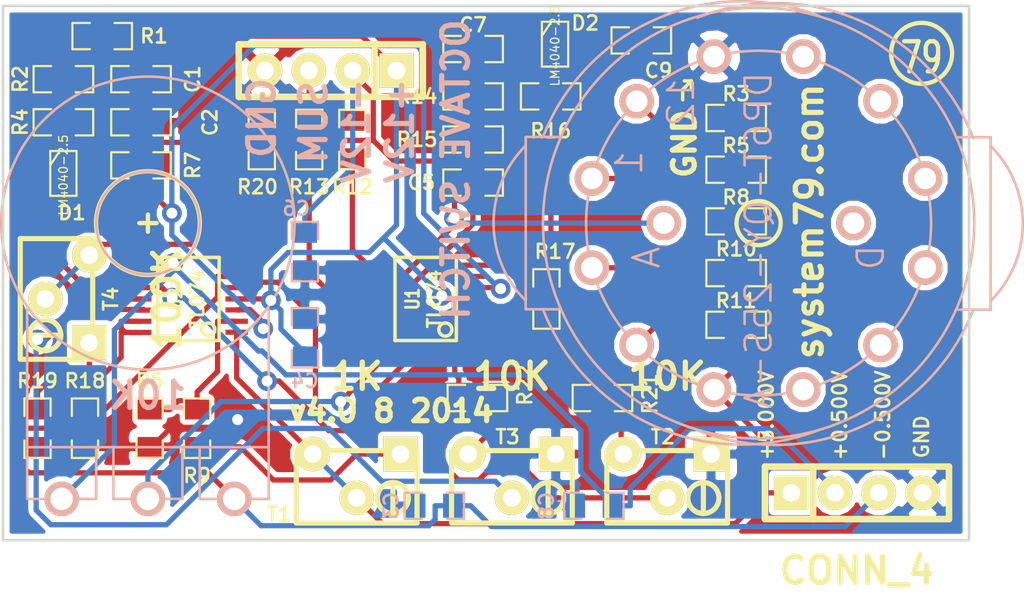
<source format=kicad_pcb>
(kicad_pcb (version 3) (host pcbnew "(2014-05-28 BZR 4896)-product")

  (general
    (links 90)
    (no_connects 1)
    (area 22.23954 17.42032 85.493762 54.27488)
    (thickness 1.6)
    (drawings 32)
    (tracks 342)
    (zones 0)
    (modules 43)
    (nets 35)
  )

  (page A3)
  (layers
    (15 F.Cu signal)
    (0 B.Cu signal)
    (16 B.Adhes user)
    (17 F.Adhes user)
    (18 B.Paste user)
    (19 F.Paste user)
    (20 B.SilkS user)
    (21 F.SilkS user)
    (22 B.Mask user)
    (23 F.Mask user)
    (24 Dwgs.User user)
    (25 Cmts.User user)
    (26 Eco1.User user)
    (27 Eco2.User user)
    (28 Edge.Cuts user)
  )

  (setup
    (last_trace_width 0.3048)
    (trace_clearance 0.3048)
    (zone_clearance 0.3048)
    (zone_45_only no)
    (trace_min 0.254)
    (segment_width 0.25)
    (edge_width 0.15)
    (via_size 1.143)
    (via_drill 0.635)
    (via_min_size 0.889)
    (via_min_drill 0.508)
    (uvia_size 0.508)
    (uvia_drill 0.127)
    (uvias_allowed no)
    (uvia_min_size 0.508)
    (uvia_min_drill 0.127)
    (pcb_text_width 0.3)
    (pcb_text_size 1.5 1.5)
    (mod_edge_width 0.15)
    (mod_text_size 1.5 1.5)
    (mod_text_width 0.15)
    (pad_size 2 2)
    (pad_drill 1.25)
    (pad_to_mask_clearance 0.02)
    (aux_axis_origin 0 0)
    (visible_elements 7FFEFF3F)
    (pcbplotparams
      (layerselection 284196865)
      (usegerberextensions true)
      (excludeedgelayer true)
      (linewidth 0.150000)
      (plotframeref false)
      (viasonmask false)
      (mode 1)
      (useauxorigin false)
      (hpglpennumber 1)
      (hpglpenspeed 20)
      (hpglpendiameter 15)
      (hpglpenoverlay 2)
      (psnegative false)
      (psa4output false)
      (plotreference true)
      (plotvalue false)
      (plotinvisibletext false)
      (padsonsilk false)
      (subtractmaskfromsilk true)
      (outputformat 1)
      (mirror false)
      (drillshape 0)
      (scaleselection 1)
      (outputdirectory "Gerbers 3.0/"))
  )

  (net 0 "")
  (net 1 +0.500V)
  (net 2 +12V)
  (net 3 +2.5V)
  (net 4 +5.00V)
  (net 5 -0.500V)
  (net 6 -12V)
  (net 7 -2.5V)
  (net 8 GND)
  (net 9 N-000001)
  (net 10 N-0000010)
  (net 11 N-0000011)
  (net 12 N-0000012)
  (net 13 N-0000013)
  (net 14 N-0000014)
  (net 15 N-0000015)
  (net 16 N-0000016)
  (net 17 N-0000018)
  (net 18 N-0000019)
  (net 19 N-0000020)
  (net 20 N-0000021)
  (net 21 N-0000022)
  (net 22 N-0000023)
  (net 23 N-0000025)
  (net 24 N-0000026)
  (net 25 N-0000029)
  (net 26 N-000003)
  (net 27 N-0000033)
  (net 28 N-0000034)
  (net 29 N-0000035)
  (net 30 N-000005)
  (net 31 N-000006)
  (net 32 N-000008)
  (net 33 N-000009)
  (net 34 "SUM OUT")

  (net_class Default "This is the default net class."
    (clearance 0.3048)
    (trace_width 0.3048)
    (via_dia 1.143)
    (via_drill 0.635)
    (uvia_dia 0.508)
    (uvia_drill 0.127)
    (add_net +0.500V)
    (add_net +2.5V)
    (add_net +5.00V)
    (add_net -0.500V)
    (add_net -2.5V)
    (add_net N-000001)
    (add_net N-0000010)
    (add_net N-0000011)
    (add_net N-0000012)
    (add_net N-0000013)
    (add_net N-0000014)
    (add_net N-0000015)
    (add_net N-0000016)
    (add_net N-0000018)
    (add_net N-0000019)
    (add_net N-0000020)
    (add_net N-0000021)
    (add_net N-0000022)
    (add_net N-0000023)
    (add_net N-0000025)
    (add_net N-0000026)
    (add_net N-0000029)
    (add_net N-000003)
    (add_net N-0000033)
    (add_net N-0000034)
    (add_net N-0000035)
    (add_net N-000005)
    (add_net N-000006)
    (add_net N-000008)
    (add_net N-000009)
    (add_net "SUM OUT")
  )

  (net_class POWER ""
    (clearance 0.3048)
    (trace_width 0.3048)
    (via_dia 1.143)
    (via_drill 0.635)
    (uvia_dia 0.508)
    (uvia_drill 0.127)
    (add_net +12V)
    (add_net -12V)
    (add_net GND)
  )

  (module RV16A-41 locked (layer B.Cu) (tedit 51A159F7) (tstamp 51A1666F)
    (at 34.4 32.6 180)
    (path /519D12D5)
    (fp_text reference POT1 (at 0 13 180) (layer B.SilkS) hide
      (effects (font (thickness 0.3048)) (justify mirror))
    )
    (fp_text value 10K (at 0 -9.99998 180) (layer B.SilkS)
      (effects (font (thickness 0.3048)) (justify mirror))
    )
    (fp_line (start -3 -13) (end -3 -16) (layer B.SilkS) (width 0.15))
    (fp_line (start -3 -16) (end -7 -16) (layer B.SilkS) (width 0.15))
    (fp_line (start 2 -13) (end 2 -16) (layer B.SilkS) (width 0.15))
    (fp_line (start 2 -16) (end -2 -16) (layer B.SilkS) (width 0.15))
    (fp_line (start -2 -16) (end -2 -13) (layer B.SilkS) (width 0.15))
    (fp_line (start 7 -16) (end 3 -16) (layer B.SilkS) (width 0.15))
    (fp_line (start 3 -16) (end 3 -13) (layer B.SilkS) (width 0.15))
    (fp_line (start -7 -13) (end 7 -13) (layer B.SilkS) (width 0.15))
    (fp_line (start 7 -16) (end 7 -5) (layer B.SilkS) (width 0.15))
    (fp_line (start -7 -16) (end -7 -5) (layer B.SilkS) (width 0.15))
    (fp_circle (center 0 0) (end 0 -3) (layer B.SilkS) (width 0.15))
    (fp_circle (center 0 0) (end 0 -8.5) (layer B.SilkS) (width 0.15))
    (pad 2 thru_hole circle (at 0 -16 180) (size 1.99898 1.99898) (drill 1.30048) (layers *.Cu *.Mask B.SilkS)
      (net 11 N-0000011))
    (pad 3 thru_hole circle (at 5 -16 180) (size 1.99898 1.99898) (drill 1.30048) (layers *.Cu *.Mask B.SilkS)
      (net 1 +0.500V))
    (pad 1 thru_hole circle (at -5 -16 180) (size 1.99898 1.99898) (drill 1.30048) (layers *.Cu *.Mask B.SilkS)
      (net 5 -0.500V))
  )

  (module SOT23 (layer F.Cu) (tedit 525EE5A2) (tstamp 51B3EE73)
    (at 29.5 29.75 270)
    (tags SOT23)
    (path /519D2401)
    (fp_text reference D1 (at 2.25 -0.5 360) (layer F.SilkS)
      (effects (font (size 0.8128 0.8128) (thickness 0.1524)))
    )
    (fp_text value LM4040-2.5 (at 0.0635 0 270) (layer F.SilkS)
      (effects (font (size 0.50038 0.50038) (thickness 0.0762)))
    )
    (fp_line (start -0.508 0.762) (end -1.27 0.254) (layer F.SilkS) (width 0.127))
    (fp_line (start 1.27 0.762) (end -1.3335 0.762) (layer F.SilkS) (width 0.127))
    (fp_line (start -1.3335 0.762) (end -1.3335 -0.762) (layer F.SilkS) (width 0.127))
    (fp_line (start -1.3335 -0.762) (end 1.27 -0.762) (layer F.SilkS) (width 0.127))
    (fp_line (start 1.27 -0.762) (end 1.27 0.762) (layer F.SilkS) (width 0.127))
    (pad 3 smd rect (at 0 -1.27 270) (size 0.70104 1.00076) (layers F.Cu F.Paste F.Mask))
    (pad 2 smd rect (at 0.9525 1.27 270) (size 0.70104 1.00076) (layers F.Cu F.Paste F.Mask)
      (net 8 GND))
    (pad 1 smd rect (at -0.9525 1.27 270) (size 0.70104 1.00076) (layers F.Cu F.Paste F.Mask)
      (net 30 N-000005))
    (model smd/SOT23_6.wrl
      (at (xyz 0 0 0))
      (scale (xyz 0.11 0.11 0.11))
      (rotate (xyz 0 0 -180))
    )
  )

  (module SM0805-HAND (layer B.Cu) (tedit 539FAC60) (tstamp 51A17943)
    (at 43.5 39.25 90)
    (path /519D2BE9)
    (attr smd)
    (fp_text reference C6 (at 7.5 -0.5 180) (layer B.SilkS)
      (effects (font (size 0.8128 0.8128) (thickness 0.1524)) (justify mirror))
    )
    (fp_text value 0.1u (at 0 0 90) (layer B.SilkS) hide
      (effects (font (size 0.635 0.635) (thickness 0.127)) (justify mirror))
    )
    (fp_line (start -0.7112 -0.762) (end -1.7272 -0.762) (layer B.SilkS) (width 0.127))
    (fp_line (start -1.7272 -0.762) (end -1.7272 0.762) (layer B.SilkS) (width 0.127))
    (fp_line (start -1.7272 0.762) (end -0.7112 0.762) (layer B.SilkS) (width 0.127))
    (fp_line (start 0.7112 0.762) (end 1.7272 0.762) (layer B.SilkS) (width 0.127))
    (fp_line (start 1.7272 0.762) (end 1.7272 -0.762) (layer B.SilkS) (width 0.127))
    (fp_line (start 1.7272 -0.762) (end 0.7112 -0.762) (layer B.SilkS) (width 0.127))
    (pad 1 smd rect (at -1.0795 0 90) (size 1.143 1.397) (layers B.Cu B.Paste B.Mask)
      (net 2 +12V))
    (pad 2 smd rect (at 1.0795 0 90) (size 1.143 1.397) (layers B.Cu B.Paste B.Mask)
      (net 8 GND))
    (model smd/chip_cms.wrl
      (at (xyz 0 0 0))
      (scale (xyz 0.1 0.1 0.1))
      (rotate (xyz 0 0 0))
    )
  )

  (module SM0805-HAND (layer B.Cu) (tedit 539FAC68) (tstamp 51A17936)
    (at 43.5 34.25 90)
    (path /519D2BE3)
    (attr smd)
    (fp_text reference C4 (at -7.5 0 360) (layer B.SilkS)
      (effects (font (size 0.8128 0.8128) (thickness 0.1524)) (justify mirror))
    )
    (fp_text value 0.1u (at 0 0 90) (layer B.SilkS) hide
      (effects (font (size 0.635 0.635) (thickness 0.127)) (justify mirror))
    )
    (fp_line (start -0.7112 -0.762) (end -1.7272 -0.762) (layer B.SilkS) (width 0.127))
    (fp_line (start -1.7272 -0.762) (end -1.7272 0.762) (layer B.SilkS) (width 0.127))
    (fp_line (start -1.7272 0.762) (end -0.7112 0.762) (layer B.SilkS) (width 0.127))
    (fp_line (start 0.7112 0.762) (end 1.7272 0.762) (layer B.SilkS) (width 0.127))
    (fp_line (start 1.7272 0.762) (end 1.7272 -0.762) (layer B.SilkS) (width 0.127))
    (fp_line (start 1.7272 -0.762) (end 0.7112 -0.762) (layer B.SilkS) (width 0.127))
    (pad 1 smd rect (at -1.0795 0 90) (size 1.143 1.397) (layers B.Cu B.Paste B.Mask)
      (net 8 GND))
    (pad 2 smd rect (at 1.0795 0 90) (size 1.143 1.397) (layers B.Cu B.Paste B.Mask)
      (net 6 -12V))
    (model smd/chip_cms.wrl
      (at (xyz 0 0 0))
      (scale (xyz 0.1 0.1 0.1))
      (rotate (xyz 0 0 0))
    )
  )

  (module SM0805-HAND (layer F.Cu) (tedit 525F01A8) (tstamp 51A17CBF)
    (at 43.75 27.75 90)
    (path /519D2BD8)
    (attr smd)
    (fp_text reference R13 (at -2.75 0 180) (layer F.SilkS)
      (effects (font (size 0.8128 0.8128) (thickness 0.1524)))
    )
    (fp_text value 100K (at 0 0 90) (layer F.SilkS) hide
      (effects (font (size 0.635 0.635) (thickness 0.127)))
    )
    (fp_line (start -0.7112 0.762) (end -1.7272 0.762) (layer F.SilkS) (width 0.127))
    (fp_line (start -1.7272 0.762) (end -1.7272 -0.762) (layer F.SilkS) (width 0.127))
    (fp_line (start -1.7272 -0.762) (end -0.7112 -0.762) (layer F.SilkS) (width 0.127))
    (fp_line (start 0.7112 -0.762) (end 1.7272 -0.762) (layer F.SilkS) (width 0.127))
    (fp_line (start 1.7272 -0.762) (end 1.7272 0.762) (layer F.SilkS) (width 0.127))
    (fp_line (start 1.7272 0.762) (end 0.7112 0.762) (layer F.SilkS) (width 0.127))
    (pad 1 smd rect (at -1.0795 0 90) (size 1.143 1.397) (layers F.Cu F.Paste F.Mask)
      (net 9 N-000001))
    (pad 2 smd rect (at 1.0795 0 90) (size 1.143 1.397) (layers F.Cu F.Paste F.Mask)
      (net 34 "SUM OUT"))
    (model smd/chip_cms.wrl
      (at (xyz 0 0 0))
      (scale (xyz 0.1 0.1 0.1))
      (rotate (xyz 0 0 0))
    )
  )

  (module SM0805-HAND (layer F.Cu) (tedit 525F515D) (tstamp 525F5187)
    (at 68.5 38.5)
    (path /519D2B88)
    (attr smd)
    (fp_text reference R11 (at 0 -1.397) (layer F.SilkS)
      (effects (font (size 0.8128 0.8128) (thickness 0.1524)))
    )
    (fp_text value 10K (at 0 0) (layer F.SilkS) hide
      (effects (font (size 0.635 0.635) (thickness 0.127)))
    )
    (fp_line (start -0.7112 0.762) (end -1.7272 0.762) (layer F.SilkS) (width 0.127))
    (fp_line (start -1.7272 0.762) (end -1.7272 -0.762) (layer F.SilkS) (width 0.127))
    (fp_line (start -1.7272 -0.762) (end -0.7112 -0.762) (layer F.SilkS) (width 0.127))
    (fp_line (start 0.7112 -0.762) (end 1.7272 -0.762) (layer F.SilkS) (width 0.127))
    (fp_line (start 1.7272 -0.762) (end 1.7272 0.762) (layer F.SilkS) (width 0.127))
    (fp_line (start 1.7272 0.762) (end 0.7112 0.762) (layer F.SilkS) (width 0.127))
    (pad 1 smd rect (at -1.0795 0) (size 1.143 1.397) (layers F.Cu F.Paste F.Mask)
      (net 14 N-0000014))
    (pad 2 smd rect (at 1.0795 0) (size 1.143 1.397) (layers F.Cu F.Paste F.Mask)
      (net 4 +5.00V))
    (model smd/chip_cms.wrl
      (at (xyz 0 0 0))
      (scale (xyz 0.1 0.1 0.1))
      (rotate (xyz 0 0 0))
    )
  )

  (module SM0805-HAND (layer F.Cu) (tedit 525F5157) (tstamp 525F5194)
    (at 68.5 35.5)
    (path /519D2B82)
    (attr smd)
    (fp_text reference R10 (at 0 -1.397) (layer F.SilkS)
      (effects (font (size 0.8128 0.8128) (thickness 0.1524)))
    )
    (fp_text value 10K (at 0 0) (layer F.SilkS) hide
      (effects (font (size 0.635 0.635) (thickness 0.127)))
    )
    (fp_line (start -0.7112 0.762) (end -1.7272 0.762) (layer F.SilkS) (width 0.127))
    (fp_line (start -1.7272 0.762) (end -1.7272 -0.762) (layer F.SilkS) (width 0.127))
    (fp_line (start -1.7272 -0.762) (end -0.7112 -0.762) (layer F.SilkS) (width 0.127))
    (fp_line (start 0.7112 -0.762) (end 1.7272 -0.762) (layer F.SilkS) (width 0.127))
    (fp_line (start 1.7272 -0.762) (end 1.7272 0.762) (layer F.SilkS) (width 0.127))
    (fp_line (start 1.7272 0.762) (end 0.7112 0.762) (layer F.SilkS) (width 0.127))
    (pad 1 smd rect (at -1.0795 0) (size 1.143 1.397) (layers F.Cu F.Paste F.Mask)
      (net 13 N-0000013))
    (pad 2 smd rect (at 1.0795 0) (size 1.143 1.397) (layers F.Cu F.Paste F.Mask)
      (net 14 N-0000014))
    (model smd/chip_cms.wrl
      (at (xyz 0 0 0))
      (scale (xyz 0.1 0.1 0.1))
      (rotate (xyz 0 0 0))
    )
  )

  (module SM0805-HAND (layer F.Cu) (tedit 525F514F) (tstamp 525F51A1)
    (at 68.5 32.5)
    (path /519D2B7C)
    (attr smd)
    (fp_text reference R8 (at 0 -1.397) (layer F.SilkS)
      (effects (font (size 0.8128 0.8128) (thickness 0.1524)))
    )
    (fp_text value 10K (at 0 0) (layer F.SilkS) hide
      (effects (font (size 0.635 0.635) (thickness 0.127)))
    )
    (fp_line (start -0.7112 0.762) (end -1.7272 0.762) (layer F.SilkS) (width 0.127))
    (fp_line (start -1.7272 0.762) (end -1.7272 -0.762) (layer F.SilkS) (width 0.127))
    (fp_line (start -1.7272 -0.762) (end -0.7112 -0.762) (layer F.SilkS) (width 0.127))
    (fp_line (start 0.7112 -0.762) (end 1.7272 -0.762) (layer F.SilkS) (width 0.127))
    (fp_line (start 1.7272 -0.762) (end 1.7272 0.762) (layer F.SilkS) (width 0.127))
    (fp_line (start 1.7272 0.762) (end 0.7112 0.762) (layer F.SilkS) (width 0.127))
    (pad 1 smd rect (at -1.0795 0) (size 1.143 1.397) (layers F.Cu F.Paste F.Mask)
      (net 12 N-0000012))
    (pad 2 smd rect (at 1.0795 0) (size 1.143 1.397) (layers F.Cu F.Paste F.Mask)
      (net 13 N-0000013))
    (model smd/chip_cms.wrl
      (at (xyz 0 0 0))
      (scale (xyz 0.1 0.1 0.1))
      (rotate (xyz 0 0 0))
    )
  )

  (module SM0805-HAND (layer F.Cu) (tedit 525F5144) (tstamp 525F51AE)
    (at 68.5 29.5)
    (path /519D2B76)
    (attr smd)
    (fp_text reference R5 (at 0 -1.397) (layer F.SilkS)
      (effects (font (size 0.8128 0.8128) (thickness 0.1524)))
    )
    (fp_text value 10K (at 0 0) (layer F.SilkS) hide
      (effects (font (size 0.635 0.635) (thickness 0.127)))
    )
    (fp_line (start -0.7112 0.762) (end -1.7272 0.762) (layer F.SilkS) (width 0.127))
    (fp_line (start -1.7272 0.762) (end -1.7272 -0.762) (layer F.SilkS) (width 0.127))
    (fp_line (start -1.7272 -0.762) (end -0.7112 -0.762) (layer F.SilkS) (width 0.127))
    (fp_line (start 0.7112 -0.762) (end 1.7272 -0.762) (layer F.SilkS) (width 0.127))
    (fp_line (start 1.7272 -0.762) (end 1.7272 0.762) (layer F.SilkS) (width 0.127))
    (fp_line (start 1.7272 0.762) (end 0.7112 0.762) (layer F.SilkS) (width 0.127))
    (pad 1 smd rect (at -1.0795 0) (size 1.143 1.397) (layers F.Cu F.Paste F.Mask)
      (net 16 N-0000016))
    (pad 2 smd rect (at 1.0795 0) (size 1.143 1.397) (layers F.Cu F.Paste F.Mask)
      (net 12 N-0000012))
    (model smd/chip_cms.wrl
      (at (xyz 0 0 0))
      (scale (xyz 0.1 0.1 0.1))
      (rotate (xyz 0 0 0))
    )
  )

  (module SM0805-HAND (layer F.Cu) (tedit 525F513C) (tstamp 525F51BB)
    (at 68.5 26.5)
    (path /519D2B70)
    (attr smd)
    (fp_text reference R3 (at 0 -1.397) (layer F.SilkS)
      (effects (font (size 0.8128 0.8128) (thickness 0.1524)))
    )
    (fp_text value 10K (at 0 0) (layer F.SilkS) hide
      (effects (font (size 0.635 0.635) (thickness 0.127)))
    )
    (fp_line (start -0.7112 0.762) (end -1.7272 0.762) (layer F.SilkS) (width 0.127))
    (fp_line (start -1.7272 0.762) (end -1.7272 -0.762) (layer F.SilkS) (width 0.127))
    (fp_line (start -1.7272 -0.762) (end -0.7112 -0.762) (layer F.SilkS) (width 0.127))
    (fp_line (start 0.7112 -0.762) (end 1.7272 -0.762) (layer F.SilkS) (width 0.127))
    (fp_line (start 1.7272 -0.762) (end 1.7272 0.762) (layer F.SilkS) (width 0.127))
    (fp_line (start 1.7272 0.762) (end 0.7112 0.762) (layer F.SilkS) (width 0.127))
    (pad 1 smd rect (at -1.0795 0) (size 1.143 1.397) (layers F.Cu F.Paste F.Mask)
      (net 8 GND))
    (pad 2 smd rect (at 1.0795 0) (size 1.143 1.397) (layers F.Cu F.Paste F.Mask)
      (net 16 N-0000016))
    (model smd/chip_cms.wrl
      (at (xyz 0 0 0))
      (scale (xyz 0.1 0.1 0.1))
      (rotate (xyz 0 0 0))
    )
  )

  (module SM0805-HAND (layer F.Cu) (tedit 525EE57E) (tstamp 525DFA7B)
    (at 34 29.25)
    (path /519D2A89)
    (attr smd)
    (fp_text reference R7 (at 3 0 90) (layer F.SilkS)
      (effects (font (size 0.8128 0.8128) (thickness 0.1524)))
    )
    (fp_text value 33K (at 0 0) (layer F.SilkS) hide
      (effects (font (size 0.635 0.635) (thickness 0.127)))
    )
    (fp_line (start -0.7112 0.762) (end -1.7272 0.762) (layer F.SilkS) (width 0.127))
    (fp_line (start -1.7272 0.762) (end -1.7272 -0.762) (layer F.SilkS) (width 0.127))
    (fp_line (start -1.7272 -0.762) (end -0.7112 -0.762) (layer F.SilkS) (width 0.127))
    (fp_line (start 0.7112 -0.762) (end 1.7272 -0.762) (layer F.SilkS) (width 0.127))
    (fp_line (start 1.7272 -0.762) (end 1.7272 0.762) (layer F.SilkS) (width 0.127))
    (fp_line (start 1.7272 0.762) (end 0.7112 0.762) (layer F.SilkS) (width 0.127))
    (pad 1 smd rect (at -1.0795 0) (size 1.143 1.397) (layers F.Cu F.Paste F.Mask)
      (net 29 N-0000035))
    (pad 2 smd rect (at 1.0795 0) (size 1.143 1.397) (layers F.Cu F.Paste F.Mask)
      (net 3 +2.5V))
    (model smd/chip_cms.wrl
      (at (xyz 0 0 0))
      (scale (xyz 0.1 0.1 0.1))
      (rotate (xyz 0 0 0))
    )
  )

  (module SM0805-HAND (layer F.Cu) (tedit 525EE589) (tstamp 51A178CE)
    (at 29.5 24.25)
    (path /519D2A6D)
    (attr smd)
    (fp_text reference R2 (at -2.5 0 90) (layer F.SilkS)
      (effects (font (size 0.8128 0.8128) (thickness 0.1524)))
    )
    (fp_text value 4.7K (at 0 0) (layer F.SilkS) hide
      (effects (font (size 0.635 0.635) (thickness 0.127)))
    )
    (fp_line (start -0.7112 0.762) (end -1.7272 0.762) (layer F.SilkS) (width 0.127))
    (fp_line (start -1.7272 0.762) (end -1.7272 -0.762) (layer F.SilkS) (width 0.127))
    (fp_line (start -1.7272 -0.762) (end -0.7112 -0.762) (layer F.SilkS) (width 0.127))
    (fp_line (start 0.7112 -0.762) (end 1.7272 -0.762) (layer F.SilkS) (width 0.127))
    (fp_line (start 1.7272 -0.762) (end 1.7272 0.762) (layer F.SilkS) (width 0.127))
    (fp_line (start 1.7272 0.762) (end 0.7112 0.762) (layer F.SilkS) (width 0.127))
    (pad 1 smd rect (at -1.0795 0) (size 1.143 1.397) (layers F.Cu F.Paste F.Mask)
      (net 30 N-000005))
    (pad 2 smd rect (at 1.0795 0) (size 1.143 1.397) (layers F.Cu F.Paste F.Mask)
      (net 31 N-000006))
    (model smd/chip_cms.wrl
      (at (xyz 0 0 0))
      (scale (xyz 0.1 0.1 0.1))
      (rotate (xyz 0 0 0))
    )
  )

  (module SM0805-HAND (layer F.Cu) (tedit 525EE57A) (tstamp 51A178C1)
    (at 34 24.25)
    (path /519D1988)
    (attr smd)
    (fp_text reference C1 (at 3 0 90) (layer F.SilkS)
      (effects (font (size 0.8128 0.8128) (thickness 0.1524)))
    )
    (fp_text value 0.1u (at 0 0) (layer F.SilkS) hide
      (effects (font (size 0.635 0.635) (thickness 0.127)))
    )
    (fp_line (start -0.7112 0.762) (end -1.7272 0.762) (layer F.SilkS) (width 0.127))
    (fp_line (start -1.7272 0.762) (end -1.7272 -0.762) (layer F.SilkS) (width 0.127))
    (fp_line (start -1.7272 -0.762) (end -0.7112 -0.762) (layer F.SilkS) (width 0.127))
    (fp_line (start 0.7112 -0.762) (end 1.7272 -0.762) (layer F.SilkS) (width 0.127))
    (fp_line (start 1.7272 -0.762) (end 1.7272 0.762) (layer F.SilkS) (width 0.127))
    (fp_line (start 1.7272 0.762) (end 0.7112 0.762) (layer F.SilkS) (width 0.127))
    (pad 1 smd rect (at -1.0795 0) (size 1.143 1.397) (layers F.Cu F.Paste F.Mask)
      (net 31 N-000006))
    (pad 2 smd rect (at 1.0795 0) (size 1.143 1.397) (layers F.Cu F.Paste F.Mask)
      (net 8 GND))
    (model smd/chip_cms.wrl
      (at (xyz 0 0 0))
      (scale (xyz 0.1 0.1 0.1))
      (rotate (xyz 0 0 0))
    )
  )

  (module SM0805-HAND (layer F.Cu) (tedit 525F01B1) (tstamp 51A178B4)
    (at 46.25 27.75 90)
    (path /519D163B)
    (attr smd)
    (fp_text reference R12 (at -2.75 0 180) (layer F.SilkS)
      (effects (font (size 0.8128 0.8128) (thickness 0.1524)))
    )
    (fp_text value 100K (at 0 0 90) (layer F.SilkS) hide
      (effects (font (size 0.635 0.635) (thickness 0.127)))
    )
    (fp_line (start -0.7112 0.762) (end -1.7272 0.762) (layer F.SilkS) (width 0.127))
    (fp_line (start -1.7272 0.762) (end -1.7272 -0.762) (layer F.SilkS) (width 0.127))
    (fp_line (start -1.7272 -0.762) (end -0.7112 -0.762) (layer F.SilkS) (width 0.127))
    (fp_line (start 0.7112 -0.762) (end 1.7272 -0.762) (layer F.SilkS) (width 0.127))
    (fp_line (start 1.7272 -0.762) (end 1.7272 0.762) (layer F.SilkS) (width 0.127))
    (fp_line (start 1.7272 0.762) (end 0.7112 0.762) (layer F.SilkS) (width 0.127))
    (pad 1 smd rect (at -1.0795 0 90) (size 1.143 1.397) (layers F.Cu F.Paste F.Mask)
      (net 15 N-0000015))
    (pad 2 smd rect (at 1.0795 0 90) (size 1.143 1.397) (layers F.Cu F.Paste F.Mask)
      (net 34 "SUM OUT"))
    (model smd/chip_cms.wrl
      (at (xyz 0 0 0))
      (scale (xyz 0.1 0.1 0.1))
      (rotate (xyz 0 0 0))
    )
  )

  (module SM0805-HAND (layer F.Cu) (tedit 539B3FD6) (tstamp 525E0007)
    (at 53.25 30.25)
    (path /519D1571)
    (attr smd)
    (fp_text reference C5 (at -3 0) (layer F.SilkS)
      (effects (font (size 0.8128 0.8128) (thickness 0.1524)))
    )
    (fp_text value 0.001u (at 0 0) (layer F.SilkS) hide
      (effects (font (size 0.635 0.635) (thickness 0.127)))
    )
    (fp_line (start -0.7112 0.762) (end -1.7272 0.762) (layer F.SilkS) (width 0.127))
    (fp_line (start -1.7272 0.762) (end -1.7272 -0.762) (layer F.SilkS) (width 0.127))
    (fp_line (start -1.7272 -0.762) (end -0.7112 -0.762) (layer F.SilkS) (width 0.127))
    (fp_line (start 0.7112 -0.762) (end 1.7272 -0.762) (layer F.SilkS) (width 0.127))
    (fp_line (start 1.7272 -0.762) (end 1.7272 0.762) (layer F.SilkS) (width 0.127))
    (fp_line (start 1.7272 0.762) (end 0.7112 0.762) (layer F.SilkS) (width 0.127))
    (pad 1 smd rect (at -1.0795 0) (size 1.143 1.397) (layers F.Cu F.Paste F.Mask)
      (net 26 N-000003))
    (pad 2 smd rect (at 1.0795 0) (size 1.143 1.397) (layers F.Cu F.Paste F.Mask)
      (net 8 GND))
    (model smd/chip_cms.wrl
      (at (xyz 0 0 0))
      (scale (xyz 0.1 0.1 0.1))
      (rotate (xyz 0 0 0))
    )
  )

  (module SM0805-HAND (layer B.Cu) (tedit 525F049E) (tstamp 51A21D89)
    (at 51 49)
    (path /519D137C)
    (attr smd)
    (fp_text reference C3 (at -2.5 0 90) (layer B.SilkS)
      (effects (font (size 0.8128 0.8128) (thickness 0.1524)) (justify mirror))
    )
    (fp_text value 0.001u (at 0 0) (layer B.SilkS) hide
      (effects (font (size 0.635 0.635) (thickness 0.127)) (justify mirror))
    )
    (fp_line (start -0.7112 -0.762) (end -1.7272 -0.762) (layer B.SilkS) (width 0.127))
    (fp_line (start -1.7272 -0.762) (end -1.7272 0.762) (layer B.SilkS) (width 0.127))
    (fp_line (start -1.7272 0.762) (end -0.7112 0.762) (layer B.SilkS) (width 0.127))
    (fp_line (start 0.7112 0.762) (end 1.7272 0.762) (layer B.SilkS) (width 0.127))
    (fp_line (start 1.7272 0.762) (end 1.7272 -0.762) (layer B.SilkS) (width 0.127))
    (fp_line (start 1.7272 -0.762) (end 0.7112 -0.762) (layer B.SilkS) (width 0.127))
    (pad 1 smd rect (at -1.0795 0) (size 1.143 1.397) (layers B.Cu B.Paste B.Mask)
      (net 8 GND))
    (pad 2 smd rect (at 1.0795 0) (size 1.143 1.397) (layers B.Cu B.Paste B.Mask)
      (net 5 -0.500V))
    (model smd/chip_cms.wrl
      (at (xyz 0 0 0))
      (scale (xyz 0.1 0.1 0.1))
      (rotate (xyz 0 0 0))
    )
  )

  (module SM0805-HAND (layer F.Cu) (tedit 525F018F) (tstamp 525DFC6C)
    (at 37.25 44.5 270)
    (path /519D0FCF)
    (attr smd)
    (fp_text reference R9 (at 2.75 0 360) (layer F.SilkS)
      (effects (font (size 0.8128 0.8128) (thickness 0.1524)))
    )
    (fp_text value 9.53K (at 0 0 270) (layer F.SilkS) hide
      (effects (font (size 0.635 0.635) (thickness 0.127)))
    )
    (fp_line (start -0.7112 0.762) (end -1.7272 0.762) (layer F.SilkS) (width 0.127))
    (fp_line (start -1.7272 0.762) (end -1.7272 -0.762) (layer F.SilkS) (width 0.127))
    (fp_line (start -1.7272 -0.762) (end -0.7112 -0.762) (layer F.SilkS) (width 0.127))
    (fp_line (start 0.7112 -0.762) (end 1.7272 -0.762) (layer F.SilkS) (width 0.127))
    (fp_line (start 1.7272 -0.762) (end 1.7272 0.762) (layer F.SilkS) (width 0.127))
    (fp_line (start 1.7272 0.762) (end 0.7112 0.762) (layer F.SilkS) (width 0.127))
    (pad 1 smd rect (at -1.0795 0 270) (size 1.143 1.397) (layers F.Cu F.Paste F.Mask)
      (net 27 N-0000033))
    (pad 2 smd rect (at 1.0795 0 270) (size 1.143 1.397) (layers F.Cu F.Paste F.Mask)
      (net 25 N-0000029))
    (model smd/chip_cms.wrl
      (at (xyz 0 0 0))
      (scale (xyz 0.1 0.1 0.1))
      (rotate (xyz 0 0 0))
    )
  )

  (module SM0805-HAND (layer F.Cu) (tedit 525EE571) (tstamp 51A17880)
    (at 34 26.75)
    (path /519D0F8A)
    (attr smd)
    (fp_text reference C2 (at 4 0 90) (layer F.SilkS)
      (effects (font (size 0.8128 0.8128) (thickness 0.1524)))
    )
    (fp_text value 0.1u (at 0 0) (layer F.SilkS) hide
      (effects (font (size 0.635 0.635) (thickness 0.127)))
    )
    (fp_line (start -0.7112 0.762) (end -1.7272 0.762) (layer F.SilkS) (width 0.127))
    (fp_line (start -1.7272 0.762) (end -1.7272 -0.762) (layer F.SilkS) (width 0.127))
    (fp_line (start -1.7272 -0.762) (end -0.7112 -0.762) (layer F.SilkS) (width 0.127))
    (fp_line (start 0.7112 -0.762) (end 1.7272 -0.762) (layer F.SilkS) (width 0.127))
    (fp_line (start 1.7272 -0.762) (end 1.7272 0.762) (layer F.SilkS) (width 0.127))
    (fp_line (start 1.7272 0.762) (end 0.7112 0.762) (layer F.SilkS) (width 0.127))
    (pad 1 smd rect (at -1.0795 0) (size 1.143 1.397) (layers F.Cu F.Paste F.Mask)
      (net 29 N-0000035))
    (pad 2 smd rect (at 1.0795 0) (size 1.143 1.397) (layers F.Cu F.Paste F.Mask)
      (net 8 GND))
    (model smd/chip_cms.wrl
      (at (xyz 0 0 0))
      (scale (xyz 0.1 0.1 0.1))
      (rotate (xyz 0 0 0))
    )
  )

  (module SM0805-HAND (layer F.Cu) (tedit 525F0189) (tstamp 525DFC52)
    (at 34.5 44.5 90)
    (path /519D0F4A)
    (attr smd)
    (fp_text reference R6 (at 2.75 0 180) (layer F.SilkS)
      (effects (font (size 0.8128 0.8128) (thickness 0.1524)))
    )
    (fp_text value 10K (at 0 0 90) (layer F.SilkS) hide
      (effects (font (size 0.635 0.635) (thickness 0.127)))
    )
    (fp_line (start -0.7112 0.762) (end -1.7272 0.762) (layer F.SilkS) (width 0.127))
    (fp_line (start -1.7272 0.762) (end -1.7272 -0.762) (layer F.SilkS) (width 0.127))
    (fp_line (start -1.7272 -0.762) (end -0.7112 -0.762) (layer F.SilkS) (width 0.127))
    (fp_line (start 0.7112 -0.762) (end 1.7272 -0.762) (layer F.SilkS) (width 0.127))
    (fp_line (start 1.7272 -0.762) (end 1.7272 0.762) (layer F.SilkS) (width 0.127))
    (fp_line (start 1.7272 0.762) (end 0.7112 0.762) (layer F.SilkS) (width 0.127))
    (pad 1 smd rect (at -1.0795 0 90) (size 1.143 1.397) (layers F.Cu F.Paste F.Mask)
      (net 8 GND))
    (pad 2 smd rect (at 1.0795 0 90) (size 1.143 1.397) (layers F.Cu F.Paste F.Mask)
      (net 27 N-0000033))
    (model smd/chip_cms.wrl
      (at (xyz 0 0 0))
      (scale (xyz 0.1 0.1 0.1))
      (rotate (xyz 0 0 0))
    )
  )

  (module SM0805-HAND (layer F.Cu) (tedit 525EE591) (tstamp 51A17866)
    (at 29.5 26.75)
    (path /519D0F44)
    (attr smd)
    (fp_text reference R4 (at -2.5 0 90) (layer F.SilkS)
      (effects (font (size 0.8128 0.8128) (thickness 0.1524)))
    )
    (fp_text value 33K (at 0 0) (layer F.SilkS) hide
      (effects (font (size 0.635 0.635) (thickness 0.127)))
    )
    (fp_line (start -0.7112 0.762) (end -1.7272 0.762) (layer F.SilkS) (width 0.127))
    (fp_line (start -1.7272 0.762) (end -1.7272 -0.762) (layer F.SilkS) (width 0.127))
    (fp_line (start -1.7272 -0.762) (end -0.7112 -0.762) (layer F.SilkS) (width 0.127))
    (fp_line (start 0.7112 -0.762) (end 1.7272 -0.762) (layer F.SilkS) (width 0.127))
    (fp_line (start 1.7272 -0.762) (end 1.7272 0.762) (layer F.SilkS) (width 0.127))
    (fp_line (start 1.7272 0.762) (end 0.7112 0.762) (layer F.SilkS) (width 0.127))
    (pad 1 smd rect (at -1.0795 0) (size 1.143 1.397) (layers F.Cu F.Paste F.Mask)
      (net 30 N-000005))
    (pad 2 smd rect (at 1.0795 0) (size 1.143 1.397) (layers F.Cu F.Paste F.Mask)
      (net 29 N-0000035))
    (model smd/chip_cms.wrl
      (at (xyz 0 0 0))
      (scale (xyz 0.1 0.1 0.1))
      (rotate (xyz 0 0 0))
    )
  )

  (module SM0805-HAND (layer F.Cu) (tedit 53A07B13) (tstamp 51A17859)
    (at 31.75 21.75)
    (path /519D0F3E)
    (attr smd)
    (fp_text reference R1 (at 3 0) (layer F.SilkS)
      (effects (font (size 0.8128 0.8128) (thickness 0.1524)))
    )
    (fp_text value 4.7K (at 0 0) (layer F.SilkS) hide
      (effects (font (size 0.635 0.635) (thickness 0.127)))
    )
    (fp_line (start -0.7112 0.762) (end -1.7272 0.762) (layer F.SilkS) (width 0.127))
    (fp_line (start -1.7272 0.762) (end -1.7272 -0.762) (layer F.SilkS) (width 0.127))
    (fp_line (start -1.7272 -0.762) (end -0.7112 -0.762) (layer F.SilkS) (width 0.127))
    (fp_line (start 0.7112 -0.762) (end 1.7272 -0.762) (layer F.SilkS) (width 0.127))
    (fp_line (start 1.7272 -0.762) (end 1.7272 0.762) (layer F.SilkS) (width 0.127))
    (fp_line (start 1.7272 0.762) (end 0.7112 0.762) (layer F.SilkS) (width 0.127))
    (pad 1 smd rect (at -1.0795 0) (size 1.143 1.397) (layers F.Cu F.Paste F.Mask)
      (net 31 N-000006))
    (pad 2 smd rect (at 1.0795 0) (size 1.143 1.397) (layers F.Cu F.Paste F.Mask)
      (net 2 +12V))
    (model smd/chip_cms.wrl
      (at (xyz 0 0 0))
      (scale (xyz 0.1 0.1 0.1))
      (rotate (xyz 0 0 0))
    )
  )

  (module CONN_0100_X_4 (layer F.Cu) (tedit 51F423C4) (tstamp 51A1784C)
    (at 45 23.75 180)
    (path /519D2609)
    (fp_text reference P2 (at 0 -5.00126 180) (layer F.SilkS) hide
      (effects (font (thickness 0.3048)))
    )
    (fp_text value CONN_4 (at 0 4.50088 180) (layer F.SilkS) hide
      (effects (font (thickness 0.3048)))
    )
    (fp_line (start -2.54 -1.524) (end -2.54 1.524) (layer F.SilkS) (width 0.381))
    (fp_line (start -5.334 -1.524) (end -5.334 1.524) (layer F.SilkS) (width 0.381))
    (fp_line (start -5.334 1.524) (end 5.334 1.524) (layer F.SilkS) (width 0.381))
    (fp_line (start 5.334 1.524) (end 5.334 -1.524) (layer F.SilkS) (width 0.381))
    (fp_line (start 5.334 -1.524) (end -5.334 -1.524) (layer F.SilkS) (width 0.381))
    (pad 1 thru_hole rect (at -3.81 0 180) (size 1.99898 1.99898) (drill 1.016) (layers *.Cu *.Mask F.SilkS)
      (net 2 +12V))
    (pad 2 thru_hole circle (at -1.27 0 180) (size 1.99898 1.99898) (drill 1.016) (layers *.Cu *.Mask F.SilkS)
      (net 6 -12V))
    (pad 3 thru_hole circle (at 1.27 0 180) (size 1.99898 1.99898) (drill 1.016) (layers *.Cu *.Mask F.SilkS)
      (net 34 "SUM OUT"))
    (pad 4 thru_hole circle (at 3.81 0 180) (size 1.99898 1.99898) (drill 1.016) (layers *.Cu *.Mask F.SilkS)
      (net 8 GND))
  )

  (module QY-25S-2P6C-JRL locked (layer B.Cu) (tedit 51B63AE2) (tstamp 51A179EF)
    (at 69.8 32.6 270)
    (path /51965C24)
    (fp_text reference SW1 (at 0 17 270) (layer B.SilkS) hide
      (effects (font (size 1.5 1.5) (thickness 0.15)) (justify mirror))
    )
    (fp_text value DP6T-QY-25S-A (at 1 0 270) (layer B.SilkS)
      (effects (font (size 1.5 1.5) (thickness 0.15)) (justify mirror))
    )
    (fp_text user 12 (at -7 4.5 270) (layer B.SilkS)
      (effects (font (size 1.5 1.5) (thickness 0.15)) (justify mirror))
    )
    (fp_text user 1 (at -3.5 7.5 270) (layer B.SilkS)
      (effects (font (size 1.5 1.5) (thickness 0.15)) (justify mirror))
    )
    (fp_text user D (at 2 -6.5 270) (layer B.SilkS)
      (effects (font (size 1.5 1.5) (thickness 0.15)) (justify mirror))
    )
    (fp_text user A (at 2 6.5 270) (layer B.SilkS)
      (effects (font (size 1.5 1.5) (thickness 0.15)) (justify mirror))
    )
    (fp_line (start -4.98 -13.45) (end 5.02 -13.45) (layer B.SilkS) (width 0.15))
    (fp_line (start -4.98 -13.45) (end -4.98 -11.45) (layer B.SilkS) (width 0.15))
    (fp_line (start 5.02 -13.45) (end 5.02 -11.45) (layer B.SilkS) (width 0.15))
    (fp_arc (start 0.02 -8.95) (end -4.48 -13.45) (angle 90) (layer B.SilkS) (width 0.15))
    (fp_arc (start 0.52 -0.95) (end 5.02 -12.45) (angle 90) (layer B.SilkS) (width 0.15))
    (fp_arc (start -0.42 -0.95) (end -4.92 -12.45) (angle -90) (layer B.SilkS) (width 0.15))
    (fp_arc (start -0.52 0.99) (end -5.02 12.49) (angle 90) (layer B.SilkS) (width 0.15))
    (fp_arc (start 0.5 1) (end 5 12.5) (angle -90) (layer B.SilkS) (width 0.15))
    (fp_arc (start 0 9) (end -4.5 13.5) (angle -90) (layer B.SilkS) (width 0.15))
    (fp_line (start 5 13.5) (end 5 11.5) (layer B.SilkS) (width 0.15))
    (fp_line (start -5 13.5) (end -5 11.5) (layer B.SilkS) (width 0.15))
    (fp_line (start -5 13.5) (end 5 13.5) (layer B.SilkS) (width 0.15))
    (fp_circle (center 0 0) (end 12.5 0) (layer B.SilkS) (width 0.15))
    (fp_circle (center 0 0) (end 0 10) (layer B.SilkS) (width 0.15))
    (pad 1 thru_hole circle (at -2.59 9.66 90) (size 2 2) (drill 1.25) (layers *.Cu *.Mask B.SilkS)
      (net 12 N-0000012))
    (pad 12 thru_hole circle (at -7.07 7.07 90) (size 2 2) (drill 1.25) (layers *.Cu *.Mask B.SilkS)
      (net 16 N-0000016))
    (pad 11 thru_hole circle (at -9.66 2.59 90) (size 2 2) (drill 1.25) (layers *.Cu *.Mask B.SilkS)
      (net 8 GND))
    (pad 10 thru_hole circle (at -9.66 -2.59 90) (size 2 2) (drill 1.25) (layers *.Cu *.Mask B.SilkS))
    (pad 9 thru_hole circle (at -7.07 -7.07 90) (size 2 2) (drill 1.25) (layers *.Cu *.Mask B.SilkS))
    (pad 8 thru_hole circle (at -2.59 -9.66 90) (size 2 2) (drill 1.25) (layers *.Cu *.Mask B.SilkS))
    (pad D thru_hole circle (at 0 -5.5 270) (size 2 2) (drill 1.25) (layers *.Cu *.Mask B.SilkS))
    (pad A thru_hole circle (at 0 5.5 270) (size 2 2) (drill 1.25) (layers *.Cu *.Mask B.SilkS)
      (net 26 N-000003))
    (pad 2 thru_hole circle (at 2.59 9.66 270) (size 2 2) (drill 1.25) (layers *.Cu *.Mask B.SilkS)
      (net 13 N-0000013))
    (pad 3 thru_hole circle (at 7.07 7.07 270) (size 2 2) (drill 1.25) (layers *.Cu *.Mask B.SilkS)
      (net 14 N-0000014))
    (pad 4 thru_hole circle (at 9.66 2.59 270) (size 2 2) (drill 1.25) (layers *.Cu *.Mask B.SilkS)
      (net 4 +5.00V))
    (pad 5 thru_hole circle (at 9.66 -2.59 270) (size 2 2) (drill 1.25) (layers *.Cu *.Mask B.SilkS))
    (pad 6 thru_hole circle (at 7.07 -7.07 270) (size 2 2) (drill 1.25) (layers *.Cu *.Mask B.SilkS))
    (pad 7 thru_hole circle (at 2.59 -9.66 270) (size 2 2) (drill 1.25) (layers *.Cu *.Mask B.SilkS))
  )

  (module SOT23 (layer F.Cu) (tedit 525F0216) (tstamp 5240F434)
    (at 58 22.25 270)
    (tags SOT23)
    (path /5237C544)
    (fp_text reference D2 (at -1.25 -1.75 360) (layer F.SilkS)
      (effects (font (size 0.8128 0.8128) (thickness 0.1524)))
    )
    (fp_text value LM4040-2.5 (at 0.0635 0 270) (layer F.SilkS)
      (effects (font (size 0.50038 0.50038) (thickness 0.0762)))
    )
    (fp_line (start -0.508 0.762) (end -1.27 0.254) (layer F.SilkS) (width 0.127))
    (fp_line (start 1.27 0.762) (end -1.3335 0.762) (layer F.SilkS) (width 0.127))
    (fp_line (start -1.3335 0.762) (end -1.3335 -0.762) (layer F.SilkS) (width 0.127))
    (fp_line (start -1.3335 -0.762) (end 1.27 -0.762) (layer F.SilkS) (width 0.127))
    (fp_line (start 1.27 -0.762) (end 1.27 0.762) (layer F.SilkS) (width 0.127))
    (pad 3 smd rect (at 0 -1.27 270) (size 0.70104 1.00076) (layers F.Cu F.Paste F.Mask))
    (pad 2 smd rect (at 0.9525 1.27 270) (size 0.70104 1.00076) (layers F.Cu F.Paste F.Mask)
      (net 33 N-000009))
    (pad 1 smd rect (at -0.9525 1.27 270) (size 0.70104 1.00076) (layers F.Cu F.Paste F.Mask)
      (net 8 GND))
    (model smd/SOT23_6.wrl
      (at (xyz 0 0 0))
      (scale (xyz 0.11 0.11 0.11))
      (rotate (xyz 0 0 -180))
    )
  )

  (module SM0805-HAND (layer F.Cu) (tedit 525F01F8) (tstamp 523E5B85)
    (at 57.75 25.25)
    (path /5237C54A)
    (attr smd)
    (fp_text reference R16 (at 0 2) (layer F.SilkS)
      (effects (font (size 0.8128 0.8128) (thickness 0.1524)))
    )
    (fp_text value 33K (at 0 0) (layer F.SilkS) hide
      (effects (font (size 0.635 0.635) (thickness 0.127)))
    )
    (fp_line (start -0.7112 0.762) (end -1.7272 0.762) (layer F.SilkS) (width 0.127))
    (fp_line (start -1.7272 0.762) (end -1.7272 -0.762) (layer F.SilkS) (width 0.127))
    (fp_line (start -1.7272 -0.762) (end -0.7112 -0.762) (layer F.SilkS) (width 0.127))
    (fp_line (start 0.7112 -0.762) (end 1.7272 -0.762) (layer F.SilkS) (width 0.127))
    (fp_line (start 1.7272 -0.762) (end 1.7272 0.762) (layer F.SilkS) (width 0.127))
    (fp_line (start 1.7272 0.762) (end 0.7112 0.762) (layer F.SilkS) (width 0.127))
    (pad 1 smd rect (at -1.0795 0) (size 1.143 1.397) (layers F.Cu F.Paste F.Mask)
      (net 33 N-000009))
    (pad 2 smd rect (at 1.0795 0) (size 1.143 1.397) (layers F.Cu F.Paste F.Mask)
      (net 10 N-0000010))
    (model smd/chip_cms.wrl
      (at (xyz 0 0 0))
      (scale (xyz 0.1 0.1 0.1))
      (rotate (xyz 0 0 0))
    )
  )

  (module SM0805-HAND (layer F.Cu) (tedit 525F01F1) (tstamp 523E5B91)
    (at 63 22)
    (path /5237C556)
    (attr smd)
    (fp_text reference C9 (at 1 1.75) (layer F.SilkS)
      (effects (font (size 0.8128 0.8128) (thickness 0.1524)))
    )
    (fp_text value 0.1u (at 0 0) (layer F.SilkS) hide
      (effects (font (size 0.635 0.635) (thickness 0.127)))
    )
    (fp_line (start -0.7112 0.762) (end -1.7272 0.762) (layer F.SilkS) (width 0.127))
    (fp_line (start -1.7272 0.762) (end -1.7272 -0.762) (layer F.SilkS) (width 0.127))
    (fp_line (start -1.7272 -0.762) (end -0.7112 -0.762) (layer F.SilkS) (width 0.127))
    (fp_line (start 0.7112 -0.762) (end 1.7272 -0.762) (layer F.SilkS) (width 0.127))
    (fp_line (start 1.7272 -0.762) (end 1.7272 0.762) (layer F.SilkS) (width 0.127))
    (fp_line (start 1.7272 0.762) (end 0.7112 0.762) (layer F.SilkS) (width 0.127))
    (pad 1 smd rect (at -1.0795 0) (size 1.143 1.397) (layers F.Cu F.Paste F.Mask)
      (net 10 N-0000010))
    (pad 2 smd rect (at 1.0795 0) (size 1.143 1.397) (layers F.Cu F.Paste F.Mask)
      (net 8 GND))
    (model smd/chip_cms.wrl
      (at (xyz 0 0 0))
      (scale (xyz 0.1 0.1 0.1))
      (rotate (xyz 0 0 0))
    )
  )

  (module SM0805-HAND (layer F.Cu) (tedit 539FAC4B) (tstamp 5245044A)
    (at 57.5 37 270)
    (path /5237C56E)
    (attr smd)
    (fp_text reference R17 (at -2.75 -0.5 360) (layer F.SilkS)
      (effects (font (size 0.8128 0.8128) (thickness 0.1524)))
    )
    (fp_text value 33K (at 0 0 270) (layer F.SilkS) hide
      (effects (font (size 0.635 0.635) (thickness 0.127)))
    )
    (fp_line (start -0.7112 0.762) (end -1.7272 0.762) (layer F.SilkS) (width 0.127))
    (fp_line (start -1.7272 0.762) (end -1.7272 -0.762) (layer F.SilkS) (width 0.127))
    (fp_line (start -1.7272 -0.762) (end -0.7112 -0.762) (layer F.SilkS) (width 0.127))
    (fp_line (start 0.7112 -0.762) (end 1.7272 -0.762) (layer F.SilkS) (width 0.127))
    (fp_line (start 1.7272 -0.762) (end 1.7272 0.762) (layer F.SilkS) (width 0.127))
    (fp_line (start 1.7272 0.762) (end 0.7112 0.762) (layer F.SilkS) (width 0.127))
    (pad 1 smd rect (at -1.0795 0 270) (size 1.143 1.397) (layers F.Cu F.Paste F.Mask)
      (net 10 N-0000010))
    (pad 2 smd rect (at 1.0795 0 270) (size 1.143 1.397) (layers F.Cu F.Paste F.Mask)
      (net 7 -2.5V))
    (model smd/chip_cms.wrl
      (at (xyz 0 0 0))
      (scale (xyz 0.1 0.1 0.1))
      (rotate (xyz 0 0 0))
    )
  )

  (module SM0805-HAND (layer F.Cu) (tedit 525F0226) (tstamp 523E5BA9)
    (at 53.25 25.25)
    (path /5237C86D)
    (attr smd)
    (fp_text reference R14 (at -3.25 0) (layer F.SilkS)
      (effects (font (size 0.8128 0.8128) (thickness 0.1524)))
    )
    (fp_text value 4.7K (at 0 0) (layer F.SilkS) hide
      (effects (font (size 0.635 0.635) (thickness 0.127)))
    )
    (fp_line (start -0.7112 0.762) (end -1.7272 0.762) (layer F.SilkS) (width 0.127))
    (fp_line (start -1.7272 0.762) (end -1.7272 -0.762) (layer F.SilkS) (width 0.127))
    (fp_line (start -1.7272 -0.762) (end -0.7112 -0.762) (layer F.SilkS) (width 0.127))
    (fp_line (start 0.7112 -0.762) (end 1.7272 -0.762) (layer F.SilkS) (width 0.127))
    (fp_line (start 1.7272 -0.762) (end 1.7272 0.762) (layer F.SilkS) (width 0.127))
    (fp_line (start 1.7272 0.762) (end 0.7112 0.762) (layer F.SilkS) (width 0.127))
    (pad 1 smd rect (at -1.0795 0) (size 1.143 1.397) (layers F.Cu F.Paste F.Mask)
      (net 32 N-000008))
    (pad 2 smd rect (at 1.0795 0) (size 1.143 1.397) (layers F.Cu F.Paste F.Mask)
      (net 33 N-000009))
    (model smd/chip_cms.wrl
      (at (xyz 0 0 0))
      (scale (xyz 0.1 0.1 0.1))
      (rotate (xyz 0 0 0))
    )
  )

  (module SM0805-HAND (layer F.Cu) (tedit 525F022B) (tstamp 523E5BB5)
    (at 53.25 27.75 180)
    (path /5237C873)
    (attr smd)
    (fp_text reference R15 (at 3.25 0 180) (layer F.SilkS)
      (effects (font (size 0.8128 0.8128) (thickness 0.1524)))
    )
    (fp_text value 4.7K (at 0 0 180) (layer F.SilkS) hide
      (effects (font (size 0.635 0.635) (thickness 0.127)))
    )
    (fp_line (start -0.7112 0.762) (end -1.7272 0.762) (layer F.SilkS) (width 0.127))
    (fp_line (start -1.7272 0.762) (end -1.7272 -0.762) (layer F.SilkS) (width 0.127))
    (fp_line (start -1.7272 -0.762) (end -0.7112 -0.762) (layer F.SilkS) (width 0.127))
    (fp_line (start 0.7112 -0.762) (end 1.7272 -0.762) (layer F.SilkS) (width 0.127))
    (fp_line (start 1.7272 -0.762) (end 1.7272 0.762) (layer F.SilkS) (width 0.127))
    (fp_line (start 1.7272 0.762) (end 0.7112 0.762) (layer F.SilkS) (width 0.127))
    (pad 1 smd rect (at -1.0795 0 180) (size 1.143 1.397) (layers F.Cu F.Paste F.Mask)
      (net 6 -12V))
    (pad 2 smd rect (at 1.0795 0 180) (size 1.143 1.397) (layers F.Cu F.Paste F.Mask)
      (net 32 N-000008))
    (model smd/chip_cms.wrl
      (at (xyz 0 0 0))
      (scale (xyz 0.1 0.1 0.1))
      (rotate (xyz 0 0 0))
    )
  )

  (module SM0805-HAND (layer F.Cu) (tedit 512397DC) (tstamp 523E5BC1)
    (at 53.25 22.5)
    (path /5237C9C0)
    (attr smd)
    (fp_text reference C7 (at 0 -1.397) (layer F.SilkS)
      (effects (font (size 0.8128 0.8128) (thickness 0.1524)))
    )
    (fp_text value 0.1u (at 0 0) (layer F.SilkS) hide
      (effects (font (size 0.635 0.635) (thickness 0.127)))
    )
    (fp_line (start -0.7112 0.762) (end -1.7272 0.762) (layer F.SilkS) (width 0.127))
    (fp_line (start -1.7272 0.762) (end -1.7272 -0.762) (layer F.SilkS) (width 0.127))
    (fp_line (start -1.7272 -0.762) (end -0.7112 -0.762) (layer F.SilkS) (width 0.127))
    (fp_line (start 0.7112 -0.762) (end 1.7272 -0.762) (layer F.SilkS) (width 0.127))
    (fp_line (start 1.7272 -0.762) (end 1.7272 0.762) (layer F.SilkS) (width 0.127))
    (fp_line (start 1.7272 0.762) (end 0.7112 0.762) (layer F.SilkS) (width 0.127))
    (pad 1 smd rect (at -1.0795 0) (size 1.143 1.397) (layers F.Cu F.Paste F.Mask)
      (net 32 N-000008))
    (pad 2 smd rect (at 1.0795 0) (size 1.143 1.397) (layers F.Cu F.Paste F.Mask)
      (net 8 GND))
    (model smd/chip_cms.wrl
      (at (xyz 0 0 0))
      (scale (xyz 0.1 0.1 0.1))
      (rotate (xyz 0 0 0))
    )
  )

  (module SM0805-HAND (layer B.Cu) (tedit 525F046E) (tstamp 523E5BCD)
    (at 60.25 49)
    (path /5237D482)
    (attr smd)
    (fp_text reference C8 (at -2.75 0 90) (layer B.SilkS)
      (effects (font (size 0.8128 0.8128) (thickness 0.1524)) (justify mirror))
    )
    (fp_text value 0.001u (at 0 0) (layer B.SilkS) hide
      (effects (font (size 0.635 0.635) (thickness 0.127)) (justify mirror))
    )
    (fp_line (start -0.7112 -0.762) (end -1.7272 -0.762) (layer B.SilkS) (width 0.127))
    (fp_line (start -1.7272 -0.762) (end -1.7272 0.762) (layer B.SilkS) (width 0.127))
    (fp_line (start -1.7272 0.762) (end -0.7112 0.762) (layer B.SilkS) (width 0.127))
    (fp_line (start 0.7112 0.762) (end 1.7272 0.762) (layer B.SilkS) (width 0.127))
    (fp_line (start 1.7272 0.762) (end 1.7272 -0.762) (layer B.SilkS) (width 0.127))
    (fp_line (start 1.7272 -0.762) (end 0.7112 -0.762) (layer B.SilkS) (width 0.127))
    (pad 1 smd rect (at -1.0795 0) (size 1.143 1.397) (layers B.Cu B.Paste B.Mask)
      (net 8 GND))
    (pad 2 smd rect (at 1.0795 0) (size 1.143 1.397) (layers B.Cu B.Paste B.Mask)
      (net 1 +0.500V))
    (model smd/chip_cms.wrl
      (at (xyz 0 0 0))
      (scale (xyz 0.1 0.1 0.1))
      (rotate (xyz 0 0 0))
    )
  )

  (module BI_64W_TRIM (layer F.Cu) (tedit 523A7B1C) (tstamp 525DFD2C)
    (at 46.5 46 180)
    (path /519D0F1D)
    (fp_text reference TRIM1 (at 0 -5.00126 180) (layer F.SilkS) hide
      (effects (font (thickness 0.3048)))
    )
    (fp_text value 1K (at 0 4.50088 180) (layer F.SilkS)
      (effects (font (thickness 0.3048)))
    )
    (fp_line (start -2.1 -3.45) (end -2.1 -1.65) (layer F.SilkS) (width 0.3))
    (fp_circle (center -2.1 -2.55) (end -1.2 -2.55) (layer F.SilkS) (width 0.3))
    (fp_line (start 3.5 -4) (end -3.5 -4) (layer F.SilkS) (width 0.3))
    (fp_line (start -3.5 -4) (end -3.5 0.2) (layer F.SilkS) (width 0.3))
    (fp_line (start 3.5 0.2) (end 3.5 -4) (layer F.SilkS) (width 0.3))
    (fp_line (start 3.5 0.2) (end -3.5 0.2) (layer F.SilkS) (width 0.3))
    (pad 2 thru_hole circle (at 0 -2.54 180) (size 1.99898 1.99898) (drill 1.016) (layers *.Cu *.Mask F.SilkS)
      (net 4 +5.00V))
    (pad 3 thru_hole circle (at 2.54 0 180) (size 1.99898 1.99898) (drill 1.016) (layers *.Cu *.Mask F.SilkS)
      (net 4 +5.00V))
    (pad 1 thru_hole rect (at -2.54 0 180) (size 1.99898 1.99898) (drill 1.016) (layers *.Cu *.Mask F.SilkS)
      (net 25 N-0000029))
  )

  (module BI_64W_TRIM (layer F.Cu) (tedit 523A7B1C) (tstamp 525DFC03)
    (at 55.5 46 180)
    (path /5237CFD3)
    (fp_text reference TRIM3 (at 0 -5.00126 180) (layer F.SilkS) hide
      (effects (font (thickness 0.3048)))
    )
    (fp_text value 10K (at 0 4.50088 180) (layer F.SilkS)
      (effects (font (thickness 0.3048)))
    )
    (fp_line (start -2.1 -3.45) (end -2.1 -1.65) (layer F.SilkS) (width 0.3))
    (fp_circle (center -2.1 -2.55) (end -1.2 -2.55) (layer F.SilkS) (width 0.3))
    (fp_line (start 3.5 -4) (end -3.5 -4) (layer F.SilkS) (width 0.3))
    (fp_line (start -3.5 -4) (end -3.5 0.2) (layer F.SilkS) (width 0.3))
    (fp_line (start 3.5 0.2) (end 3.5 -4) (layer F.SilkS) (width 0.3))
    (fp_line (start 3.5 0.2) (end -3.5 0.2) (layer F.SilkS) (width 0.3))
    (pad 2 thru_hole circle (at 0 -2.54 180) (size 1.99898 1.99898) (drill 1.016) (layers *.Cu *.Mask F.SilkS)
      (net 21 N-0000022))
    (pad 3 thru_hole circle (at 2.54 0 180) (size 1.99898 1.99898) (drill 1.016) (layers *.Cu *.Mask F.SilkS)
      (net 17 N-0000018))
    (pad 1 thru_hole rect (at -2.54 0 180) (size 1.99898 1.99898) (drill 1.016) (layers *.Cu *.Mask F.SilkS)
      (net 8 GND))
  )

  (module BI_64W_TRIM (layer F.Cu) (tedit 523A7B1C) (tstamp 523E5BFF)
    (at 64.5 46 180)
    (path /5237CFD9)
    (fp_text reference TRIM2 (at 0 -5.00126 180) (layer F.SilkS) hide
      (effects (font (thickness 0.3048)))
    )
    (fp_text value 10K (at 0 4.50088 180) (layer F.SilkS)
      (effects (font (thickness 0.3048)))
    )
    (fp_line (start -2.1 -3.45) (end -2.1 -1.65) (layer F.SilkS) (width 0.3))
    (fp_circle (center -2.1 -2.55) (end -1.2 -2.55) (layer F.SilkS) (width 0.3))
    (fp_line (start 3.5 -4) (end -3.5 -4) (layer F.SilkS) (width 0.3))
    (fp_line (start -3.5 -4) (end -3.5 0.2) (layer F.SilkS) (width 0.3))
    (fp_line (start 3.5 0.2) (end 3.5 -4) (layer F.SilkS) (width 0.3))
    (fp_line (start 3.5 0.2) (end -3.5 0.2) (layer F.SilkS) (width 0.3))
    (pad 2 thru_hole circle (at 0 -2.54 180) (size 1.99898 1.99898) (drill 1.016) (layers *.Cu *.Mask F.SilkS)
      (net 22 N-0000023))
    (pad 3 thru_hole circle (at 2.54 0 180) (size 1.99898 1.99898) (drill 1.016) (layers *.Cu *.Mask F.SilkS)
      (net 19 N-0000020))
    (pad 1 thru_hole rect (at -2.54 0 180) (size 1.99898 1.99898) (drill 1.016) (layers *.Cu *.Mask F.SilkS)
      (net 8 GND))
  )

  (module BI_64W_TRIM (layer F.Cu) (tedit 523A7B1C) (tstamp 525DF6AA)
    (at 31 37 90)
    (path /525D62D3)
    (fp_text reference TRIM4 (at 0 -5.00126 90) (layer F.SilkS) hide
      (effects (font (thickness 0.3048)))
    )
    (fp_text value 100K (at 0 4.50088 90) (layer F.SilkS)
      (effects (font (thickness 0.3048)))
    )
    (fp_line (start -2.1 -3.45) (end -2.1 -1.65) (layer F.SilkS) (width 0.3))
    (fp_circle (center -2.1 -2.55) (end -1.2 -2.55) (layer F.SilkS) (width 0.3))
    (fp_line (start 3.5 -4) (end -3.5 -4) (layer F.SilkS) (width 0.3))
    (fp_line (start -3.5 -4) (end -3.5 0.2) (layer F.SilkS) (width 0.3))
    (fp_line (start 3.5 0.2) (end 3.5 -4) (layer F.SilkS) (width 0.3))
    (fp_line (start 3.5 0.2) (end -3.5 0.2) (layer F.SilkS) (width 0.3))
    (pad 2 thru_hole circle (at 0 -2.54 90) (size 1.99898 1.99898) (drill 1.016) (layers *.Cu *.Mask F.SilkS)
      (net 23 N-0000025))
    (pad 3 thru_hole circle (at 2.54 0 90) (size 1.99898 1.99898) (drill 1.016) (layers *.Cu *.Mask F.SilkS)
      (net 23 N-0000025))
    (pad 1 thru_hole rect (at -2.54 0 90) (size 1.99898 1.99898) (drill 1.016) (layers *.Cu *.Mask F.SilkS)
      (net 24 N-0000026))
  )

  (module SM0805-HAND (layer F.Cu) (tedit 525F0180) (tstamp 525DFC86)
    (at 30.75 44.5 90)
    (path /525D62D9)
    (attr smd)
    (fp_text reference R18 (at 2.75 0 180) (layer F.SilkS)
      (effects (font (size 0.8128 0.8128) (thickness 0.1524)))
    )
    (fp_text value 100K (at 0 0 90) (layer F.SilkS) hide
      (effects (font (size 0.635 0.635) (thickness 0.127)))
    )
    (fp_line (start -0.7112 0.762) (end -1.7272 0.762) (layer F.SilkS) (width 0.127))
    (fp_line (start -1.7272 0.762) (end -1.7272 -0.762) (layer F.SilkS) (width 0.127))
    (fp_line (start -1.7272 -0.762) (end -0.7112 -0.762) (layer F.SilkS) (width 0.127))
    (fp_line (start 0.7112 -0.762) (end 1.7272 -0.762) (layer F.SilkS) (width 0.127))
    (fp_line (start 1.7272 -0.762) (end 1.7272 0.762) (layer F.SilkS) (width 0.127))
    (fp_line (start 1.7272 0.762) (end 0.7112 0.762) (layer F.SilkS) (width 0.127))
    (pad 1 smd rect (at -1.0795 0 90) (size 1.143 1.397) (layers F.Cu F.Paste F.Mask)
      (net 8 GND))
    (pad 2 smd rect (at 1.0795 0 90) (size 1.143 1.397) (layers F.Cu F.Paste F.Mask)
      (net 28 N-0000034))
    (model smd/chip_cms.wrl
      (at (xyz 0 0 0))
      (scale (xyz 0.1 0.1 0.1))
      (rotate (xyz 0 0 0))
    )
  )

  (module SM0805-HAND (layer F.Cu) (tedit 525F017C) (tstamp 525DF71D)
    (at 28 44.5 90)
    (path /525D62EB)
    (attr smd)
    (fp_text reference R19 (at 2.75 0 180) (layer F.SilkS)
      (effects (font (size 0.8128 0.8128) (thickness 0.1524)))
    )
    (fp_text value 49.9K (at 0 0 90) (layer F.SilkS) hide
      (effects (font (size 0.635 0.635) (thickness 0.127)))
    )
    (fp_line (start -0.7112 0.762) (end -1.7272 0.762) (layer F.SilkS) (width 0.127))
    (fp_line (start -1.7272 0.762) (end -1.7272 -0.762) (layer F.SilkS) (width 0.127))
    (fp_line (start -1.7272 -0.762) (end -0.7112 -0.762) (layer F.SilkS) (width 0.127))
    (fp_line (start 0.7112 -0.762) (end 1.7272 -0.762) (layer F.SilkS) (width 0.127))
    (fp_line (start 1.7272 -0.762) (end 1.7272 0.762) (layer F.SilkS) (width 0.127))
    (fp_line (start 1.7272 0.762) (end 0.7112 0.762) (layer F.SilkS) (width 0.127))
    (pad 1 smd rect (at -1.0795 0 90) (size 1.143 1.397) (layers F.Cu F.Paste F.Mask)
      (net 28 N-0000034))
    (pad 2 smd rect (at 1.0795 0 90) (size 1.143 1.397) (layers F.Cu F.Paste F.Mask)
      (net 24 N-0000026))
    (model smd/chip_cms.wrl
      (at (xyz 0 0 0))
      (scale (xyz 0.1 0.1 0.1))
      (rotate (xyz 0 0 0))
    )
  )

  (module SM0805-HAND (layer F.Cu) (tedit 525F01B4) (tstamp 525DF729)
    (at 41 27.75 90)
    (path /525D7066)
    (attr smd)
    (fp_text reference R20 (at -2.75 -0.25 180) (layer F.SilkS)
      (effects (font (size 0.8128 0.8128) (thickness 0.1524)))
    )
    (fp_text value 100K (at 0 0 90) (layer F.SilkS) hide
      (effects (font (size 0.635 0.635) (thickness 0.127)))
    )
    (fp_line (start -0.7112 0.762) (end -1.7272 0.762) (layer F.SilkS) (width 0.127))
    (fp_line (start -1.7272 0.762) (end -1.7272 -0.762) (layer F.SilkS) (width 0.127))
    (fp_line (start -1.7272 -0.762) (end -0.7112 -0.762) (layer F.SilkS) (width 0.127))
    (fp_line (start 0.7112 -0.762) (end 1.7272 -0.762) (layer F.SilkS) (width 0.127))
    (fp_line (start 1.7272 -0.762) (end 1.7272 0.762) (layer F.SilkS) (width 0.127))
    (fp_line (start 1.7272 0.762) (end 0.7112 0.762) (layer F.SilkS) (width 0.127))
    (pad 1 smd rect (at -1.0795 0 90) (size 1.143 1.397) (layers F.Cu F.Paste F.Mask)
      (net 23 N-0000025))
    (pad 2 smd rect (at 1.0795 0 90) (size 1.143 1.397) (layers F.Cu F.Paste F.Mask)
      (net 34 "SUM OUT"))
    (model smd/chip_cms.wrl
      (at (xyz 0 0 0))
      (scale (xyz 0.1 0.1 0.1))
      (rotate (xyz 0 0 0))
    )
  )

  (module CONN_0100_X_4 (layer F.Cu) (tedit 5202583B) (tstamp 51A1783E)
    (at 75.5 48.25)
    (path /525EB64F)
    (fp_text reference P1 (at 0 -5.00126) (layer F.SilkS) hide
      (effects (font (thickness 0.3048)))
    )
    (fp_text value CONN_4 (at 0 4.50088) (layer F.SilkS)
      (effects (font (thickness 0.3048)))
    )
    (fp_line (start -2.54 -1.524) (end -2.54 1.524) (layer F.SilkS) (width 0.381))
    (fp_line (start -5.334 -1.524) (end -5.334 1.524) (layer F.SilkS) (width 0.381))
    (fp_line (start -5.334 1.524) (end 5.334 1.524) (layer F.SilkS) (width 0.381))
    (fp_line (start 5.334 1.524) (end 5.334 -1.524) (layer F.SilkS) (width 0.381))
    (fp_line (start 5.334 -1.524) (end -5.334 -1.524) (layer F.SilkS) (width 0.381))
    (pad 1 thru_hole rect (at -3.81 0) (size 1.99898 1.99898) (drill 1.016) (layers *.Cu *.Mask F.SilkS)
      (net 4 +5.00V))
    (pad 2 thru_hole circle (at -1.27 0) (size 1.99898 1.99898) (drill 1.016) (layers *.Cu *.Mask F.SilkS)
      (net 1 +0.500V))
    (pad 3 thru_hole circle (at 1.27 0) (size 1.99898 1.99898) (drill 1.016) (layers *.Cu *.Mask F.SilkS)
      (net 5 -0.500V))
    (pad 4 thru_hole circle (at 3.81 0) (size 1.99898 1.99898) (drill 1.016) (layers *.Cu *.Mask F.SilkS)
      (net 8 GND))
  )

  (module SM0805-HAND (layer F.Cu) (tedit 539FAC51) (tstamp 53988A21)
    (at 60.75 42.75)
    (path /539726C5)
    (attr smd)
    (fp_text reference R21 (at 2.75 -0.25 90) (layer F.SilkS)
      (effects (font (size 0.8128 0.8128) (thickness 0.1524)))
    )
    (fp_text value 15K (at 0 0) (layer F.SilkS) hide
      (effects (font (size 0.635 0.635) (thickness 0.127)))
    )
    (fp_line (start -0.7112 0.762) (end -1.7272 0.762) (layer F.SilkS) (width 0.127))
    (fp_line (start -1.7272 0.762) (end -1.7272 -0.762) (layer F.SilkS) (width 0.127))
    (fp_line (start -1.7272 -0.762) (end -0.7112 -0.762) (layer F.SilkS) (width 0.127))
    (fp_line (start 0.7112 -0.762) (end 1.7272 -0.762) (layer F.SilkS) (width 0.127))
    (fp_line (start 1.7272 -0.762) (end 1.7272 0.762) (layer F.SilkS) (width 0.127))
    (fp_line (start 1.7272 0.762) (end 0.7112 0.762) (layer F.SilkS) (width 0.127))
    (pad 1 smd rect (at -1.0795 0) (size 1.143 1.397) (layers F.Cu F.Paste F.Mask)
      (net 20 N-0000021))
    (pad 2 smd rect (at 1.0795 0) (size 1.143 1.397) (layers F.Cu F.Paste F.Mask)
      (net 19 N-0000020))
    (model smd/chip_cms.wrl
      (at (xyz 0 0 0))
      (scale (xyz 0.1 0.1 0.1))
      (rotate (xyz 0 0 0))
    )
  )

  (module SM0805-HAND (layer F.Cu) (tedit 539FAC72) (tstamp 53988A2D)
    (at 53.5 42.75)
    (path /539726D2)
    (attr smd)
    (fp_text reference R22 (at 2.75 -0.75 90) (layer F.SilkS)
      (effects (font (size 0.8128 0.8128) (thickness 0.1524)))
    )
    (fp_text value 15K (at 0 0) (layer F.SilkS) hide
      (effects (font (size 0.635 0.635) (thickness 0.127)))
    )
    (fp_line (start -0.7112 0.762) (end -1.7272 0.762) (layer F.SilkS) (width 0.127))
    (fp_line (start -1.7272 0.762) (end -1.7272 -0.762) (layer F.SilkS) (width 0.127))
    (fp_line (start -1.7272 -0.762) (end -0.7112 -0.762) (layer F.SilkS) (width 0.127))
    (fp_line (start 0.7112 -0.762) (end 1.7272 -0.762) (layer F.SilkS) (width 0.127))
    (fp_line (start 1.7272 -0.762) (end 1.7272 0.762) (layer F.SilkS) (width 0.127))
    (fp_line (start 1.7272 0.762) (end 0.7112 0.762) (layer F.SilkS) (width 0.127))
    (pad 1 smd rect (at -1.0795 0) (size 1.143 1.397) (layers F.Cu F.Paste F.Mask)
      (net 18 N-0000019))
    (pad 2 smd rect (at 1.0795 0) (size 1.143 1.397) (layers F.Cu F.Paste F.Mask)
      (net 17 N-0000018))
    (model smd/chip_cms.wrl
      (at (xyz 0 0 0))
      (scale (xyz 0.1 0.1 0.1))
      (rotate (xyz 0 0 0))
    )
  )

  (module TSSOP14 (layer F.Cu) (tedit 4E43F187) (tstamp 5240F84E)
    (at 50.5 37 90)
    (path /5196B5A0)
    (attr smd)
    (fp_text reference U1 (at 0 -0.762 90) (layer F.SilkS)
      (effects (font (size 0.762 0.635) (thickness 0.16002)))
    )
    (fp_text value TL074 (at 0 0.508 90) (layer F.SilkS)
      (effects (font (size 0.762 0.762) (thickness 0.16002)))
    )
    (fp_line (start -2.413 -1.778) (end 2.413 -1.778) (layer F.SilkS) (width 0.2032))
    (fp_line (start 2.413 -1.778) (end 2.413 1.778) (layer F.SilkS) (width 0.2032))
    (fp_line (start 2.413 1.778) (end -2.413 1.778) (layer F.SilkS) (width 0.2032))
    (fp_line (start -2.413 1.778) (end -2.413 -1.778) (layer F.SilkS) (width 0.2032))
    (fp_circle (center -1.778 1.143) (end -2.159 1.143) (layer F.SilkS) (width 0.2032))
    (pad 1 smd rect (at -1.9304 2.794 90) (size 0.29972 1.30048) (layers F.Cu F.Paste F.Mask)
      (net 18 N-0000019))
    (pad 2 smd rect (at -1.2954 2.794 90) (size 0.29972 1.30048) (layers F.Cu F.Paste F.Mask)
      (net 18 N-0000019))
    (pad 3 smd rect (at -0.635 2.794 90) (size 0.29972 1.30048) (layers F.Cu F.Paste F.Mask)
      (net 7 -2.5V))
    (pad 4 smd rect (at 0 2.794 90) (size 0.29972 1.30048) (layers F.Cu F.Paste F.Mask)
      (net 2 +12V))
    (pad 5 smd rect (at 0.6604 2.794 90) (size 0.29972 1.30048) (layers F.Cu F.Paste F.Mask)
      (net 3 +2.5V))
    (pad 6 smd rect (at 1.3081 2.794 90) (size 0.29972 1.30048) (layers F.Cu F.Paste F.Mask)
      (net 20 N-0000021))
    (pad 7 smd rect (at 1.9558 2.794 90) (size 0.29972 1.30048) (layers F.Cu F.Paste F.Mask)
      (net 20 N-0000021))
    (pad 8 smd rect (at 1.9558 -2.794 90) (size 0.29972 1.30048) (layers F.Cu F.Paste F.Mask)
      (net 15 N-0000015))
    (pad 9 smd rect (at 1.3081 -2.794 90) (size 0.29972 1.30048) (layers F.Cu F.Paste F.Mask)
      (net 15 N-0000015))
    (pad 10 smd rect (at 0.6604 -2.794 90) (size 0.29972 1.30048) (layers F.Cu F.Paste F.Mask)
      (net 26 N-000003))
    (pad 11 smd rect (at 0 -2.794 90) (size 0.29972 1.30048) (layers F.Cu F.Paste F.Mask)
      (net 6 -12V))
    (pad 12 smd rect (at -0.6477 -2.794 90) (size 0.29972 1.30048) (layers F.Cu F.Paste F.Mask)
      (net 11 N-0000011))
    (pad 13 smd rect (at -1.2954 -2.794 90) (size 0.29972 1.30048) (layers F.Cu F.Paste F.Mask)
      (net 9 N-000001))
    (pad 14 smd rect (at -1.9431 -2.794 90) (size 0.29972 1.30048) (layers F.Cu F.Paste F.Mask)
      (net 9 N-000001))
    (model smd\smd_dil\tssop-14.wrl
      (at (xyz 0 0 0))
      (scale (xyz 1 1 1))
      (rotate (xyz 0 0 0))
    )
  )

  (module TSSOP14 (layer F.Cu) (tedit 4E43F187) (tstamp 5240FBBC)
    (at 36.75 37 90)
    (path /53D5BB0F)
    (attr smd)
    (fp_text reference U2 (at 0 -0.762 90) (layer F.SilkS)
      (effects (font (size 0.762 0.635) (thickness 0.16002)))
    )
    (fp_text value TL074 (at 0 0.508 90) (layer F.SilkS)
      (effects (font (size 0.762 0.762) (thickness 0.16002)))
    )
    (fp_line (start -2.413 -1.778) (end 2.413 -1.778) (layer F.SilkS) (width 0.2032))
    (fp_line (start 2.413 -1.778) (end 2.413 1.778) (layer F.SilkS) (width 0.2032))
    (fp_line (start 2.413 1.778) (end -2.413 1.778) (layer F.SilkS) (width 0.2032))
    (fp_line (start -2.413 1.778) (end -2.413 -1.778) (layer F.SilkS) (width 0.2032))
    (fp_circle (center -1.778 1.143) (end -2.159 1.143) (layer F.SilkS) (width 0.2032))
    (pad 1 smd rect (at -1.9304 2.794 90) (size 0.29972 1.30048) (layers F.Cu F.Paste F.Mask)
      (net 4 +5.00V))
    (pad 2 smd rect (at -1.2954 2.794 90) (size 0.29972 1.30048) (layers F.Cu F.Paste F.Mask)
      (net 27 N-0000033))
    (pad 3 smd rect (at -0.635 2.794 90) (size 0.29972 1.30048) (layers F.Cu F.Paste F.Mask)
      (net 3 +2.5V))
    (pad 4 smd rect (at 0 2.794 90) (size 0.29972 1.30048) (layers F.Cu F.Paste F.Mask)
      (net 2 +12V))
    (pad 5 smd rect (at 0.6604 2.794 90) (size 0.29972 1.30048) (layers F.Cu F.Paste F.Mask)
      (net 7 -2.5V))
    (pad 6 smd rect (at 1.3081 2.794 90) (size 0.29972 1.30048) (layers F.Cu F.Paste F.Mask)
      (net 28 N-0000034))
    (pad 7 smd rect (at 1.9558 2.794 90) (size 0.29972 1.30048) (layers F.Cu F.Paste F.Mask)
      (net 23 N-0000025))
    (pad 8 smd rect (at 1.9558 -2.794 90) (size 0.29972 1.30048) (layers F.Cu F.Paste F.Mask)
      (net 1 +0.500V))
    (pad 9 smd rect (at 1.3081 -2.794 90) (size 0.29972 1.30048) (layers F.Cu F.Paste F.Mask)
      (net 1 +0.500V))
    (pad 10 smd rect (at 0.6604 -2.794 90) (size 0.29972 1.30048) (layers F.Cu F.Paste F.Mask)
      (net 22 N-0000023))
    (pad 11 smd rect (at 0 -2.794 90) (size 0.29972 1.30048) (layers F.Cu F.Paste F.Mask)
      (net 6 -12V))
    (pad 12 smd rect (at -0.6477 -2.794 90) (size 0.29972 1.30048) (layers F.Cu F.Paste F.Mask)
      (net 21 N-0000022))
    (pad 13 smd rect (at -1.2954 -2.794 90) (size 0.29972 1.30048) (layers F.Cu F.Paste F.Mask)
      (net 5 -0.500V))
    (pad 14 smd rect (at -1.9431 -2.794 90) (size 0.29972 1.30048) (layers F.Cu F.Paste F.Mask)
      (net 5 -0.500V))
    (model smd\smd_dil\tssop-14.wrl
      (at (xyz 0 0 0))
      (scale (xyz 1 1 1))
      (rotate (xyz 0 0 0))
    )
  )

  (gr_circle (center 79.25 22.75) (end 80.5 24) (layer F.SilkS) (width 0.25))
  (gr_text 79 (at 79.25 23) (layer F.SilkS)
    (effects (font (size 1.75 1.25) (thickness 0.25)))
  )
  (gr_text GND (at 79.25 45 90) (layer F.SilkS)
    (effects (font (size 0.8128 0.8128) (thickness 0.1524)))
  )
  (gr_text -0.500V (at 77 43.75 90) (layer F.SilkS)
    (effects (font (size 0.8128 0.8128) (thickness 0.1524)))
  )
  (gr_text +0.500V (at 74.5 43.75 90) (layer F.SilkS)
    (effects (font (size 0.8128 0.8128) (thickness 0.1524)))
  )
  (gr_text +5.000V (at 70.25 43.75 90) (layer F.SilkS)
    (effects (font (size 0.8128 0.8128) (thickness 0.1524)))
  )
  (gr_text T4 (at 32.25 37 90) (layer F.SilkS)
    (effects (font (size 0.8128 0.8128) (thickness 0.1524)))
  )
  (gr_text T3 (at 55.25 45) (layer F.SilkS)
    (effects (font (size 0.8128 0.8128) (thickness 0.1524)))
  )
  (gr_text T2 (at 64.25 45) (layer F.SilkS)
    (effects (font (size 0.8128 0.8128) (thickness 0.1524)))
  )
  (gr_text T1 (at 42 49.5) (layer F.SilkS)
    (effects (font (size 0.8128 0.8128) (thickness 0.1524)))
  )
  (gr_circle (center 69.8 32.6) (end 70.6 33.6) (layer F.SilkS) (width 0.25))
  (gr_line (start 34.4 32.1) (end 34.4 33.1) (angle 90) (layer F.SilkS) (width 0.25))
  (gr_line (start 34.9 32.6) (end 33.9 32.6) (angle 90) (layer F.SilkS) (width 0.25))
  (gr_circle (center 34.4 32.6) (end 37.2 33.7) (layer F.SilkS) (width 0.25))
  (gr_text GND (at 41 26.5 90) (layer B.SilkS)
    (effects (font (size 1.5 1.5) (thickness 0.3)) (justify mirror))
  )
  (gr_text SUM (at 44 26.75 90) (layer B.SilkS)
    (effects (font (size 1.5 1.5) (thickness 0.3)) (justify mirror))
  )
  (gr_text -12V (at 46.5 27.25 90) (layer B.SilkS)
    (effects (font (size 1.5 1.5) (thickness 0.3)) (justify mirror))
  )
  (gr_text +12V (at 49 27.25 90) (layer B.SilkS)
    (effects (font (size 1.5 1.5) (thickness 0.3)) (justify mirror))
  )
  (gr_line (start 65.9 24.35) (end 65.9 24.75) (angle 90) (layer F.SilkS) (width 0.2))
  (gr_line (start 65.9 24.35) (end 65.5 24.35) (angle 90) (layer F.SilkS) (width 0.2))
  (gr_line (start 65.4 24.85) (end 65.4 25.45) (angle 90) (layer F.SilkS) (width 0.2))
  (gr_line (start 65.9 24.35) (end 65.4 24.85) (angle 90) (layer F.SilkS) (width 0.2))
  (gr_text GND (at 65.5 28 90) (layer F.SilkS)
    (effects (font (size 1.27 1.27) (thickness 0.3)))
  )
  (gr_text "v4.0 8 2014" (at 48.5 43.5) (layer F.SilkS)
    (effects (font (size 1.25 1.25) (thickness 0.3)))
  )
  (gr_text system79.com (at 72.75 32.5 90) (layer F.SilkS)
    (effects (font (size 1.5 1.5) (thickness 0.3)))
  )
  (gr_text "OCTAVE SWITCH" (at 52.25 29.5 90) (layer B.SilkS)
    (effects (font (size 1.5 1.5) (thickness 0.3)) (justify mirror))
  )
  (gr_line (start 26 51) (end 32 51) (angle 90) (layer Edge.Cuts) (width 0.15))
  (gr_line (start 26 20) (end 26 51) (angle 90) (layer Edge.Cuts) (width 0.15))
  (gr_line (start 32 20) (end 26 20) (angle 90) (layer Edge.Cuts) (width 0.15))
  (gr_line (start 32 51) (end 82 51) (angle 90) (layer Edge.Cuts) (width 0.15))
  (gr_line (start 82 20) (end 32 20) (angle 90) (layer Edge.Cuts) (width 0.15))
  (gr_line (start 82 20) (end 82 51) (angle 90) (layer Edge.Cuts) (width 0.15))

  (segment (start 61.3295 49) (end 62.3585 49) (width 0.3048) (layer B.Cu) (net 1))
  (segment (start 62.3585 49) (end 62.3585 47.971) (width 0.3048) (layer B.Cu) (net 1))
  (segment (start 62.3585 47.971) (end 65.8018 44.5277) (width 0.3048) (layer B.Cu) (net 1))
  (segment (start 65.8018 44.5277) (end 70.6766 44.5277) (width 0.3048) (layer B.Cu) (net 1))
  (segment (start 70.6766 44.5277) (end 74.23 48.0811) (width 0.3048) (layer B.Cu) (net 1))
  (segment (start 74.23 48.0811) (end 74.23 48.25) (width 0.3048) (layer B.Cu) (net 1))
  (segment (start 35.8731 34.9149) (end 35.8731 35.0903) (width 0.3048) (layer B.Cu) (net 1))
  (segment (start 35.8731 35.0903) (end 36.0108 35.2279) (width 0.3048) (layer B.Cu) (net 1))
  (segment (start 29.4 48.6) (end 32.4571 45.5429) (width 0.3048) (layer B.Cu) (net 1))
  (segment (start 32.4571 45.5429) (end 32.4571 38.7816) (width 0.3048) (layer B.Cu) (net 1))
  (segment (start 32.4571 38.7816) (end 36.0108 35.2279) (width 0.3048) (layer B.Cu) (net 1))
  (segment (start 33.956 35.0442) (end 32.8483 35.0442) (width 0.3048) (layer F.Cu) (net 1))
  (segment (start 32.8483 35.0442) (end 32.8483 35.6919) (width 0.3048) (layer F.Cu) (net 1))
  (segment (start 32.8483 35.6919) (end 33.956 35.6919) (width 0.3048) (layer F.Cu) (net 1))
  (segment (start 33.956 35.0442) (end 35.7438 35.0442) (width 0.3048) (layer F.Cu) (net 1))
  (segment (start 35.7438 35.0442) (end 35.8731 34.9149) (width 0.3048) (layer F.Cu) (net 1))
  (via (at 35.8731 34.9149) (size 1.143) (layers F.Cu B.Cu) (net 1))
  (segment (start 41.0162 40.018) (end 42.401 41.4028) (width 0.3048) (layer B.Cu) (net 1))
  (segment (start 36.0108 35.2279) (end 40.8008 40.018) (width 0.3048) (layer B.Cu) (net 1))
  (segment (start 40.8008 40.018) (end 41.0162 40.018) (width 0.3048) (layer B.Cu) (net 1))
  (segment (start 42.401 41.4028) (end 56.264742 41.4028) (width 0.3048) (layer B.Cu) (net 1))
  (segment (start 59.496691 44.634749) (end 59.496691 47.040191) (width 0.3048) (layer B.Cu) (net 1))
  (segment (start 56.264742 41.4028) (end 59.496691 44.634749) (width 0.3048) (layer B.Cu) (net 1))
  (segment (start 59.496691 47.040191) (end 61.3295 48.873) (width 0.3048) (layer B.Cu) (net 1))
  (segment (start 61.3295 48.873) (end 61.3295 49) (width 0.3048) (layer B.Cu) (net 1))
  (segment (start 32.8295 21.75) (end 46.81 21.75) (width 0.3048) (layer F.Cu) (net 2))
  (segment (start 46.81 21.75) (end 48.81 23.75) (width 0.3048) (layer F.Cu) (net 2))
  (segment (start 48.81 23.75) (end 48.81 32.7113) (width 0.3048) (layer B.Cu) (net 2))
  (segment (start 48.81 32.7113) (end 48.0677 33.4536) (width 0.3048) (layer B.Cu) (net 2))
  (segment (start 48.0677 33.4536) (end 51.4297 36.8157) (width 0.3048) (layer B.Cu) (net 2))
  (segment (start 51.4297 36.8157) (end 51.614 37) (width 0.3048) (layer F.Cu) (net 2))
  (segment (start 51.614 37) (end 53.294 37) (width 0.3048) (layer F.Cu) (net 2))
  (segment (start 43.5 40.3295) (end 43.5 39.9035) (width 0.3048) (layer B.Cu) (net 2))
  (segment (start 43.5 39.9035) (end 43.2623 39.9035) (width 0.3048) (layer B.Cu) (net 2))
  (segment (start 43.2623 39.9035) (end 42.1119 38.7531) (width 0.3048) (layer B.Cu) (net 2))
  (segment (start 42.1119 38.7531) (end 42.1119 37.6656) (width 0.3048) (layer B.Cu) (net 2))
  (segment (start 42.1119 37.6656) (end 41.5288 37.0825) (width 0.3048) (layer B.Cu) (net 2))
  (segment (start 39.544 37) (end 41.4463 37) (width 0.3048) (layer F.Cu) (net 2))
  (segment (start 41.4463 37) (end 41.5288 37.0825) (width 0.3048) (layer F.Cu) (net 2))
  (via (at 51.4297 36.8157) (size 1.143) (layers F.Cu B.Cu) (net 2))
  (via (at 41.5288 37.0825) (size 1.143) (layers F.Cu B.Cu) (net 2))
  (segment (start 41.5288 37.0825) (end 41.5288 35.308) (width 0.3048) (layer B.Cu) (net 2))
  (segment (start 41.5288 35.308) (end 42.5364 34.3004) (width 0.3048) (layer B.Cu) (net 2))
  (segment (start 42.5364 34.3004) (end 47.2209 34.3004) (width 0.3048) (layer B.Cu) (net 2))
  (segment (start 47.2209 34.3004) (end 48.0677 33.4536) (width 0.3048) (layer B.Cu) (net 2))
  (segment (start 54.8464 36.405) (end 54.781 36.3396) (width 0.3048) (layer F.Cu) (net 3))
  (segment (start 54.781 36.3396) (end 53.294 36.3396) (width 0.3048) (layer F.Cu) (net 3))
  (segment (start 35.788 32.0233) (end 35.788 27.0862) (width 0.3048) (layer B.Cu) (net 3))
  (segment (start 35.788 27.0862) (end 40.5813 22.2929) (width 0.3048) (layer B.Cu) (net 3))
  (segment (start 40.5813 22.2929) (end 49.9996 22.2929) (width 0.3048) (layer B.Cu) (net 3))
  (segment (start 49.9996 22.2929) (end 50.3889 22.6822) (width 0.3048) (layer B.Cu) (net 3))
  (segment (start 50.3889 22.6822) (end 50.3889 32.0335) (width 0.3048) (layer B.Cu) (net 3))
  (segment (start 50.3889 32.0335) (end 54.7604 36.405) (width 0.3048) (layer B.Cu) (net 3))
  (segment (start 54.7604 36.405) (end 54.8464 36.405) (width 0.3048) (layer B.Cu) (net 3))
  (segment (start 35.788 32.0233) (end 35.788 33.299) (width 0.3048) (layer B.Cu) (net 3))
  (segment (start 35.788 33.299) (end 41.0829 38.5939) (width 0.3048) (layer B.Cu) (net 3))
  (segment (start 41.0829 38.5939) (end 41.0829 38.7234) (width 0.3048) (layer B.Cu) (net 3))
  (segment (start 35.0795 29.25) (end 35.0795 31.3148) (width 0.3048) (layer F.Cu) (net 3))
  (segment (start 35.0795 31.3148) (end 35.788 32.0233) (width 0.3048) (layer F.Cu) (net 3))
  (segment (start 39.721 37.61) (end 40.313 37.61) (width 0.3048) (layer F.Cu) (net 3))
  (segment (start 40.313 37.61) (end 41.0829 38.3799) (width 0.3048) (layer F.Cu) (net 3))
  (segment (start 41.0829 38.3799) (end 41.0829 38.7234) (width 0.3048) (layer F.Cu) (net 3))
  (segment (start 39.721 37.61) (end 39.7206 37.61) (width 0.2996) (layer F.Cu) (net 3))
  (segment (start 39.7206 37.61) (end 39.6956 37.635) (width 0.2996) (layer F.Cu) (net 3))
  (segment (start 39.544 37.635) (end 39.6956 37.635) (width 0.3048) (layer F.Cu) (net 3))
  (via (at 54.8464 36.405) (size 1.143) (layers F.Cu B.Cu) (net 3))
  (via (at 35.788 32.0233) (size 1.143) (layers F.Cu B.Cu) (net 3))
  (via (at 41.0829 38.7234) (size 1.143) (layers F.Cu B.Cu) (net 3))
  (segment (start 67.21 42.26) (end 70.233 45.283) (width 0.3048) (layer F.Cu) (net 4))
  (segment (start 70.233 45.283) (end 70.233 48.25) (width 0.3048) (layer F.Cu) (net 4))
  (segment (start 67.21 42.26) (end 69.5795 39.8905) (width 0.3048) (layer F.Cu) (net 4))
  (segment (start 69.5795 39.8905) (end 69.5795 38.5) (width 0.3048) (layer F.Cu) (net 4))
  (segment (start 71.69 48.25) (end 70.233 48.25) (width 0.3048) (layer F.Cu) (net 4))
  (segment (start 46.5 48.54) (end 47.9943 50.0343) (width 0.3048) (layer F.Cu) (net 4))
  (segment (start 47.9943 50.0343) (end 68.4487 50.0343) (width 0.3048) (layer F.Cu) (net 4))
  (segment (start 68.4487 50.0343) (end 70.233 48.25) (width 0.3048) (layer F.Cu) (net 4))
  (segment (start 43.96 46) (end 39.544 41.584) (width 0.3048) (layer F.Cu) (net 4))
  (segment (start 39.544 41.584) (end 39.544 38.9304) (width 0.3048) (layer F.Cu) (net 4))
  (segment (start 43.96 46) (end 46.5 48.54) (width 0.3048) (layer B.Cu) (net 4))
  (segment (start 33.0911 38.9431) (end 33.956 38.9431) (width 0.3048) (layer F.Cu) (net 5))
  (segment (start 33.956 38.2954) (end 32.8483 38.2954) (width 0.3048) (layer F.Cu) (net 5))
  (segment (start 32.8483 38.2954) (end 32.8483 38.7003) (width 0.3048) (layer F.Cu) (net 5))
  (segment (start 32.8483 38.7003) (end 33.0911 38.9431) (width 0.3048) (layer F.Cu) (net 5))
  (segment (start 33.0911 38.9431) (end 32.8483 38.9431) (width 0.3048) (layer F.Cu) (net 5))
  (segment (start 32.8483 38.9431) (end 32.8483 40.3772) (width 0.3048) (layer F.Cu) (net 5))
  (segment (start 32.8483 40.3772) (end 30.834 42.3915) (width 0.3048) (layer F.Cu) (net 5))
  (segment (start 30.834 42.3915) (end 29.862 42.3915) (width 0.3048) (layer F.Cu) (net 5))
  (segment (start 29.862 42.3915) (end 29.2935 42.96) (width 0.3048) (layer F.Cu) (net 5))
  (segment (start 29.2935 42.96) (end 29.2935 44.0808) (width 0.3048) (layer F.Cu) (net 5))
  (segment (start 29.2935 44.0808) (end 28.8743 44.5) (width 0.3048) (layer F.Cu) (net 5))
  (segment (start 28.8743 44.5) (end 27.0829 44.5) (width 0.3048) (layer F.Cu) (net 5))
  (segment (start 27.0829 44.5) (end 26.8439 44.739) (width 0.3048) (layer F.Cu) (net 5))
  (segment (start 26.8439 44.739) (end 26.8439 46.4122) (width 0.3048) (layer F.Cu) (net 5))
  (segment (start 26.8439 46.4122) (end 27.5198 47.0881) (width 0.3048) (layer F.Cu) (net 5))
  (segment (start 27.5198 47.0881) (end 37.8881 47.0881) (width 0.3048) (layer F.Cu) (net 5))
  (segment (start 37.8881 47.0881) (end 39.4 48.6) (width 0.3048) (layer F.Cu) (net 5))
  (segment (start 52.0795 49) (end 53.1085 49) (width 0.3048) (layer B.Cu) (net 5))
  (segment (start 53.1085 49) (end 54.3114 50.2029) (width 0.3048) (layer B.Cu) (net 5))
  (segment (start 54.3114 50.2029) (end 74.8171 50.2029) (width 0.3048) (layer B.Cu) (net 5))
  (segment (start 74.8171 50.2029) (end 76.77 48.25) (width 0.3048) (layer B.Cu) (net 5))
  (segment (start 52.0795 49) (end 51.0505 49) (width 0.3048) (layer B.Cu) (net 5))
  (segment (start 51.0505 49) (end 51.0505 49.7878) (width 0.3048) (layer B.Cu) (net 5))
  (segment (start 51.0505 49.7878) (end 50.6822 50.1561) (width 0.3048) (layer B.Cu) (net 5))
  (segment (start 50.6822 50.1561) (end 40.9561 50.1561) (width 0.3048) (layer B.Cu) (net 5))
  (segment (start 40.9561 50.1561) (end 39.4 48.6) (width 0.3048) (layer B.Cu) (net 5))
  (segment (start 43.5 33.1705) (end 43.5 32.1415) (width 0.3048) (layer B.Cu) (net 6))
  (segment (start 46.27 23.75) (end 46.27 29.3715) (width 0.3048) (layer B.Cu) (net 6))
  (segment (start 46.27 29.3715) (end 43.5 32.1415) (width 0.3048) (layer B.Cu) (net 6))
  (segment (start 47.4644 27.8004) (end 48.664 29) (width 0.3048) (layer F.Cu) (net 6))
  (segment (start 48.664 29) (end 53.2406 29) (width 0.3048) (layer F.Cu) (net 6))
  (segment (start 33.754 37) (end 31.4532 37) (width 0.3048) (layer F.Cu) (net 6))
  (segment (start 31.4532 37) (end 29.4936 35.0404) (width 0.3048) (layer F.Cu) (net 6))
  (segment (start 29.4936 35.0404) (end 29.4936 33.8759) (width 0.3048) (layer F.Cu) (net 6))
  (segment (start 29.4936 33.8759) (end 31.589 31.7805) (width 0.3048) (layer F.Cu) (net 6))
  (segment (start 31.589 31.7805) (end 32.3268 31.7805) (width 0.3048) (layer F.Cu) (net 6))
  (segment (start 32.3268 31.7805) (end 33.9496 30.1577) (width 0.3048) (layer F.Cu) (net 6))
  (segment (start 33.9496 30.1577) (end 33.9496 28.3519) (width 0.3048) (layer F.Cu) (net 6))
  (segment (start 33.9496 28.3519) (end 34.3851 27.9164) (width 0.3048) (layer F.Cu) (net 6))
  (segment (start 34.3851 27.9164) (end 37.7971 27.9164) (width 0.3048) (layer F.Cu) (net 6))
  (segment (start 37.7971 27.9164) (end 37.9131 27.8004) (width 0.3048) (layer F.Cu) (net 6))
  (segment (start 37.9131 27.8004) (end 47.4644 27.8004) (width 0.3048) (layer F.Cu) (net 6))
  (segment (start 47.4644 27.8004) (end 47.4644 25.1097) (width 0.3048) (layer F.Cu) (net 6))
  (segment (start 47.4644 25.1097) (end 46.27 23.9153) (width 0.3048) (layer F.Cu) (net 6))
  (segment (start 46.27 23.9153) (end 46.27 23.75) (width 0.3048) (layer F.Cu) (net 6))
  (segment (start 33.754 37) (end 33.7544 37) (width 0.2996) (layer F.Cu) (net 6))
  (segment (start 33.956 37) (end 33.7544 37) (width 0.3048) (layer F.Cu) (net 6))
  (segment (start 53.2406 29) (end 53.2406 27.8099) (width 0.3048) (layer F.Cu) (net 6))
  (segment (start 53.2406 27.8099) (end 53.3005 27.75) (width 0.3048) (layer F.Cu) (net 6))
  (segment (start 53.3005 27.75) (end 54.3295 27.75) (width 0.3048) (layer F.Cu) (net 6))
  (segment (start 47.706 37) (end 48.8902 37) (width 0.3048) (layer F.Cu) (net 6))
  (segment (start 48.8902 37) (end 53.2406 32.6496) (width 0.3048) (layer F.Cu) (net 6))
  (segment (start 53.2406 32.6496) (end 53.2406 29) (width 0.3048) (layer F.Cu) (net 6))
  (segment (start 53.294 37.635) (end 52.1863 37.635) (width 0.3048) (layer F.Cu) (net 7))
  (segment (start 52.1863 37.635) (end 52.1863 37.8193) (width 0.3048) (layer F.Cu) (net 7))
  (segment (start 52.1863 37.8193) (end 46.0174 43.9882) (width 0.3048) (layer F.Cu) (net 7))
  (segment (start 46.0174 43.9882) (end 45.096 43.9882) (width 0.3048) (layer F.Cu) (net 7))
  (segment (start 45.096 43.9882) (end 44.1115 43.0037) (width 0.3048) (layer F.Cu) (net 7))
  (segment (start 44.1115 43.0037) (end 44.1115 38.1959) (width 0.3048) (layer F.Cu) (net 7))
  (segment (start 44.1115 38.1959) (end 41.945 36.0294) (width 0.3048) (layer F.Cu) (net 7))
  (segment (start 41.945 36.0294) (end 40.9619 36.0294) (width 0.3048) (layer F.Cu) (net 7))
  (segment (start 40.9619 36.0294) (end 40.6517 36.3396) (width 0.3048) (layer F.Cu) (net 7))
  (segment (start 40.6517 36.3396) (end 39.544 36.3396) (width 0.3048) (layer F.Cu) (net 7))
  (segment (start 53.4685 37.6879) (end 55.9524 37.6879) (width 0.3048) (layer F.Cu) (net 7))
  (segment (start 55.9524 37.6879) (end 56.344 38.0795) (width 0.3048) (layer F.Cu) (net 7))
  (segment (start 56.344 38.0795) (end 57.5 38.0795) (width 0.3048) (layer F.Cu) (net 7))
  (segment (start 53.4685 37.6879) (end 53.4681 37.6879) (width 0.2996) (layer F.Cu) (net 7))
  (segment (start 53.4681 37.6879) (end 53.4152 37.635) (width 0.2996) (layer F.Cu) (net 7))
  (segment (start 53.294 37.635) (end 53.4152 37.635) (width 0.3048) (layer F.Cu) (net 7))
  (segment (start 34.5 45.5795) (end 34.627 45.5795) (width 0.3048) (layer F.Cu) (net 8))
  (segment (start 39.150799 44.449201) (end 39.6 44) (width 0.3048) (layer F.Cu) (net 8))
  (segment (start 34.627 45.5795) (end 35.757299 44.449201) (width 0.3048) (layer F.Cu) (net 8))
  (segment (start 35.757299 44.449201) (end 39.150799 44.449201) (width 0.3048) (layer F.Cu) (net 8))
  (via (at 39.6 44) (size 1.143) (layers F.Cu B.Cu) (net 8))
  (segment (start 58.04 47.30429) (end 58.04 46) (width 0.3048) (layer B.Cu) (net 8))
  (segment (start 58.04 47.7425) (end 58.04 47.30429) (width 0.3048) (layer B.Cu) (net 8))
  (segment (start 59.1705 48.873) (end 58.04 47.7425) (width 0.3048) (layer B.Cu) (net 8))
  (segment (start 59.1705 49) (end 59.1705 48.873) (width 0.3048) (layer B.Cu) (net 8))
  (segment (start 46.5983 38.2954) (end 43.75 35.4471) (width 0.3048) (layer F.Cu) (net 9))
  (segment (start 43.75 35.4471) (end 43.75 28.8295) (width 0.3048) (layer F.Cu) (net 9))
  (segment (start 46.5983 38.2954) (end 46.5983 38.9431) (width 0.3048) (layer F.Cu) (net 9))
  (segment (start 46.5983 38.9431) (end 47.706 38.9431) (width 0.3048) (layer F.Cu) (net 9))
  (segment (start 47.706 38.2954) (end 46.5983 38.2954) (width 0.3048) (layer F.Cu) (net 9))
  (segment (start 58.8295 25.25) (end 57.8005 25.25) (width 0.3048) (layer F.Cu) (net 10))
  (segment (start 57.8005 25.25) (end 57.7575 25.293) (width 0.3048) (layer F.Cu) (net 10))
  (segment (start 57.7575 25.293) (end 57.7575 34.634) (width 0.3048) (layer F.Cu) (net 10))
  (segment (start 57.7575 34.634) (end 57.5 34.8915) (width 0.3048) (layer F.Cu) (net 10))
  (segment (start 57.5 34.8915) (end 57.5 35.9205) (width 0.3048) (layer F.Cu) (net 10))
  (segment (start 61.9205 22) (end 60.8915 22) (width 0.3048) (layer F.Cu) (net 10))
  (segment (start 60.8915 22) (end 60.8915 24.217) (width 0.3048) (layer F.Cu) (net 10))
  (segment (start 60.8915 24.217) (end 59.8585 25.25) (width 0.3048) (layer F.Cu) (net 10))
  (segment (start 59.8585 25.25) (end 58.8295 25.25) (width 0.3048) (layer F.Cu) (net 10))
  (segment (start 34.4 48.6) (end 34.4 47.186508) (width 0.3048) (layer B.Cu) (net 11))
  (segment (start 38.632808 42.9537) (end 44.761777 42.9537) (width 0.3048) (layer B.Cu) (net 11))
  (segment (start 44.761777 42.9537) (end 45.57 42.9537) (width 0.3048) (layer B.Cu) (net 11))
  (segment (start 34.4 47.186508) (end 38.632808 42.9537) (width 0.3048) (layer B.Cu) (net 11))
  (segment (start 47.706 37.6477) (end 48.8137 37.6477) (width 0.3048) (layer F.Cu) (net 11))
  (segment (start 48.8137 37.6477) (end 48.8137 39.71) (width 0.3048) (layer F.Cu) (net 11))
  (segment (start 48.8137 39.71) (end 45.57 42.9537) (width 0.3048) (layer F.Cu) (net 11))
  (via (at 45.57 42.9537) (size 1.143) (layers F.Cu B.Cu) (net 11))
  (segment (start 67.4205 32.5) (end 68.4495 32.5) (width 0.3048) (layer F.Cu) (net 12))
  (segment (start 68.4495 32.5) (end 68.4495 31.7073) (width 0.3048) (layer F.Cu) (net 12))
  (segment (start 68.4495 31.7073) (end 69.5008 30.656) (width 0.3048) (layer F.Cu) (net 12))
  (segment (start 69.5008 30.656) (end 69.5795 30.656) (width 0.3048) (layer F.Cu) (net 12))
  (segment (start 69.5795 30.656) (end 69.5795 29.5) (width 0.3048) (layer F.Cu) (net 12))
  (segment (start 67.4205 32.5) (end 66.3915 32.5) (width 0.3048) (layer F.Cu) (net 12))
  (segment (start 66.3915 32.5) (end 63.9015 30.01) (width 0.3048) (layer F.Cu) (net 12))
  (segment (start 63.9015 30.01) (end 60.14 30.01) (width 0.3048) (layer F.Cu) (net 12))
  (segment (start 67.4205 35.5) (end 66.3915 35.5) (width 0.3048) (layer F.Cu) (net 13))
  (segment (start 66.3915 35.5) (end 66.0815 35.19) (width 0.3048) (layer F.Cu) (net 13))
  (segment (start 66.0815 35.19) (end 60.14 35.19) (width 0.3048) (layer F.Cu) (net 13))
  (segment (start 67.4205 35.5) (end 68.4495 35.5) (width 0.3048) (layer F.Cu) (net 13))
  (segment (start 68.4495 35.5) (end 68.4495 34.7073) (width 0.3048) (layer F.Cu) (net 13))
  (segment (start 68.4495 34.7073) (end 69.5008 33.656) (width 0.3048) (layer F.Cu) (net 13))
  (segment (start 69.5008 33.656) (end 69.5795 33.656) (width 0.3048) (layer F.Cu) (net 13))
  (segment (start 69.5795 33.656) (end 69.5795 32.5) (width 0.3048) (layer F.Cu) (net 13))
  (segment (start 67.4205 38.5) (end 63.9 38.5) (width 0.3048) (layer F.Cu) (net 14))
  (segment (start 63.9 38.5) (end 62.73 39.67) (width 0.3048) (layer F.Cu) (net 14))
  (segment (start 67.4205 38.5) (end 68.4495 38.5) (width 0.3048) (layer F.Cu) (net 14))
  (segment (start 68.4495 38.5) (end 68.4495 37.7073) (width 0.3048) (layer F.Cu) (net 14))
  (segment (start 68.4495 37.7073) (end 69.5008 36.656) (width 0.3048) (layer F.Cu) (net 14))
  (segment (start 69.5008 36.656) (end 69.5795 36.656) (width 0.3048) (layer F.Cu) (net 14))
  (segment (start 69.5795 36.656) (end 69.5795 35.5) (width 0.3048) (layer F.Cu) (net 14))
  (segment (start 47.1522 35.0442) (end 46.25 34.142) (width 0.3048) (layer F.Cu) (net 15))
  (segment (start 46.25 34.142) (end 46.25 28.8295) (width 0.3048) (layer F.Cu) (net 15))
  (segment (start 47.1522 35.0442) (end 46.5983 35.0442) (width 0.3048) (layer F.Cu) (net 15))
  (segment (start 46.5983 35.0442) (end 46.5983 35.6919) (width 0.3048) (layer F.Cu) (net 15))
  (segment (start 46.5983 35.6919) (end 47.706 35.6919) (width 0.3048) (layer F.Cu) (net 15))
  (segment (start 47.706 35.0442) (end 47.1522 35.0442) (width 0.3048) (layer F.Cu) (net 15))
  (segment (start 67.4205 29.5) (end 68.4495 29.5) (width 0.3048) (layer F.Cu) (net 16))
  (segment (start 68.4495 29.5) (end 68.4495 28.7073) (width 0.3048) (layer F.Cu) (net 16))
  (segment (start 68.4495 28.7073) (end 69.5008 27.656) (width 0.3048) (layer F.Cu) (net 16))
  (segment (start 69.5008 27.656) (end 69.5795 27.656) (width 0.3048) (layer F.Cu) (net 16))
  (segment (start 69.5795 27.656) (end 69.5795 26.5) (width 0.3048) (layer F.Cu) (net 16))
  (segment (start 67.4205 29.5) (end 66.3915 29.5) (width 0.3048) (layer F.Cu) (net 16))
  (segment (start 66.3915 29.5) (end 66.3915 29.1915) (width 0.3048) (layer F.Cu) (net 16))
  (segment (start 66.3915 29.1915) (end 62.73 25.53) (width 0.3048) (layer F.Cu) (net 16))
  (segment (start 52.96 46) (end 54.5795 44.3805) (width 0.3048) (layer F.Cu) (net 17))
  (segment (start 54.5795 44.3805) (end 54.5795 42.75) (width 0.3048) (layer F.Cu) (net 17))
  (segment (start 52.4205 42.75) (end 52.4205 41.594) (width 0.3048) (layer F.Cu) (net 18))
  (segment (start 52.4205 41.594) (end 52.1863 41.3598) (width 0.3048) (layer F.Cu) (net 18))
  (segment (start 52.1863 41.3598) (end 52.1863 38.9304) (width 0.3048) (layer F.Cu) (net 18))
  (segment (start 52.1863 38.9304) (end 53.294 38.9304) (width 0.3048) (layer F.Cu) (net 18))
  (segment (start 53.294 38.2979) (end 53.294 38.9304) (width 0.3048) (layer F.Cu) (net 18))
  (segment (start 53.294 38.2979) (end 53.294 38.2954) (width 0.2996) (layer F.Cu) (net 18))
  (segment (start 61.96 46) (end 61.8295 45.8695) (width 0.3048) (layer F.Cu) (net 19))
  (segment (start 61.8295 45.8695) (end 61.8295 42.75) (width 0.3048) (layer F.Cu) (net 19))
  (segment (start 53.294 35.6919) (end 52.1863 35.6919) (width 0.3048) (layer F.Cu) (net 20))
  (segment (start 52.1863 35.6919) (end 52.1863 35.0442) (width 0.3048) (layer F.Cu) (net 20))
  (segment (start 52.1863 35.0442) (end 53.294 35.0442) (width 0.3048) (layer F.Cu) (net 20))
  (segment (start 59.6705 42.75) (end 59.6705 38.321) (width 0.3048) (layer F.Cu) (net 20))
  (segment (start 59.6705 38.321) (end 58.3411 36.9916) (width 0.3048) (layer F.Cu) (net 20))
  (segment (start 58.3411 36.9916) (end 56.6412 36.9916) (width 0.3048) (layer F.Cu) (net 20))
  (segment (start 56.6412 36.9916) (end 56.0113 36.3617) (width 0.3048) (layer F.Cu) (net 20))
  (segment (start 56.0113 36.3617) (end 56.0113 36.1012) (width 0.3048) (layer F.Cu) (net 20))
  (segment (start 56.0113 36.1012) (end 54.9543 35.0442) (width 0.3048) (layer F.Cu) (net 20))
  (segment (start 54.9543 35.0442) (end 53.294 35.0442) (width 0.3048) (layer F.Cu) (net 20))
  (segment (start 34.1326 37.61) (end 34.133 37.61) (width 0.3048) (layer F.Cu) (net 21))
  (segment (start 28.0053 39.3497) (end 28.4979 39.3497) (width 0.3048) (layer F.Cu) (net 21))
  (segment (start 28.4979 39.3497) (end 30.2376 37.61) (width 0.3048) (layer F.Cu) (net 21))
  (segment (start 30.2376 37.61) (end 34.1326 37.61) (width 0.3048) (layer F.Cu) (net 21))
  (segment (start 28.0053 39.3497) (end 27.9204 39.4346) (width 0.3048) (layer B.Cu) (net 21))
  (segment (start 27.9204 39.4346) (end 27.9204 49.2521) (width 0.3048) (layer B.Cu) (net 21))
  (segment (start 27.9204 49.2521) (end 28.7677 50.0994) (width 0.3048) (layer B.Cu) (net 21))
  (segment (start 28.7677 50.0994) (end 35.4765 50.0994) (width 0.3048) (layer B.Cu) (net 21))
  (segment (start 35.4765 50.0994) (end 41.0622 44.5137) (width 0.3048) (layer B.Cu) (net 21))
  (segment (start 41.0622 44.5137) (end 44.893 44.5137) (width 0.3048) (layer B.Cu) (net 21))
  (segment (start 44.893 44.5137) (end 47.9571 47.5778) (width 0.3048) (layer B.Cu) (net 21))
  (segment (start 47.9571 47.5778) (end 54.5378 47.5778) (width 0.3048) (layer B.Cu) (net 21))
  (segment (start 54.5378 47.5778) (end 55.5 48.54) (width 0.3048) (layer B.Cu) (net 21))
  (segment (start 34.133 37.61) (end 34.1326 37.61) (width 0.2996) (layer F.Cu) (net 21))
  (segment (start 34.1326 37.61) (end 34.0949 37.6477) (width 0.2996) (layer F.Cu) (net 21))
  (segment (start 33.956 37.6477) (end 34.0949 37.6477) (width 0.3048) (layer F.Cu) (net 21))
  (via (at 28.0053 39.3497) (size 1.143) (layers F.Cu B.Cu) (net 21))
  (segment (start 64.5 48.54) (end 57.9193 48.54) (width 0.3048) (layer F.Cu) (net 22))
  (segment (start 57.9193 48.54) (end 56.4252 47.0459) (width 0.3048) (layer F.Cu) (net 22))
  (segment (start 56.4252 47.0459) (end 54.0441 47.0459) (width 0.3048) (layer F.Cu) (net 22))
  (segment (start 54.0441 47.0459) (end 53.585 47.505) (width 0.3048) (layer F.Cu) (net 22))
  (segment (start 53.585 47.505) (end 52.3906 47.505) (width 0.3048) (layer F.Cu) (net 22))
  (segment (start 52.3906 47.505) (end 50.9286 46.043) (width 0.3048) (layer F.Cu) (net 22))
  (segment (start 50.9286 46.043) (end 50.9286 45.1991) (width 0.3048) (layer F.Cu) (net 22))
  (segment (start 50.9286 45.1991) (end 50.2724 44.5429) (width 0.3048) (layer F.Cu) (net 22))
  (segment (start 50.2724 44.5429) (end 47.5829 44.5429) (width 0.3048) (layer F.Cu) (net 22))
  (segment (start 47.5829 44.5429) (end 47.4864 44.6394) (width 0.3048) (layer F.Cu) (net 22))
  (segment (start 47.4864 44.6394) (end 44.8845 44.6394) (width 0.3048) (layer F.Cu) (net 22))
  (segment (start 44.8845 44.6394) (end 42.0097 41.7646) (width 0.3048) (layer F.Cu) (net 22))
  (segment (start 42.0097 41.7646) (end 41.3074 41.7646) (width 0.3048) (layer F.Cu) (net 22))
  (segment (start 35.8084 36.9302) (end 36.473 36.9302) (width 0.3048) (layer B.Cu) (net 22))
  (segment (start 36.473 36.9302) (end 41.3074 41.7646) (width 0.3048) (layer B.Cu) (net 22))
  (segment (start 35.8084 36.9302) (end 35.2178 36.3396) (width 0.3048) (layer F.Cu) (net 22))
  (segment (start 35.2178 36.3396) (end 33.956 36.3396) (width 0.3048) (layer F.Cu) (net 22))
  (via (at 35.8084 36.9302) (size 1.143) (layers F.Cu B.Cu) (net 22))
  (via (at 41.3074 41.7646) (size 1.143) (layers F.Cu B.Cu) (net 22))
  (segment (start 37.4019 33.9192) (end 41 30.3211) (width 0.3048) (layer F.Cu) (net 23))
  (segment (start 41 30.3211) (end 41 28.8295) (width 0.3048) (layer F.Cu) (net 23))
  (segment (start 37.4019 33.9192) (end 37.4019 33.8287) (width 0.3048) (layer F.Cu) (net 23))
  (segment (start 37.4019 33.8287) (end 31.6313 33.8287) (width 0.3048) (layer F.Cu) (net 23))
  (segment (start 31.6313 33.8287) (end 31 34.46) (width 0.3048) (layer F.Cu) (net 23))
  (segment (start 39.544 35.0442) (end 38.4363 35.0442) (width 0.3048) (layer F.Cu) (net 23))
  (segment (start 38.4363 35.0442) (end 37.4019 34.0098) (width 0.3048) (layer F.Cu) (net 23))
  (segment (start 37.4019 34.0098) (end 37.4019 33.9192) (width 0.3048) (layer F.Cu) (net 23))
  (segment (start 31 34.46) (end 28.46 37) (width 0.3048) (layer B.Cu) (net 23))
  (segment (start 28 43.4205) (end 28 42.3915) (width 0.3048) (layer F.Cu) (net 24))
  (segment (start 28 42.3915) (end 29.3945 40.997) (width 0.3048) (layer F.Cu) (net 24))
  (segment (start 29.3945 40.997) (end 31 40.997) (width 0.3048) (layer F.Cu) (net 24))
  (segment (start 31 40.997) (end 31 39.54) (width 0.3048) (layer F.Cu) (net 24))
  (segment (start 49.04 46) (end 46.5 46) (width 0.3048) (layer F.Cu) (net 25))
  (segment (start 46.5 46) (end 44.9954 47.5046) (width 0.3048) (layer F.Cu) (net 25))
  (segment (start 44.9954 47.5046) (end 41.6727 47.5046) (width 0.3048) (layer F.Cu) (net 25))
  (segment (start 41.6727 47.5046) (end 39.7476 45.5795) (width 0.3048) (layer F.Cu) (net 25))
  (segment (start 39.7476 45.5795) (end 37.25 45.5795) (width 0.3048) (layer F.Cu) (net 25))
  (segment (start 52.1421 32.2928) (end 52.1705 32.2644) (width 0.3048) (layer F.Cu) (net 26))
  (segment (start 52.1705 32.2644) (end 52.1705 30.25) (width 0.3048) (layer F.Cu) (net 26))
  (segment (start 52.1421 32.2928) (end 52.1421 32.7122) (width 0.3048) (layer F.Cu) (net 26))
  (segment (start 52.1421 32.7122) (end 48.4643 36.39) (width 0.3048) (layer F.Cu) (net 26))
  (segment (start 48.4643 36.39) (end 47.8703 36.39) (width 0.3048) (layer F.Cu) (net 26))
  (segment (start 64.3 32.6) (end 52.4493 32.6) (width 0.3048) (layer B.Cu) (net 26))
  (segment (start 52.4493 32.6) (end 52.1421 32.2928) (width 0.3048) (layer B.Cu) (net 26))
  (segment (start 47.8703 36.39) (end 47.8699 36.39) (width 0.2996) (layer F.Cu) (net 26))
  (segment (start 47.8699 36.39) (end 47.8195 36.3396) (width 0.2996) (layer F.Cu) (net 26))
  (segment (start 47.706 36.3396) (end 47.8195 36.3396) (width 0.3048) (layer F.Cu) (net 26))
  (via (at 52.1421 32.2928) (size 1.143) (layers F.Cu B.Cu) (net 26))
  (segment (start 37.25 43.4205) (end 37.25 42.906) (width 0.3048) (layer F.Cu) (net 27))
  (segment (start 34.5 43.4205) (end 35.656 43.4205) (width 0.3048) (layer F.Cu) (net 27))
  (segment (start 35.656 43.4205) (end 36.1705 42.906) (width 0.3048) (layer F.Cu) (net 27))
  (segment (start 36.1705 42.906) (end 37.25 42.906) (width 0.3048) (layer F.Cu) (net 27))
  (segment (start 39.544 38.2954) (end 38.4363 38.2954) (width 0.3048) (layer F.Cu) (net 27))
  (segment (start 38.4363 38.2954) (end 38.4363 41.2052) (width 0.3048) (layer F.Cu) (net 27))
  (segment (start 38.4363 41.2052) (end 37.25 42.3915) (width 0.3048) (layer F.Cu) (net 27))
  (segment (start 37.25 42.3915) (end 37.25 42.906) (width 0.3048) (layer F.Cu) (net 27))
  (segment (start 30.75 43.4205) (end 31.906 43.4205) (width 0.3048) (layer F.Cu) (net 28))
  (segment (start 31.906 43.4205) (end 38.4363 36.8902) (width 0.3048) (layer F.Cu) (net 28))
  (segment (start 38.4363 36.8902) (end 38.4363 35.6919) (width 0.3048) (layer F.Cu) (net 28))
  (segment (start 38.4363 35.6919) (end 39.544 35.6919) (width 0.3048) (layer F.Cu) (net 28))
  (segment (start 28 45.5795) (end 29.156 45.5795) (width 0.3048) (layer F.Cu) (net 28))
  (segment (start 29.156 45.5795) (end 29.156 45.1557) (width 0.3048) (layer F.Cu) (net 28))
  (segment (start 29.156 45.1557) (end 29.8622 44.4495) (width 0.3048) (layer F.Cu) (net 28))
  (segment (start 29.8622 44.4495) (end 30.75 44.4495) (width 0.3048) (layer F.Cu) (net 28))
  (segment (start 30.75 44.4495) (end 30.75 43.4205) (width 0.3048) (layer F.Cu) (net 28))
  (segment (start 32.9205 26.75) (end 32.9205 29.25) (width 0.3048) (layer F.Cu) (net 29))
  (segment (start 30.5795 26.75) (end 32.9205 26.75) (width 0.3048) (layer F.Cu) (net 29))
  (segment (start 28.4205 24.25) (end 28.4205 26.75) (width 0.3048) (layer F.Cu) (net 30))
  (segment (start 28.23 28.7975) (end 28.23 27.9895) (width 0.3048) (layer F.Cu) (net 30))
  (segment (start 28.23 27.9895) (end 28.337 27.9895) (width 0.3048) (layer F.Cu) (net 30))
  (segment (start 28.337 27.9895) (end 28.4205 27.906) (width 0.3048) (layer F.Cu) (net 30))
  (segment (start 28.4205 27.906) (end 28.4205 26.75) (width 0.3048) (layer F.Cu) (net 30))
  (segment (start 30.5795 24.25) (end 30.5795 23.672) (width 0.3048) (layer F.Cu) (net 31))
  (segment (start 32.9205 24.25) (end 31.8915 24.25) (width 0.3048) (layer F.Cu) (net 31))
  (segment (start 31.8915 24.25) (end 31.3135 23.672) (width 0.3048) (layer F.Cu) (net 31))
  (segment (start 31.3135 23.672) (end 30.5795 23.672) (width 0.3048) (layer F.Cu) (net 31))
  (segment (start 30.6705 21.75) (end 30.6705 23.003) (width 0.3048) (layer F.Cu) (net 31))
  (segment (start 30.6705 23.003) (end 30.5795 23.094) (width 0.3048) (layer F.Cu) (net 31))
  (segment (start 30.5795 23.094) (end 30.5795 23.672) (width 0.3048) (layer F.Cu) (net 31))
  (segment (start 52.1705 22.5) (end 52.1705 25.25) (width 0.3048) (layer F.Cu) (net 32))
  (segment (start 52.1705 27.75) (end 52.1705 25.25) (width 0.3048) (layer F.Cu) (net 32))
  (segment (start 54.3295 25.25) (end 56.6705 25.25) (width 0.3048) (layer F.Cu) (net 33))
  (segment (start 56.73 23.2025) (end 56.73 24.0105) (width 0.3048) (layer F.Cu) (net 33))
  (segment (start 56.73 24.0105) (end 56.6705 24.07) (width 0.3048) (layer F.Cu) (net 33))
  (segment (start 56.6705 24.07) (end 56.6705 25.25) (width 0.3048) (layer F.Cu) (net 33))
  (segment (start 46.25 26.6705) (end 43.75 26.6705) (width 0.3048) (layer F.Cu) (net 34))
  (segment (start 41 26.6705) (end 43.75 26.6705) (width 0.3048) (layer F.Cu) (net 34))
  (segment (start 43.73 23.75) (end 43.75 23.77) (width 0.3048) (layer F.Cu) (net 34))
  (segment (start 43.75 23.77) (end 43.75 26.6705) (width 0.3048) (layer F.Cu) (net 34))

  (zone (net 8) (net_name GND) (layer B.Cu) (tstamp 52450310) (hatch edge 0.508)
    (connect_pads (clearance 0.3048))
    (min_thickness 0.254)
    (fill yes (arc_segments 16) (thermal_gap 0.508) (thermal_bridge_width 0.508))
    (polygon
      (pts
        (xy 82 51) (xy 26 51) (xy 26 20) (xy 82 20)
      )
    )
    (filled_polygon
      (pts
        (xy 45.6858 29.129516) (xy 43.086908 31.728408) (xy 42.96027 31.917936) (xy 42.9158 32.1415) (xy 42.9158 32.1672)
        (xy 42.71561 32.1672) (xy 42.556905 32.232937) (xy 42.435438 32.354405) (xy 42.3697 32.513109) (xy 42.3697 32.68489)
        (xy 42.3697 33.749358) (xy 42.312837 33.760669) (xy 42.249947 33.80269) (xy 42.162557 33.861082) (xy 42.162557 24.902163)
        (xy 41.19 23.929605) (xy 40.217443 24.902163) (xy 40.316042 25.168965) (xy 40.925582 25.395401) (xy 41.575377 25.371341)
        (xy 42.063958 25.168965) (xy 42.162557 24.902163) (xy 42.162557 33.861082) (xy 42.123308 33.887308) (xy 42.123305 33.887311)
        (xy 41.115708 34.894908) (xy 40.98907 35.084436) (xy 40.9446 35.308) (xy 40.9446 36.248037) (xy 40.678739 36.513434)
        (xy 40.525674 36.882056) (xy 40.525387 37.210203) (xy 36.3722 33.057016) (xy 36.3722 32.857762) (xy 36.638061 32.592366)
        (xy 36.791126 32.223744) (xy 36.791474 31.824607) (xy 36.639052 31.455719) (xy 36.3722 31.188399) (xy 36.3722 27.328184)
        (xy 39.568528 24.131855) (xy 39.568659 24.135377) (xy 39.771035 24.623958) (xy 40.037837 24.722557) (xy 41.010395 23.75)
        (xy 40.996252 23.735857) (xy 41.175857 23.556252) (xy 41.19 23.570395) (xy 41.204142 23.556252) (xy 41.383747 23.735857)
        (xy 41.369605 23.75) (xy 42.342163 24.722557) (xy 42.587841 24.631764) (xy 42.918181 24.962681) (xy 43.44405 25.181041)
        (xy 44.013452 25.181538) (xy 44.539702 24.964096) (xy 44.942681 24.561819) (xy 44.99987 24.42409) (xy 45.055904 24.559702)
        (xy 45.458181 24.962681) (xy 45.6858 25.057196) (xy 45.6858 29.129516)
      )
    )
    (filled_polygon
      (pts
        (xy 50.0675 49.127) (xy 50.0475 49.127) (xy 50.0475 49.147) (xy 49.7935 49.147) (xy 49.7935 49.127)
        (xy 48.87275 49.127) (xy 48.714 49.28575) (xy 48.714 49.5719) (xy 47.492215 49.5719) (xy 47.712681 49.351819)
        (xy 47.931041 48.82595) (xy 47.931538 48.256548) (xy 47.886684 48.147993) (xy 47.9571 48.162) (xy 48.719463 48.162)
        (xy 48.714 48.17519) (xy 48.714 48.427809) (xy 48.714 48.71425) (xy 48.87275 48.873) (xy 49.7935 48.873)
        (xy 49.7935 48.853) (xy 50.0475 48.853) (xy 50.0475 48.873) (xy 50.0675 48.873) (xy 50.0675 49.127)
      )
    )
    (filled_polygon
      (pts
        (xy 59.376533 47.746217) (xy 59.2975 47.82525) (xy 59.2975 48.873) (xy 59.3175 48.873) (xy 59.3175 49.127)
        (xy 59.2975 49.127) (xy 59.2975 49.147) (xy 59.0435 49.147) (xy 59.0435 49.127) (xy 59.0435 48.873)
        (xy 59.0435 47.82525) (xy 58.88475 47.6665) (xy 58.472691 47.6665) (xy 58.239302 47.763173) (xy 58.060673 47.941801)
        (xy 57.964 48.17519) (xy 57.964 48.427809) (xy 57.964 48.71425) (xy 58.12275 48.873) (xy 59.0435 48.873)
        (xy 59.0435 49.127) (xy 58.12275 49.127) (xy 57.964 49.28575) (xy 57.964 49.572191) (xy 57.964 49.6187)
        (xy 57.913 49.6187) (xy 57.913 47.47574) (xy 57.913 46.127) (xy 57.913 45.873) (xy 57.913 44.52426)
        (xy 57.75425 44.36551) (xy 56.914201 44.36551) (xy 56.680812 44.462183) (xy 56.502183 44.640811) (xy 56.40551 44.8742)
        (xy 56.40551 45.126819) (xy 56.40551 45.71425) (xy 56.56426 45.873) (xy 57.913 45.873) (xy 57.913 46.127)
        (xy 56.56426 46.127) (xy 56.40551 46.28575) (xy 56.40551 46.873181) (xy 56.40551 47.1258) (xy 56.502183 47.359189)
        (xy 56.680812 47.537817) (xy 56.914201 47.63449) (xy 57.75425 47.63449) (xy 57.913 47.47574) (xy 57.913 49.6187)
        (xy 56.445334 49.6187) (xy 56.712681 49.351819) (xy 56.931041 48.82595) (xy 56.931538 48.256548) (xy 56.714096 47.730298)
        (xy 56.311819 47.327319) (xy 55.78595 47.108959) (xy 55.216548 47.108462) (xy 54.988764 47.20258) (xy 54.950892 47.164708)
        (xy 54.761364 47.03807) (xy 54.5378 46.9936) (xy 53.990582 46.9936) (xy 54.172681 46.811819) (xy 54.391041 46.28595)
        (xy 54.391538 45.716548) (xy 54.174096 45.190298) (xy 53.771819 44.787319) (xy 53.24595 44.568959) (xy 52.676548 44.568462)
        (xy 52.150298 44.785904) (xy 51.747319 45.188181) (xy 51.528959 45.71405) (xy 51.528462 46.283452) (xy 51.745904 46.809702)
        (xy 51.929481 46.9936) (xy 50.47129 46.9936) (xy 50.47129 46.9136) (xy 50.47129 44.91462) (xy 50.405553 44.755915)
        (xy 50.284085 44.634448) (xy 50.125381 44.56871) (xy 49.9536 44.56871) (xy 47.95462 44.56871) (xy 47.795915 44.634447)
        (xy 47.674448 44.755915) (xy 47.60871 44.914619) (xy 47.60871 45.0864) (xy 47.60871 46.403226) (xy 45.306092 44.100608)
        (xy 45.116564 43.97397) (xy 44.893 43.9295) (xy 41.062205 43.9295) (xy 41.0622 43.929499) (xy 40.838637 43.973969)
        (xy 40.649108 44.100608) (xy 35.807803 48.941912) (xy 35.831041 48.88595) (xy 35.831538 48.316548) (xy 35.614096 47.790298)
        (xy 35.211819 47.387319) (xy 35.080077 47.332614) (xy 38.874791 43.5379) (xy 44.735537 43.5379) (xy 45.000934 43.803761)
        (xy 45.369556 43.956826) (xy 45.768693 43.957174) (xy 46.137581 43.804752) (xy 46.420061 43.522766) (xy 46.573126 43.154144)
        (xy 46.573474 42.755007) (xy 46.421052 42.386119) (xy 46.139066 42.103639) (xy 45.858167 41.987) (xy 56.022758 41.987)
        (xy 58.401268 44.36551) (xy 58.32575 44.36551) (xy 58.167 44.52426) (xy 58.167 45.873) (xy 58.187 45.873)
        (xy 58.187 46.127) (xy 58.167 46.127) (xy 58.167 47.47574) (xy 58.32575 47.63449) (xy 59.165799 47.63449)
        (xy 59.235807 47.605491) (xy 59.376533 47.746217)
      )
    )
    (filled_polygon
      (pts
        (xy 72.141426 46.81871) (xy 70.60462 46.81871) (xy 70.445915 46.884447) (xy 70.324448 47.005915) (xy 70.25871 47.164619)
        (xy 70.25871 47.3364) (xy 70.25871 49.33538) (xy 70.324447 49.494085) (xy 70.445915 49.615552) (xy 70.453514 49.6187)
        (xy 68.67449 49.6187) (xy 68.67449 47.1258) (xy 68.67449 46.873181) (xy 68.67449 46.28575) (xy 68.51574 46.127)
        (xy 67.167 46.127) (xy 67.167 47.47574) (xy 67.32575 47.63449) (xy 68.165799 47.63449) (xy 68.399188 47.537817)
        (xy 68.577817 47.359189) (xy 68.67449 47.1258) (xy 68.67449 49.6187) (xy 66.913 49.6187) (xy 66.913 47.47574)
        (xy 66.913 46.127) (xy 65.56426 46.127) (xy 65.40551 46.28575) (xy 65.40551 46.873181) (xy 65.40551 47.1258)
        (xy 65.502183 47.359189) (xy 65.680812 47.537817) (xy 65.914201 47.63449) (xy 66.75425 47.63449) (xy 66.913 47.47574)
        (xy 66.913 49.6187) (xy 65.445334 49.6187) (xy 65.712681 49.351819) (xy 65.931041 48.82595) (xy 65.931538 48.256548)
        (xy 65.714096 47.730298) (xy 65.311819 47.327319) (xy 64.78595 47.108959) (xy 64.216548 47.108462) (xy 63.927993 47.22769)
        (xy 65.423471 45.732211) (xy 65.56426 45.873) (xy 66.913 45.873) (xy 66.913 45.853) (xy 67.167 45.853)
        (xy 67.167 45.873) (xy 68.51574 45.873) (xy 68.67449 45.71425) (xy 68.67449 45.126819) (xy 68.67449 45.1119)
        (xy 70.434616 45.1119) (xy 72.141426 46.81871)
      )
    )
    (filled_polygon
      (pts
        (xy 81.4932 50.4932) (xy 80.955401 50.4932) (xy 80.955401 48.514418) (xy 80.931341 47.864623) (xy 80.892048 47.76976)
        (xy 80.892048 34.906447) (xy 80.892048 29.726447) (xy 80.674529 29.20001) (xy 80.272109 28.796886) (xy 79.746052 28.578449)
        (xy 79.176447 28.577952) (xy 78.65001 28.795471) (xy 78.302048 29.142825) (xy 78.302048 25.246447) (xy 78.084529 24.72001)
        (xy 77.682109 24.316886) (xy 77.156052 24.098449) (xy 76.586447 24.097952) (xy 76.06001 24.315471) (xy 75.656886 24.717891)
        (xy 75.438449 25.243948) (xy 75.437952 25.813553) (xy 75.655471 26.33999) (xy 76.057891 26.743114) (xy 76.583948 26.961551)
        (xy 77.153553 26.962048) (xy 77.67999 26.744529) (xy 78.083114 26.342109) (xy 78.301551 25.816052) (xy 78.302048 25.246447)
        (xy 78.302048 29.142825) (xy 78.246886 29.197891) (xy 78.028449 29.723948) (xy 78.027952 30.293553) (xy 78.245471 30.81999)
        (xy 78.647891 31.223114) (xy 79.173948 31.441551) (xy 79.743553 31.442048) (xy 80.26999 31.224529) (xy 80.673114 30.822109)
        (xy 80.891551 30.296052) (xy 80.892048 29.726447) (xy 80.892048 34.906447) (xy 80.674529 34.38001) (xy 80.272109 33.976886)
        (xy 79.746052 33.758449) (xy 79.176447 33.757952) (xy 78.65001 33.975471) (xy 78.246886 34.377891) (xy 78.028449 34.903948)
        (xy 78.027952 35.473553) (xy 78.245471 35.99999) (xy 78.647891 36.403114) (xy 79.173948 36.621551) (xy 79.743553 36.622048)
        (xy 80.26999 36.404529) (xy 80.673114 36.002109) (xy 80.891551 35.476052) (xy 80.892048 34.906447) (xy 80.892048 47.76976)
        (xy 80.728965 47.376042) (xy 80.462163 47.277443) (xy 80.282557 47.457048) (xy 80.282557 47.097837) (xy 80.183958 46.831035)
        (xy 79.574418 46.604599) (xy 78.924623 46.628659) (xy 78.436042 46.831035) (xy 78.337443 47.097837) (xy 79.31 48.070395)
        (xy 80.282557 47.097837) (xy 80.282557 47.457048) (xy 79.489605 48.25) (xy 80.462163 49.222557) (xy 80.728965 49.123958)
        (xy 80.955401 48.514418) (xy 80.955401 50.4932) (xy 80.282557 50.4932) (xy 80.282557 49.402163) (xy 79.31 48.429605)
        (xy 78.337443 49.402163) (xy 78.436042 49.668965) (xy 79.045582 49.895401) (xy 79.695377 49.871341) (xy 80.183958 49.668965)
        (xy 80.282557 49.402163) (xy 80.282557 50.4932) (xy 75.352984 50.4932) (xy 76.258711 49.587472) (xy 76.48405 49.681041)
        (xy 77.053452 49.681538) (xy 77.579702 49.464096) (xy 77.91249 49.131887) (xy 78.157837 49.222557) (xy 79.130395 48.25)
        (xy 78.302048 47.421653) (xy 78.302048 39.386447) (xy 78.084529 38.86001) (xy 77.682109 38.456886) (xy 77.156052 38.238449)
        (xy 76.732048 38.238079) (xy 76.732048 32.316447) (xy 76.514529 31.79001) (xy 76.112109 31.386886) (xy 75.586052 31.168449)
        (xy 75.016447 31.167952) (xy 74.49001 31.385471) (xy 74.086886 31.787891) (xy 73.868449 32.313948) (xy 73.867952 32.883553)
        (xy 74.085471 33.40999) (xy 74.487891 33.813114) (xy 75.013948 34.031551) (xy 75.583553 34.032048) (xy 76.10999 33.814529)
        (xy 76.513114 33.412109) (xy 76.731551 32.886052) (xy 76.732048 32.316447) (xy 76.732048 38.238079) (xy 76.586447 38.237952)
        (xy 76.06001 38.455471) (xy 75.656886 38.857891) (xy 75.438449 39.383948) (xy 75.437952 39.953553) (xy 75.655471 40.47999)
        (xy 76.057891 40.883114) (xy 76.583948 41.101551) (xy 77.153553 41.102048) (xy 77.67999 40.884529) (xy 78.083114 40.482109)
        (xy 78.301551 39.956052) (xy 78.302048 39.386447) (xy 78.302048 47.421653) (xy 78.157837 47.277443) (xy 77.912158 47.368235)
        (xy 77.581819 47.037319) (xy 77.05595 46.818959) (xy 76.486548 46.818462) (xy 75.960298 47.035904) (xy 75.557319 47.438181)
        (xy 75.500129 47.575909) (xy 75.444096 47.440298) (xy 75.041819 47.037319) (xy 74.51595 46.818959) (xy 73.946548 46.818462)
        (xy 73.83828 46.863197) (xy 73.822048 46.846964) (xy 73.822048 41.976447) (xy 73.822048 22.656447) (xy 73.604529 22.13001)
        (xy 73.202109 21.726886) (xy 72.676052 21.508449) (xy 72.106447 21.507952) (xy 71.58001 21.725471) (xy 71.176886 22.127891)
        (xy 70.958449 22.653948) (xy 70.957952 23.223553) (xy 71.175471 23.74999) (xy 71.577891 24.153114) (xy 72.103948 24.371551)
        (xy 72.673553 24.372048) (xy 73.19999 24.154529) (xy 73.603114 23.752109) (xy 73.821551 23.226052) (xy 73.822048 22.656447)
        (xy 73.822048 41.976447) (xy 73.604529 41.45001) (xy 73.202109 41.046886) (xy 72.676052 40.828449) (xy 72.106447 40.827952)
        (xy 71.58001 41.045471) (xy 71.176886 41.447891) (xy 70.958449 41.973948) (xy 70.957952 42.543553) (xy 71.175471 43.06999)
        (xy 71.577891 43.473114) (xy 72.103948 43.691551) (xy 72.673553 43.692048) (xy 73.19999 43.474529) (xy 73.603114 43.072109)
        (xy 73.821551 42.546052) (xy 73.822048 41.976447) (xy 73.822048 46.846964) (xy 71.089692 44.114608) (xy 70.900164 43.98797)
        (xy 70.6766 43.9435) (xy 68.855908 43.9435) (xy 68.855908 23.204539) (xy 68.831856 22.55454) (xy 68.629387 22.065736)
        (xy 68.362532 21.967073) (xy 68.182927 22.146678) (xy 68.182927 21.787468) (xy 68.084264 21.520613) (xy 67.474539 21.294092)
        (xy 66.82454 21.318144) (xy 66.335736 21.520613) (xy 66.237073 21.787468) (xy 67.21 22.760395) (xy 68.182927 21.787468)
        (xy 68.182927 22.146678) (xy 67.389605 22.94) (xy 68.362532 23.912927) (xy 68.629387 23.814264) (xy 68.855908 23.204539)
        (xy 68.855908 43.9435) (xy 68.642048 43.9435) (xy 68.642048 41.976447) (xy 68.424529 41.45001) (xy 68.182927 41.207985)
        (xy 68.182927 24.092532) (xy 67.21 23.119605) (xy 67.030395 23.29921) (xy 67.030395 22.94) (xy 66.057468 21.967073)
        (xy 65.790613 22.065736) (xy 65.564092 22.675461) (xy 65.588144 23.32546) (xy 65.790613 23.814264) (xy 66.057468 23.912927)
        (xy 67.030395 22.94) (xy 67.030395 23.29921) (xy 66.237073 24.092532) (xy 66.335736 24.359387) (xy 66.945461 24.585908)
        (xy 67.59546 24.561856) (xy 68.084264 24.359387) (xy 68.182927 24.092532) (xy 68.182927 41.207985) (xy 68.022109 41.046886)
        (xy 67.496052 40.828449) (xy 66.926447 40.827952) (xy 66.40001 41.045471) (xy 65.996886 41.447891) (xy 65.778449 41.973948)
        (xy 65.777952 42.543553) (xy 65.995471 43.06999) (xy 66.397891 43.473114) (xy 66.923948 43.691551) (xy 67.493553 43.692048)
        (xy 68.01999 43.474529) (xy 68.423114 43.072109) (xy 68.641551 42.546052) (xy 68.642048 41.976447) (xy 68.642048 43.9435)
        (xy 65.801805 43.9435) (xy 65.8018 43.943499) (xy 65.578237 43.987969) (xy 65.515347 44.02999) (xy 65.388708 44.114608)
        (xy 65.388705 44.114611) (xy 64.162048 45.341267) (xy 64.162048 39.386447) (xy 63.944529 38.86001) (xy 63.542109 38.456886)
        (xy 63.016052 38.238449) (xy 62.446447 38.237952) (xy 61.92001 38.455471) (xy 61.572048 38.802825) (xy 61.572048 34.906447)
        (xy 61.354529 34.38001) (xy 60.952109 33.976886) (xy 60.426052 33.758449) (xy 59.856447 33.757952) (xy 59.33001 33.975471)
        (xy 58.926886 34.377891) (xy 58.708449 34.903948) (xy 58.707952 35.473553) (xy 58.925471 35.99999) (xy 59.327891 36.403114)
        (xy 59.853948 36.621551) (xy 60.423553 36.622048) (xy 60.94999 36.404529) (xy 61.353114 36.002109) (xy 61.571551 35.476052)
        (xy 61.572048 34.906447) (xy 61.572048 38.802825) (xy 61.516886 38.857891) (xy 61.298449 39.383948) (xy 61.297952 39.953553)
        (xy 61.515471 40.47999) (xy 61.917891 40.883114) (xy 62.443948 41.101551) (xy 63.013553 41.102048) (xy 63.53999 40.884529)
        (xy 63.943114 40.482109) (xy 64.161551 39.956052) (xy 64.162048 39.386447) (xy 64.162048 45.341267) (xy 63.391192 46.112123)
        (xy 63.391538 45.716548) (xy 63.174096 45.190298) (xy 62.771819 44.787319) (xy 62.24595 44.568959) (xy 61.676548 44.568462)
        (xy 61.150298 44.785904) (xy 60.747319 45.188181) (xy 60.528959 45.71405) (xy 60.528462 46.283452) (xy 60.745904 46.809702)
        (xy 61.148181 47.212681) (xy 61.67405 47.431041) (xy 62.071927 47.431388) (xy 61.945408 47.557908) (xy 61.81877 47.747436)
        (xy 61.794449 47.8697) (xy 61.152383 47.8697) (xy 60.080891 46.798207) (xy 60.080891 44.634749) (xy 60.036421 44.411186)
        (xy 60.036421 44.411185) (xy 59.909783 44.221657) (xy 56.677834 40.989708) (xy 56.488306 40.86307) (xy 56.264742 40.8186)
        (xy 44.6303 40.8186) (xy 44.6303 40.81511) (xy 44.6303 39.67211) (xy 44.564563 39.513405) (xy 44.443095 39.391938)
        (xy 44.365921 39.359971) (xy 44.558199 39.280327) (xy 44.736827 39.101698) (xy 44.8335 38.868309) (xy 44.8335 38.45625)
        (xy 44.8335 37.88475) (xy 44.8335 37.472691) (xy 44.8335 36.027309) (xy 44.8335 35.61525) (xy 44.67475 35.4565)
        (xy 43.627 35.4565) (xy 43.627 36.37725) (xy 43.78575 36.536) (xy 44.072191 36.536) (xy 44.32481 36.536)
        (xy 44.558199 36.439327) (xy 44.736827 36.260698) (xy 44.8335 36.027309) (xy 44.8335 37.472691) (xy 44.736827 37.239302)
        (xy 44.558199 37.060673) (xy 44.32481 36.964) (xy 44.072191 36.964) (xy 43.78575 36.964) (xy 43.627 37.12275)
        (xy 43.627 38.0435) (xy 44.67475 38.0435) (xy 44.8335 37.88475) (xy 44.8335 38.45625) (xy 44.67475 38.2975)
        (xy 43.627 38.2975) (xy 43.627 38.3175) (xy 43.373 38.3175) (xy 43.373 38.2975) (xy 43.353 38.2975)
        (xy 43.353 38.0435) (xy 43.373 38.0435) (xy 43.373 37.12275) (xy 43.21425 36.964) (xy 42.927809 36.964)
        (xy 42.67519 36.964) (xy 42.532152 37.023248) (xy 42.532274 36.883807) (xy 42.379852 36.514919) (xy 42.113 36.247599)
        (xy 42.113 35.549983) (xy 42.206481 35.456502) (xy 42.325248 35.456502) (xy 42.1665 35.61525) (xy 42.1665 36.027309)
        (xy 42.263173 36.260698) (xy 42.441801 36.439327) (xy 42.67519 36.536) (xy 42.927809 36.536) (xy 43.21425 36.536)
        (xy 43.373 36.37725) (xy 43.373 35.4565) (xy 43.353 35.4565) (xy 43.353 35.2025) (xy 43.373 35.2025)
        (xy 43.373 35.1825) (xy 43.627 35.1825) (xy 43.627 35.2025) (xy 44.67475 35.2025) (xy 44.8335 35.04375)
        (xy 44.8335 34.8846) (xy 47.2209 34.8846) (xy 47.444463 34.84013) (xy 47.444464 34.84013) (xy 47.633992 34.713492)
        (xy 48.067693 34.27979) (xy 50.426553 36.638719) (xy 50.426226 37.014393) (xy 50.578648 37.383281) (xy 50.860634 37.665761)
        (xy 51.229256 37.818826) (xy 51.628393 37.819174) (xy 51.997281 37.666752) (xy 52.279761 37.384766) (xy 52.432826 37.016144)
        (xy 52.433174 36.617007) (xy 52.280752 36.248119) (xy 51.998766 35.965639) (xy 51.630144 35.812574) (xy 51.252445 35.812244)
        (xy 48.893877 33.453606) (xy 49.223092 33.124392) (xy 49.34973 32.934864) (xy 49.349731 32.934863) (xy 49.3942 32.7113)
        (xy 49.394201 32.7113) (xy 49.3942 32.711294) (xy 49.3942 25.18129) (xy 49.8047 25.18129) (xy 49.8047 32.0335)
        (xy 49.84917 32.257064) (xy 49.975808 32.446592) (xy 53.843178 36.313961) (xy 53.842926 36.603693) (xy 53.995348 36.972581)
        (xy 54.277334 37.255061) (xy 54.645956 37.408126) (xy 55.045093 37.408474) (xy 55.413981 37.256052) (xy 55.696461 36.974066)
        (xy 55.849526 36.605444) (xy 55.849874 36.206307) (xy 55.697452 35.837419) (xy 55.415466 35.554939) (xy 55.046844 35.401874)
        (xy 54.647707 35.401526) (xy 54.601996 35.420413) (xy 52.437782 33.256198) (xy 52.612031 33.1842) (xy 62.992176 33.1842)
        (xy 63.085471 33.40999) (xy 63.487891 33.813114) (xy 64.013948 34.031551) (xy 64.583553 34.032048) (xy 65.10999 33.814529)
        (xy 65.513114 33.412109) (xy 65.731551 32.886052) (xy 65.732048 32.316447) (xy 65.514529 31.79001) (xy 65.112109 31.386886)
        (xy 64.586052 31.168449) (xy 64.162048 31.168079) (xy 64.162048 25.246447) (xy 63.944529 24.72001) (xy 63.542109 24.316886)
        (xy 63.016052 24.098449) (xy 62.446447 24.097952) (xy 61.92001 24.315471) (xy 61.516886 24.717891) (xy 61.298449 25.243948)
        (xy 61.297952 25.813553) (xy 61.515471 26.33999) (xy 61.917891 26.743114) (xy 62.443948 26.961551) (xy 63.013553 26.962048)
        (xy 63.53999 26.744529) (xy 63.943114 26.342109) (xy 64.161551 25.816052) (xy 64.162048 25.246447) (xy 64.162048 31.168079)
        (xy 64.016447 31.167952) (xy 63.49001 31.385471) (xy 63.086886 31.787891) (xy 62.99225 32.0158) (xy 61.572048 32.0158)
        (xy 61.572048 29.726447) (xy 61.354529 29.20001) (xy 60.952109 28.796886) (xy 60.426052 28.578449) (xy 59.856447 28.577952)
        (xy 59.33001 28.795471) (xy 58.926886 29.197891) (xy 58.708449 29.723948) (xy 58.707952 30.293553) (xy 58.925471 30.81999)
        (xy 59.327891 31.223114) (xy 59.853948 31.441551) (xy 60.423553 31.442048) (xy 60.94999 31.224529) (xy 61.353114 30.822109)
        (xy 61.571551 30.296052) (xy 61.572048 29.726447) (xy 61.572048 32.0158) (xy 53.113218 32.0158) (xy 52.993152 31.725219)
        (xy 52.711166 31.442739) (xy 52.342544 31.289674) (xy 51.943407 31.289326) (xy 51.574519 31.441748) (xy 51.292039 31.723734)
        (xy 51.178573 31.996989) (xy 50.9731 31.791516) (xy 50.9731 22.6822) (xy 50.92863 22.458637) (xy 50.92863 22.458636)
        (xy 50.801992 22.269108) (xy 50.412692 21.879808) (xy 50.223164 21.75317) (xy 49.9996 21.7087) (xy 40.5813 21.7087)
        (xy 40.357736 21.75317) (xy 40.168208 21.879808) (xy 35.374908 26.673108) (xy 35.24827 26.862636) (xy 35.2038 27.0862)
        (xy 35.2038 31.188837) (xy 34.937939 31.454234) (xy 34.784874 31.822856) (xy 34.784526 32.221993) (xy 34.936948 32.590881)
        (xy 35.2038 32.8582) (xy 35.2038 33.299) (xy 35.24827 33.522564) (xy 35.374908 33.712092) (xy 35.603528 33.940712)
        (xy 35.305519 34.063848) (xy 35.023039 34.345834) (xy 34.869974 34.714456) (xy 34.869626 35.113593) (xy 34.995144 35.417371)
        (xy 32.23983 38.172685) (xy 32.085381 38.10871) (xy 31.9136 38.10871) (xy 29.91462 38.10871) (xy 29.755915 38.174447)
        (xy 29.634448 38.295915) (xy 29.56871 38.454619) (xy 29.56871 38.6264) (xy 29.56871 40.62538) (xy 29.634447 40.784085)
        (xy 29.755915 40.905552) (xy 29.914619 40.97129) (xy 30.0864 40.97129) (xy 31.8729 40.97129) (xy 31.8729 45.300916)
        (xy 29.911288 47.262527) (xy 29.68595 47.168959) (xy 29.116548 47.168462) (xy 28.590298 47.385904) (xy 28.5046 47.471452)
        (xy 28.5046 40.228965) (xy 28.572881 40.200752) (xy 28.855361 39.918766) (xy 29.008426 39.550144) (xy 29.008774 39.151007)
        (xy 28.856352 38.782119) (xy 28.574366 38.499639) (xy 28.409658 38.431246) (xy 28.743452 38.431538) (xy 29.269702 38.214096)
        (xy 29.672681 37.811819) (xy 29.891041 37.28595) (xy 29.891538 36.716548) (xy 29.797419 36.488764) (xy 30.488711 35.797472)
        (xy 30.71405 35.891041) (xy 31.283452 35.891538) (xy 31.809702 35.674096) (xy 32.212681 35.271819) (xy 32.431041 34.74595)
        (xy 32.431538 34.176548) (xy 32.214096 33.650298) (xy 31.811819 33.247319) (xy 31.28595 33.028959) (xy 30.716548 33.028462)
        (xy 30.190298 33.245904) (xy 29.787319 33.648181) (xy 29.568959 34.17405) (xy 29.568462 34.743452) (xy 29.66258 34.971236)
        (xy 28.971288 35.662527) (xy 28.74595 35.568959) (xy 28.176548 35.568462) (xy 27.650298 35.785904) (xy 27.247319 36.188181)
        (xy 27.028959 36.71405) (xy 27.028462 37.283452) (xy 27.245904 37.809702) (xy 27.648181 38.212681) (xy 27.970136 38.346368)
        (xy 27.806607 38.346226) (xy 27.437719 38.498648) (xy 27.155239 38.780634) (xy 27.002174 39.149256) (xy 27.001826 39.548393)
        (xy 27.154248 39.917281) (xy 27.3362 40.099551) (xy 27.3362 49.2521) (xy 27.38067 49.475664) (xy 27.507308 49.665192)
        (xy 28.335316 50.4932) (xy 26.5068 50.4932) (xy 26.5068 20.5068) (xy 32 20.5068) (xy 81.4932 20.5068)
        (xy 81.4932 50.4932)
      )
    )
  )
  (zone (net 8) (net_name GND) (layer F.Cu) (tstamp 525EE33D) (hatch edge 0.508)
    (connect_pads (clearance 0.3048))
    (min_thickness 0.254)
    (fill yes (arc_segments 16) (thermal_gap 0.508) (thermal_bridge_width 0.508))
    (polygon
      (pts
        (xy 82 51) (xy 26 51) (xy 26 20) (xy 82 20)
      )
    )
    (filled_polygon
      (pts
        (xy 42.856409 46.9204) (xy 41.914683 46.9204) (xy 40.160692 45.166408) (xy 39.971164 45.03977) (xy 39.7476 44.9953)
        (xy 38.3803 44.9953) (xy 38.3803 44.92211) (xy 38.314563 44.763405) (xy 38.193095 44.641938) (xy 38.034391 44.5762)
        (xy 37.86261 44.5762) (xy 36.46561 44.5762) (xy 36.306905 44.641937) (xy 36.185438 44.763405) (xy 36.1197 44.922109)
        (xy 36.1197 45.09389) (xy 36.1197 46.23689) (xy 36.185437 46.395595) (xy 36.293742 46.5039) (xy 35.739642 46.5039)
        (xy 35.8335 46.277309) (xy 35.8335 45.86525) (xy 35.67475 45.7065) (xy 34.627 45.7065) (xy 34.627 45.7265)
        (xy 34.373 45.7265) (xy 34.373 45.7065) (xy 33.32525 45.7065) (xy 33.1665 45.86525) (xy 33.1665 46.277309)
        (xy 33.260357 46.5039) (xy 31.989642 46.5039) (xy 32.0835 46.277309) (xy 32.0835 45.86525) (xy 31.92475 45.7065)
        (xy 30.877 45.7065) (xy 30.877 45.7265) (xy 30.623 45.7265) (xy 30.623 45.7065) (xy 30.603 45.7065)
        (xy 30.603 45.4525) (xy 30.623 45.4525) (xy 30.623 45.4325) (xy 30.877 45.4325) (xy 30.877 45.4525)
        (xy 31.92475 45.4525) (xy 32.0835 45.29375) (xy 32.0835 44.881691) (xy 31.986827 44.648302) (xy 31.808199 44.469673)
        (xy 31.615921 44.390028) (xy 31.693095 44.358063) (xy 31.814562 44.236595) (xy 31.8803 44.077891) (xy 31.8803 44.0047)
        (xy 31.906 44.0047) (xy 32.129563 43.96023) (xy 32.129564 43.96023) (xy 32.319092 43.833592) (xy 33.3697 42.782984)
        (xy 33.3697 42.93489) (xy 33.3697 44.07789) (xy 33.435437 44.236595) (xy 33.556905 44.358062) (xy 33.634078 44.390028)
        (xy 33.441801 44.469673) (xy 33.263173 44.648302) (xy 33.1665 44.881691) (xy 33.1665 45.29375) (xy 33.32525 45.4525)
        (xy 34.373 45.4525) (xy 34.373 45.4325) (xy 34.627 45.4325) (xy 34.627 45.4525) (xy 35.67475 45.4525)
        (xy 35.8335 45.29375) (xy 35.8335 44.881691) (xy 35.736827 44.648302) (xy 35.558199 44.469673) (xy 35.365921 44.390028)
        (xy 35.443095 44.358063) (xy 35.564562 44.236595) (xy 35.6303 44.077891) (xy 35.6303 44.0047) (xy 35.656 44.0047)
        (xy 35.879563 43.96023) (xy 35.879564 43.96023) (xy 36.069092 43.833592) (xy 36.1197 43.782984) (xy 36.1197 44.07789)
        (xy 36.185437 44.236595) (xy 36.306905 44.358062) (xy 36.465609 44.4238) (xy 36.63739 44.4238) (xy 38.03439 44.4238)
        (xy 38.193095 44.358063) (xy 38.314562 44.236595) (xy 38.3803 44.077891) (xy 38.3803 43.90611) (xy 38.3803 42.76311)
        (xy 38.314563 42.604405) (xy 38.193095 42.482938) (xy 38.04577 42.421913) (xy 38.849388 41.618294) (xy 38.849392 41.618292)
        (xy 38.849392 41.618291) (xy 38.934009 41.491653) (xy 38.9598 41.453054) (xy 38.9598 41.584) (xy 39.00427 41.807564)
        (xy 39.130908 41.997092) (xy 42.622527 45.488711) (xy 42.528959 45.71405) (xy 42.528462 46.283452) (xy 42.745904 46.809702)
        (xy 42.856409 46.9204)
      )
    )
    (filled_polygon
      (pts
        (xy 81.4932 50.4932) (xy 80.955401 50.4932) (xy 80.955401 48.514418) (xy 80.931341 47.864623) (xy 80.892048 47.76976)
        (xy 80.892048 34.906447) (xy 80.892048 29.726447) (xy 80.674529 29.20001) (xy 80.272109 28.796886) (xy 79.746052 28.578449)
        (xy 79.176447 28.577952) (xy 78.65001 28.795471) (xy 78.302048 29.142825) (xy 78.302048 25.246447) (xy 78.084529 24.72001)
        (xy 77.682109 24.316886) (xy 77.156052 24.098449) (xy 76.586447 24.097952) (xy 76.06001 24.315471) (xy 75.656886 24.717891)
        (xy 75.438449 25.243948) (xy 75.437952 25.813553) (xy 75.655471 26.33999) (xy 76.057891 26.743114) (xy 76.583948 26.961551)
        (xy 77.153553 26.962048) (xy 77.67999 26.744529) (xy 78.083114 26.342109) (xy 78.301551 25.816052) (xy 78.302048 25.246447)
        (xy 78.302048 29.142825) (xy 78.246886 29.197891) (xy 78.028449 29.723948) (xy 78.027952 30.293553) (xy 78.245471 30.81999)
        (xy 78.647891 31.223114) (xy 79.173948 31.441551) (xy 79.743553 31.442048) (xy 80.26999 31.224529) (xy 80.673114 30.822109)
        (xy 80.891551 30.296052) (xy 80.892048 29.726447) (xy 80.892048 34.906447) (xy 80.674529 34.38001) (xy 80.272109 33.976886)
        (xy 79.746052 33.758449) (xy 79.176447 33.757952) (xy 78.65001 33.975471) (xy 78.246886 34.377891) (xy 78.028449 34.903948)
        (xy 78.027952 35.473553) (xy 78.245471 35.99999) (xy 78.647891 36.403114) (xy 79.173948 36.621551) (xy 79.743553 36.622048)
        (xy 80.26999 36.404529) (xy 80.673114 36.002109) (xy 80.891551 35.476052) (xy 80.892048 34.906447) (xy 80.892048 47.76976)
        (xy 80.728965 47.376042) (xy 80.462163 47.277443) (xy 80.282557 47.457048) (xy 80.282557 47.097837) (xy 80.183958 46.831035)
        (xy 79.574418 46.604599) (xy 78.924623 46.628659) (xy 78.436042 46.831035) (xy 78.337443 47.097837) (xy 79.31 48.070395)
        (xy 80.282557 47.097837) (xy 80.282557 47.457048) (xy 79.489605 48.25) (xy 80.462163 49.222557) (xy 80.728965 49.123958)
        (xy 80.955401 48.514418) (xy 80.955401 50.4932) (xy 80.282557 50.4932) (xy 80.282557 49.402163) (xy 79.31 48.429605)
        (xy 78.337443 49.402163) (xy 78.436042 49.668965) (xy 79.045582 49.895401) (xy 79.695377 49.871341) (xy 80.183958 49.668965)
        (xy 80.282557 49.402163) (xy 80.282557 50.4932) (xy 68.793235 50.4932) (xy 68.861792 50.447392) (xy 70.25871 49.050474)
        (xy 70.25871 49.33538) (xy 70.324447 49.494085) (xy 70.445915 49.615552) (xy 70.604619 49.68129) (xy 70.7764 49.68129)
        (xy 72.77538 49.68129) (xy 72.934085 49.615553) (xy 73.055552 49.494085) (xy 73.12129 49.335381) (xy 73.12129 49.165271)
        (xy 73.418181 49.462681) (xy 73.94405 49.681041) (xy 74.513452 49.681538) (xy 75.039702 49.464096) (xy 75.442681 49.061819)
        (xy 75.49987 48.92409) (xy 75.555904 49.059702) (xy 75.958181 49.462681) (xy 76.48405 49.681041) (xy 77.053452 49.681538)
        (xy 77.579702 49.464096) (xy 77.91249 49.131887) (xy 78.157837 49.222557) (xy 79.130395 48.25) (xy 78.302048 47.421653)
        (xy 78.302048 39.386447) (xy 78.084529 38.86001) (xy 77.682109 38.456886) (xy 77.156052 38.238449) (xy 76.732048 38.238079)
        (xy 76.732048 32.316447) (xy 76.514529 31.79001) (xy 76.112109 31.386886) (xy 75.586052 31.168449) (xy 75.016447 31.167952)
        (xy 74.49001 31.385471) (xy 74.086886 31.787891) (xy 73.868449 32.313948) (xy 73.867952 32.883553) (xy 74.085471 33.40999)
        (xy 74.487891 33.813114) (xy 75.013948 34.031551) (xy 75.583553 34.032048) (xy 76.10999 33.814529) (xy 76.513114 33.412109)
        (xy 76.731551 32.886052) (xy 76.732048 32.316447) (xy 76.732048 38.238079) (xy 76.586447 38.237952) (xy 76.06001 38.455471)
        (xy 75.656886 38.857891) (xy 75.438449 39.383948) (xy 75.437952 39.953553) (xy 75.655471 40.47999) (xy 76.057891 40.883114)
        (xy 76.583948 41.101551) (xy 77.153553 41.102048) (xy 77.67999 40.884529) (xy 78.083114 40.482109) (xy 78.301551 39.956052)
        (xy 78.302048 39.386447) (xy 78.302048 47.421653) (xy 78.157837 47.277443) (xy 77.912158 47.368235) (xy 77.581819 47.037319)
        (xy 77.05595 46.818959) (xy 76.486548 46.818462) (xy 75.960298 47.035904) (xy 75.557319 47.438181) (xy 75.500129 47.575909)
        (xy 75.444096 47.440298) (xy 75.041819 47.037319) (xy 74.51595 46.818959) (xy 73.946548 46.818462) (xy 73.822048 46.869904)
        (xy 73.822048 41.976447) (xy 73.822048 22.656447) (xy 73.604529 22.13001) (xy 73.202109 21.726886) (xy 72.676052 21.508449)
        (xy 72.106447 21.507952) (xy 71.58001 21.725471) (xy 71.176886 22.127891) (xy 70.958449 22.653948) (xy 70.957952 23.223553)
        (xy 71.175471 23.74999) (xy 71.577891 24.153114) (xy 72.103948 24.371551) (xy 72.673553 24.372048) (xy 73.19999 24.154529)
        (xy 73.603114 23.752109) (xy 73.821551 23.226052) (xy 73.822048 22.656447) (xy 73.822048 41.976447) (xy 73.604529 41.45001)
        (xy 73.202109 41.046886) (xy 72.676052 40.828449) (xy 72.106447 40.827952) (xy 71.58001 41.045471) (xy 71.176886 41.447891)
        (xy 70.958449 41.973948) (xy 70.957952 42.543553) (xy 71.175471 43.06999) (xy 71.577891 43.473114) (xy 72.103948 43.691551)
        (xy 72.673553 43.692048) (xy 73.19999 43.474529) (xy 73.603114 43.072109) (xy 73.821551 42.546052) (xy 73.822048 41.976447)
        (xy 73.822048 46.869904) (xy 73.420298 47.035904) (xy 73.12129 47.334391) (xy 73.12129 47.16462) (xy 73.055553 47.005915)
        (xy 72.934085 46.884448) (xy 72.775381 46.81871) (xy 72.6036 46.81871) (xy 70.8172 46.81871) (xy 70.8172 45.283005)
        (xy 70.8172 45.283) (xy 70.817201 45.283) (xy 70.772731 45.059437) (xy 70.77273 45.059436) (xy 70.730709 44.996547)
        (xy 70.646092 44.869909) (xy 70.646092 44.869908) (xy 70.646088 44.869905) (xy 68.547862 42.771679) (xy 68.641551 42.546052)
        (xy 68.642048 41.976447) (xy 68.54781 41.748373) (xy 69.992592 40.303592) (xy 70.11923 40.114064) (xy 70.11923 40.114063)
        (xy 70.1637 39.8905) (xy 70.1637 39.6303) (xy 70.23689 39.6303) (xy 70.395595 39.564563) (xy 70.517062 39.443095)
        (xy 70.5828 39.284391) (xy 70.5828 39.11261) (xy 70.5828 37.71561) (xy 70.517063 37.556905) (xy 70.395595 37.435438)
        (xy 70.236891 37.3697) (xy 70.06511 37.3697) (xy 69.613284 37.3697) (xy 69.783328 37.199655) (xy 69.803064 37.19573)
        (xy 69.992592 37.069092) (xy 70.11923 36.879564) (xy 70.1637 36.656) (xy 70.1637 36.6303) (xy 70.23689 36.6303)
        (xy 70.395595 36.564563) (xy 70.517062 36.443095) (xy 70.5828 36.284391) (xy 70.5828 36.11261) (xy 70.5828 34.71561)
        (xy 70.517063 34.556905) (xy 70.395595 34.435438) (xy 70.236891 34.3697) (xy 70.06511 34.3697) (xy 69.613284 34.3697)
        (xy 69.783328 34.199655) (xy 69.803064 34.19573) (xy 69.992592 34.069092) (xy 70.11923 33.879564) (xy 70.1637 33.656)
        (xy 70.1637 33.6303) (xy 70.23689 33.6303) (xy 70.395595 33.564563) (xy 70.517062 33.443095) (xy 70.5828 33.284391)
        (xy 70.5828 33.11261) (xy 70.5828 31.71561) (xy 70.517063 31.556905) (xy 70.395595 31.435438) (xy 70.236891 31.3697)
        (xy 70.06511 31.3697) (xy 69.613284 31.3697) (xy 69.783328 31.199655) (xy 69.803064 31.19573) (xy 69.992592 31.069092)
        (xy 70.11923 30.879564) (xy 70.1637 30.656) (xy 70.1637 30.6303) (xy 70.23689 30.6303) (xy 70.395595 30.564563)
        (xy 70.517062 30.443095) (xy 70.5828 30.284391) (xy 70.5828 30.11261) (xy 70.5828 28.71561) (xy 70.517063 28.556905)
        (xy 70.395595 28.435438) (xy 70.236891 28.3697) (xy 70.06511 28.3697) (xy 69.613284 28.3697) (xy 69.783328 28.199655)
        (xy 69.803064 28.19573) (xy 69.992592 28.069092) (xy 70.11923 27.879564) (xy 70.1637 27.656) (xy 70.1637 27.6303)
        (xy 70.23689 27.6303) (xy 70.395595 27.564563) (xy 70.517062 27.443095) (xy 70.5828 27.284391) (xy 70.5828 27.11261)
        (xy 70.5828 25.71561) (xy 70.517063 25.556905) (xy 70.395595 25.435438) (xy 70.236891 25.3697) (xy 70.06511 25.3697)
        (xy 68.92211 25.3697) (xy 68.855908 25.397121) (xy 68.855908 23.204539) (xy 68.831856 22.55454) (xy 68.629387 22.065736)
        (xy 68.362532 21.967073) (xy 68.182927 22.146678) (xy 68.182927 21.787468) (xy 68.084264 21.520613) (xy 67.474539 21.294092)
        (xy 66.82454 21.318144) (xy 66.335736 21.520613) (xy 66.237073 21.787468) (xy 67.21 22.760395) (xy 68.182927 21.787468)
        (xy 68.182927 22.146678) (xy 67.389605 22.94) (xy 68.362532 23.912927) (xy 68.629387 23.814264) (xy 68.855908 23.204539)
        (xy 68.855908 25.397121) (xy 68.763405 25.435437) (xy 68.641938 25.556905) (xy 68.609971 25.634078) (xy 68.530327 25.441801)
        (xy 68.351698 25.263173) (xy 68.182927 25.193265) (xy 68.182927 24.092532) (xy 67.21 23.119605) (xy 67.030395 23.29921)
        (xy 67.030395 22.94) (xy 66.057468 21.967073) (xy 65.790613 22.065736) (xy 65.564092 22.675461) (xy 65.588144 23.32546)
        (xy 65.790613 23.814264) (xy 66.057468 23.912927) (xy 67.030395 22.94) (xy 67.030395 23.29921) (xy 66.237073 24.092532)
        (xy 66.335736 24.359387) (xy 66.945461 24.585908) (xy 67.59546 24.561856) (xy 68.084264 24.359387) (xy 68.182927 24.092532)
        (xy 68.182927 25.193265) (xy 68.118309 25.1665) (xy 67.70625 25.1665) (xy 67.5475 25.32525) (xy 67.5475 26.373)
        (xy 67.5675 26.373) (xy 67.5675 26.627) (xy 67.5475 26.627) (xy 67.5475 27.67475) (xy 67.70625 27.8335)
        (xy 68.118309 27.8335) (xy 68.351698 27.736827) (xy 68.530327 27.558199) (xy 68.609971 27.365921) (xy 68.641937 27.443095)
        (xy 68.763405 27.564562) (xy 68.765278 27.565337) (xy 68.036408 28.294208) (xy 67.985966 28.3697) (xy 67.90611 28.3697)
        (xy 67.2935 28.3697) (xy 67.2935 27.67475) (xy 67.2935 26.627) (xy 67.2935 26.373) (xy 67.2935 25.32525)
        (xy 67.13475 25.1665) (xy 66.722691 25.1665) (xy 66.489302 25.263173) (xy 66.310673 25.441801) (xy 66.214 25.67519)
        (xy 66.214 25.927809) (xy 66.214 26.21425) (xy 66.37275 26.373) (xy 67.2935 26.373) (xy 67.2935 26.627)
        (xy 66.37275 26.627) (xy 66.214 26.78575) (xy 66.214 27.072191) (xy 66.214 27.32481) (xy 66.310673 27.558199)
        (xy 66.489302 27.736827) (xy 66.722691 27.8335) (xy 67.13475 27.8335) (xy 67.2935 27.67475) (xy 67.2935 28.3697)
        (xy 66.76311 28.3697) (xy 66.604405 28.435437) (xy 66.533013 28.506829) (xy 65.286 27.259816) (xy 65.286 22.82481)
        (xy 65.286 22.572191) (xy 65.286 22.28575) (xy 65.286 21.71425) (xy 65.286 21.427809) (xy 65.286 21.17519)
        (xy 65.189327 20.941801) (xy 65.010698 20.763173) (xy 64.777309 20.6665) (xy 64.36525 20.6665) (xy 64.2065 20.82525)
        (xy 64.2065 21.873) (xy 65.12725 21.873) (xy 65.286 21.71425) (xy 65.286 22.28575) (xy 65.12725 22.127)
        (xy 64.2065 22.127) (xy 64.2065 23.17475) (xy 64.36525 23.3335) (xy 64.777309 23.3335) (xy 65.010698 23.236827)
        (xy 65.189327 23.058199) (xy 65.286 22.82481) (xy 65.286 27.259816) (xy 64.067862 26.041678) (xy 64.161551 25.816052)
        (xy 64.162048 25.246447) (xy 63.944529 24.72001) (xy 63.542109 24.316886) (xy 63.016052 24.098449) (xy 62.446447 24.097952)
        (xy 61.92001 24.315471) (xy 61.516886 24.717891) (xy 61.298449 25.243948) (xy 61.297952 25.813553) (xy 61.515471 26.33999)
        (xy 61.917891 26.743114) (xy 62.443948 26.961551) (xy 63.013553 26.962048) (xy 63.241626 26.86781) (xy 65.8073 29.433484)
        (xy 65.8073 29.5) (xy 65.85177 29.723564) (xy 65.978408 29.913092) (xy 66.167936 30.03973) (xy 66.3915 30.0842)
        (xy 66.4172 30.0842) (xy 66.4172 30.28439) (xy 66.482937 30.443095) (xy 66.604405 30.564562) (xy 66.763109 30.6303)
        (xy 66.93489 30.6303) (xy 68.07789 30.6303) (xy 68.236595 30.564563) (xy 68.358062 30.443095) (xy 68.4238 30.284391)
        (xy 68.4238 30.11261) (xy 68.4238 30.0842) (xy 68.4495 30.0842) (xy 68.5762 30.058997) (xy 68.5762 30.28439)
        (xy 68.641937 30.443095) (xy 68.763405 30.564562) (xy 68.765278 30.565337) (xy 68.036408 31.294208) (xy 67.985966 31.3697)
        (xy 67.90611 31.3697) (xy 66.76311 31.3697) (xy 66.604405 31.435437) (xy 66.482938 31.556905) (xy 66.421913 31.704229)
        (xy 64.314592 29.596908) (xy 64.125064 29.47027) (xy 63.9015 29.4258) (xy 61.447823 29.4258) (xy 61.354529 29.20001)
        (xy 60.952109 28.796886) (xy 60.426052 28.578449) (xy 59.856447 28.577952) (xy 59.33001 28.795471) (xy 58.926886 29.197891)
        (xy 58.708449 29.723948) (xy 58.707952 30.293553) (xy 58.925471 30.81999) (xy 59.327891 31.223114) (xy 59.853948 31.441551)
        (xy 60.423553 31.442048) (xy 60.94999 31.224529) (xy 61.353114 30.822109) (xy 61.447749 30.5942) (xy 63.659516 30.5942)
        (xy 64.233457 31.168141) (xy 64.016447 31.167952) (xy 63.49001 31.385471) (xy 63.086886 31.787891) (xy 62.868449 32.313948)
        (xy 62.867952 32.883553) (xy 63.085471 33.40999) (xy 63.487891 33.813114) (xy 64.013948 34.031551) (xy 64.583553 34.032048)
        (xy 65.10999 33.814529) (xy 65.513114 33.412109) (xy 65.731551 32.886052) (xy 65.731742 32.666426) (xy 65.978408 32.913092)
        (xy 66.167936 33.03973) (xy 66.167937 33.039731) (xy 66.3915 33.0842) (xy 66.4172 33.0842) (xy 66.4172 33.28439)
        (xy 66.482937 33.443095) (xy 66.604405 33.564562) (xy 66.763109 33.6303) (xy 66.93489 33.6303) (xy 68.07789 33.6303)
        (xy 68.236595 33.564563) (xy 68.358062 33.443095) (xy 68.4238 33.284391) (xy 68.4238 33.11261) (xy 68.4238 33.0842)
        (xy 68.4495 33.0842) (xy 68.5762 33.058997) (xy 68.5762 33.28439) (xy 68.641937 33.443095) (xy 68.763405 33.564562)
        (xy 68.765278 33.565337) (xy 68.036408 34.294208) (xy 67.985966 34.3697) (xy 67.90611 34.3697) (xy 66.76311 34.3697)
        (xy 66.604405 34.435437) (xy 66.482938 34.556905) (xy 66.4172 34.715609) (xy 66.4172 34.725196) (xy 66.305064 34.65027)
        (xy 66.0815 34.6058) (xy 61.447823 34.6058) (xy 61.354529 34.38001) (xy 60.952109 33.976886) (xy 60.426052 33.758449)
        (xy 59.856447 33.757952) (xy 59.33001 33.975471) (xy 58.926886 34.377891) (xy 58.708449 34.903948) (xy 58.707952 35.473553)
        (xy 58.925471 35.99999) (xy 59.327891 36.403114) (xy 59.853948 36.621551) (xy 60.423553 36.622048) (xy 60.94999 36.404529)
        (xy 61.353114 36.002109) (xy 61.447749 35.7742) (xy 65.839516 35.7742) (xy 65.978408 35.913092) (xy 66.167936 36.03973)
        (xy 66.167937 36.03973) (xy 66.3915 36.0842) (xy 66.4172 36.0842) (xy 66.4172 36.28439) (xy 66.482937 36.443095)
        (xy 66.604405 36.564562) (xy 66.763109 36.6303) (xy 66.93489 36.6303) (xy 68.07789 36.6303) (xy 68.236595 36.564563)
        (xy 68.358062 36.443095) (xy 68.4238 36.284391) (xy 68.4238 36.11261) (xy 68.4238 36.0842) (xy 68.4495 36.0842)
        (xy 68.5762 36.058997) (xy 68.5762 36.28439) (xy 68.641937 36.443095) (xy 68.763405 36.564562) (xy 68.765278 36.565337)
        (xy 68.036408 37.294208) (xy 67.985966 37.3697) (xy 67.90611 37.3697) (xy 66.76311 37.3697) (xy 66.604405 37.435437)
        (xy 66.482938 37.556905) (xy 66.4172 37.715609) (xy 66.4172 37.88739) (xy 66.4172 37.9158) (xy 63.9 37.9158)
        (xy 63.676436 37.96027) (xy 63.486908 38.086908) (xy 63.241678 38.332137) (xy 63.016052 38.238449) (xy 62.446447 38.237952)
        (xy 61.92001 38.455471) (xy 61.516886 38.857891) (xy 61.298449 39.383948) (xy 61.297952 39.953553) (xy 61.515471 40.47999)
        (xy 61.917891 40.883114) (xy 62.443948 41.101551) (xy 63.013553 41.102048) (xy 63.53999 40.884529) (xy 63.943114 40.482109)
        (xy 64.161551 39.956052) (xy 64.162048 39.386447) (xy 64.06781 39.158373) (xy 64.141984 39.0842) (xy 66.4172 39.0842)
        (xy 66.4172 39.28439) (xy 66.482937 39.443095) (xy 66.604405 39.564562) (xy 66.763109 39.6303) (xy 66.93489 39.6303)
        (xy 68.07789 39.6303) (xy 68.236595 39.564563) (xy 68.358062 39.443095) (xy 68.4238 39.284391) (xy 68.4238 39.11261)
        (xy 68.4238 39.0842) (xy 68.4495 39.0842) (xy 68.5762 39.058997) (xy 68.5762 39.28439) (xy 68.641937 39.443095)
        (xy 68.763405 39.564562) (xy 68.922109 39.6303) (xy 68.9953 39.6303) (xy 68.9953 39.648516) (xy 67.721678 40.922137)
        (xy 67.496052 40.828449) (xy 66.926447 40.827952) (xy 66.40001 41.045471) (xy 65.996886 41.447891) (xy 65.778449 41.973948)
        (xy 65.777952 42.543553) (xy 65.995471 43.06999) (xy 66.397891 43.473114) (xy 66.923948 43.691551) (xy 67.493553 43.692048)
        (xy 67.721626 43.59781) (xy 69.6488 45.524983) (xy 69.6488 48.008016) (xy 68.67449 48.982326) (xy 68.67449 47.1258)
        (xy 68.67449 46.873181) (xy 68.67449 46.28575) (xy 68.67449 45.71425) (xy 68.67449 45.126819) (xy 68.67449 44.8742)
        (xy 68.577817 44.640811) (xy 68.399188 44.462183) (xy 68.165799 44.36551) (xy 67.32575 44.36551) (xy 67.167 44.52426)
        (xy 67.167 45.873) (xy 68.51574 45.873) (xy 68.67449 45.71425) (xy 68.67449 46.28575) (xy 68.51574 46.127)
        (xy 67.167 46.127) (xy 67.167 47.47574) (xy 67.32575 47.63449) (xy 68.165799 47.63449) (xy 68.399188 47.537817)
        (xy 68.577817 47.359189) (xy 68.67449 47.1258) (xy 68.67449 48.982326) (xy 68.206716 49.4501) (xy 66.913 49.4501)
        (xy 66.913 47.47574) (xy 66.913 46.127) (xy 66.913 45.873) (xy 66.913 44.52426) (xy 66.75425 44.36551)
        (xy 65.914201 44.36551) (xy 65.680812 44.462183) (xy 65.502183 44.640811) (xy 65.40551 44.8742) (xy 65.40551 45.126819)
        (xy 65.40551 45.71425) (xy 65.56426 45.873) (xy 66.913 45.873) (xy 66.913 46.127) (xy 65.56426 46.127)
        (xy 65.40551 46.28575) (xy 65.40551 46.873181) (xy 65.40551 47.1258) (xy 65.502183 47.359189) (xy 65.680812 47.537817)
        (xy 65.914201 47.63449) (xy 66.75425 47.63449) (xy 66.913 47.47574) (xy 66.913 49.4501) (xy 65.614228 49.4501)
        (xy 65.712681 49.351819) (xy 65.931041 48.82595) (xy 65.931538 48.256548) (xy 65.714096 47.730298) (xy 65.311819 47.327319)
        (xy 64.78595 47.108959) (xy 64.216548 47.108462) (xy 63.690298 47.325904) (xy 63.391538 47.624143) (xy 63.391538 45.716548)
        (xy 63.174096 45.190298) (xy 62.771819 44.787319) (xy 62.4137 44.638614) (xy 62.4137 43.8803) (xy 62.48689 43.8803)
        (xy 62.645595 43.814563) (xy 62.767062 43.693095) (xy 62.8328 43.534391) (xy 62.8328 43.36261) (xy 62.8328 41.96561)
        (xy 62.767063 41.806905) (xy 62.645595 41.685438) (xy 62.486891 41.6197) (xy 62.31511 41.6197) (xy 61.17211 41.6197)
        (xy 61.013405 41.685437) (xy 60.891938 41.806905) (xy 60.8262 41.965609) (xy 60.8262 42.13739) (xy 60.8262 43.53439)
        (xy 60.891937 43.693095) (xy 61.013405 43.814562) (xy 61.172109 43.8803) (xy 61.2453 43.8803) (xy 61.2453 44.746649)
        (xy 61.150298 44.785904) (xy 60.747319 45.188181) (xy 60.528959 45.71405) (xy 60.528462 46.283452) (xy 60.745904 46.809702)
        (xy 61.148181 47.212681) (xy 61.67405 47.431041) (xy 62.243452 47.431538) (xy 62.769702 47.214096) (xy 63.172681 46.811819)
        (xy 63.391041 46.28595) (xy 63.391538 45.716548) (xy 63.391538 47.624143) (xy 63.287319 47.728181) (xy 63.192803 47.9558)
        (xy 59.67449 47.9558) (xy 59.67449 47.1258) (xy 59.67449 46.873181) (xy 59.67449 46.28575) (xy 59.67449 45.71425)
        (xy 59.67449 45.126819) (xy 59.67449 44.8742) (xy 59.577817 44.640811) (xy 59.399188 44.462183) (xy 59.165799 44.36551)
        (xy 58.32575 44.36551) (xy 58.167 44.52426) (xy 58.167 45.873) (xy 59.51574 45.873) (xy 59.67449 45.71425)
        (xy 59.67449 46.28575) (xy 59.51574 46.127) (xy 58.167 46.127) (xy 58.167 47.47574) (xy 58.32575 47.63449)
        (xy 59.165799 47.63449) (xy 59.399188 47.537817) (xy 59.577817 47.359189) (xy 59.67449 47.1258) (xy 59.67449 47.9558)
        (xy 58.161283 47.9558) (xy 57.797111 47.591628) (xy 57.913 47.47574) (xy 57.913 46.127) (xy 57.913 45.873)
        (xy 57.913 44.52426) (xy 57.75425 44.36551) (xy 56.914201 44.36551) (xy 56.680812 44.462183) (xy 56.502183 44.640811)
        (xy 56.40551 44.8742) (xy 56.40551 45.126819) (xy 56.40551 45.71425) (xy 56.56426 45.873) (xy 57.913 45.873)
        (xy 57.913 46.127) (xy 56.56426 46.127) (xy 56.40551 46.28575) (xy 56.40551 46.4617) (xy 54.318063 46.4617)
        (xy 54.391041 46.28595) (xy 54.391538 45.716548) (xy 54.297419 45.488764) (xy 54.992592 44.793592) (xy 55.11923 44.604064)
        (xy 55.11923 44.604063) (xy 55.1637 44.3805) (xy 55.1637 43.8803) (xy 55.23689 43.8803) (xy 55.395595 43.814563)
        (xy 55.517062 43.693095) (xy 55.5828 43.534391) (xy 55.5828 43.36261) (xy 55.5828 41.96561) (xy 55.517063 41.806905)
        (xy 55.395595 41.685438) (xy 55.236891 41.6197) (xy 55.06511 41.6197) (xy 53.92211 41.6197) (xy 53.763405 41.685437)
        (xy 53.641938 41.806905) (xy 53.5762 41.965609) (xy 53.5762 42.13739) (xy 53.5762 43.53439) (xy 53.641937 43.693095)
        (xy 53.763405 43.814562) (xy 53.922109 43.8803) (xy 53.9953 43.8803) (xy 53.9953 44.138516) (xy 53.471288 44.662527)
        (xy 53.24595 44.568959) (xy 52.676548 44.568462) (xy 52.150298 44.785904) (xy 51.747319 45.188181) (xy 51.528959 45.71405)
        (xy 51.528869 45.817085) (xy 51.5128 45.801016) (xy 51.5128 45.1991) (xy 51.46833 44.975537) (xy 51.46833 44.975536)
        (xy 51.341692 44.786008) (xy 50.685492 44.129808) (xy 50.495964 44.00317) (xy 50.2724 43.9587) (xy 47.582905 43.9587)
        (xy 47.5829 43.958699) (xy 47.359337 44.003169) (xy 47.281466 44.0552) (xy 46.776584 44.0552) (xy 51.6021 39.229684)
        (xy 51.6021 41.3598) (xy 51.64657 41.583364) (xy 51.690848 41.649631) (xy 51.604405 41.685437) (xy 51.482938 41.806905)
        (xy 51.4172 41.965609) (xy 51.4172 42.13739) (xy 51.4172 43.53439) (xy 51.482937 43.693095) (xy 51.604405 43.814562)
        (xy 51.763109 43.8803) (xy 51.93489 43.8803) (xy 53.07789 43.8803) (xy 53.236595 43.814563) (xy 53.358062 43.693095)
        (xy 53.4238 43.534391) (xy 53.4238 43.36261) (xy 53.4238 41.96561) (xy 53.358063 41.806905) (xy 53.236595 41.685438)
        (xy 53.077891 41.6197) (xy 53.0047 41.6197) (xy 53.0047 41.594) (xy 52.96023 41.370437) (xy 52.96023 41.370436)
        (xy 52.833592 41.180908) (xy 52.7705 41.117816) (xy 52.7705 39.5146) (xy 53.294 39.5146) (xy 53.306769 39.51206)
        (xy 54.03013 39.51206) (xy 54.188835 39.446323) (xy 54.310302 39.324855) (xy 54.37604 39.166151) (xy 54.37604 38.99437)
        (xy 54.37604 38.69465) (xy 54.342178 38.612899) (xy 54.37604 38.531151) (xy 54.37604 38.35937) (xy 54.37604 38.2721)
        (xy 55.710416 38.2721) (xy 55.930908 38.492592) (xy 56.120436 38.61923) (xy 56.120437 38.61923) (xy 56.344 38.6637)
        (xy 56.3697 38.6637) (xy 56.3697 38.73689) (xy 56.435437 38.895595) (xy 56.556905 39.017062) (xy 56.715609 39.0828)
        (xy 56.88739 39.0828) (xy 58.28439 39.0828) (xy 58.443095 39.017063) (xy 58.564562 38.895595) (xy 58.6303 38.736891)
        (xy 58.6303 38.56511) (xy 58.6303 38.106983) (xy 59.0863 38.562983) (xy 59.0863 41.6197) (xy 59.01311 41.6197)
        (xy 58.854405 41.685437) (xy 58.732938 41.806905) (xy 58.6672 41.965609) (xy 58.6672 42.13739) (xy 58.6672 43.53439)
        (xy 58.732937 43.693095) (xy 58.854405 43.814562) (xy 59.013109 43.8803) (xy 59.18489 43.8803) (xy 60.32789 43.8803)
        (xy 60.486595 43.814563) (xy 60.608062 43.693095) (xy 60.6738 43.534391) (xy 60.6738 43.36261) (xy 60.6738 41.96561)
        (xy 60.608063 41.806905) (xy 60.486595 41.685438) (xy 60.327891 41.6197) (xy 60.2547 41.6197) (xy 60.2547 38.321005)
        (xy 60.2547 38.321) (xy 60.254701 38.321) (xy 60.210231 38.097437) (xy 60.21023 38.097436) (xy 60.168209 38.034547)
        (xy 60.083592 37.907909) (xy 60.083592 37.907908) (xy 60.083588 37.907905) (xy 58.754192 36.578508) (xy 58.6303 36.495726)
        (xy 58.6303 36.40611) (xy 58.6303 35.26311) (xy 58.564563 35.104405) (xy 58.443095 34.982938) (xy 58.284391 34.9172)
        (xy 58.257382 34.9172) (xy 58.29723 34.857564) (xy 58.29723 34.857563) (xy 58.3417 34.634) (xy 58.3417 26.3803)
        (xy 58.34389 26.3803) (xy 59.48689 26.3803) (xy 59.645595 26.314563) (xy 59.767062 26.193095) (xy 59.8328 26.034391)
        (xy 59.8328 25.86261) (xy 59.8328 25.8342) (xy 59.8585 25.8342) (xy 60.082063 25.78973) (xy 60.082064 25.78973)
        (xy 60.271592 25.663092) (xy 61.304592 24.630092) (xy 61.43123 24.440564) (xy 61.431231 24.440563) (xy 61.4757 24.217)
        (xy 61.475701 24.217) (xy 61.4757 24.216994) (xy 61.4757 23.1303) (xy 62.57789 23.1303) (xy 62.736595 23.064563)
        (xy 62.858062 22.943095) (xy 62.890028 22.865921) (xy 62.969673 23.058199) (xy 63.148302 23.236827) (xy 63.381691 23.3335)
        (xy 63.79375 23.3335) (xy 63.9525 23.17475) (xy 63.9525 22.127) (xy 63.9325 22.127) (xy 63.9325 21.873)
        (xy 63.9525 21.873) (xy 63.9525 20.82525) (xy 63.79375 20.6665) (xy 63.381691 20.6665) (xy 63.148302 20.763173)
        (xy 62.969673 20.941801) (xy 62.890028 21.134078) (xy 62.858063 21.056905) (xy 62.736595 20.935438) (xy 62.577891 20.8697)
        (xy 62.40611 20.8697) (xy 61.26311 20.8697) (xy 61.104405 20.935437) (xy 60.982938 21.056905) (xy 60.9172 21.215609)
        (xy 60.9172 21.38739) (xy 60.9172 21.4158) (xy 60.8915 21.4158) (xy 60.667936 21.46027) (xy 60.478408 21.586908)
        (xy 60.35177 21.776436) (xy 60.3073 22) (xy 60.3073 23.975016) (xy 60.20218 24.080135) (xy 60.20218 22.686411)
        (xy 60.20218 22.51463) (xy 60.20218 21.81359) (xy 60.136443 21.654885) (xy 60.014975 21.533418) (xy 59.856271 21.46768)
        (xy 59.68449 21.46768) (xy 58.68373 21.46768) (xy 58.525025 21.533417) (xy 58.403558 21.654885) (xy 58.33782 21.813589)
        (xy 58.33782 21.98537) (xy 58.33782 22.68641) (xy 58.403557 22.845115) (xy 58.525025 22.966582) (xy 58.683729 23.03232)
        (xy 58.85551 23.03232) (xy 59.85627 23.03232) (xy 60.014975 22.966583) (xy 60.136442 22.845115) (xy 60.20218 22.686411)
        (xy 60.20218 24.080135) (xy 59.828086 24.454229) (xy 59.767063 24.306905) (xy 59.645595 24.185438) (xy 59.486891 24.1197)
        (xy 59.31511 24.1197) (xy 58.17211 24.1197) (xy 58.013405 24.185437) (xy 57.891938 24.306905) (xy 57.86538 24.371021)
        (xy 57.86538 21.774329) (xy 57.86538 21.58325) (xy 57.70663 21.4245) (xy 56.857 21.4245) (xy 56.857 22.12427)
        (xy 57.01575 22.28302) (xy 57.104071 22.28302) (xy 57.35669 22.28302) (xy 57.590079 22.186347) (xy 57.768707 22.007718)
        (xy 57.86538 21.774329) (xy 57.86538 24.371021) (xy 57.8262 24.465609) (xy 57.8262 24.63739) (xy 57.8262 24.6658)
        (xy 57.8005 24.6658) (xy 57.6738 24.691002) (xy 57.6738 24.46561) (xy 57.608063 24.306905) (xy 57.486595 24.185438)
        (xy 57.327891 24.1197) (xy 57.292479 24.1197) (xy 57.3142 24.0105) (xy 57.314201 24.0105) (xy 57.3142 24.010494)
        (xy 57.3142 23.98482) (xy 57.31627 23.98482) (xy 57.474975 23.919083) (xy 57.596442 23.797615) (xy 57.66218 23.638911)
        (xy 57.66218 23.46713) (xy 57.66218 22.76609) (xy 57.596443 22.607385) (xy 57.474975 22.485918) (xy 57.316271 22.42018)
        (xy 57.14449 22.42018) (xy 56.603 22.42018) (xy 56.603 22.12427) (xy 56.603 21.4245) (xy 55.75337 21.4245)
        (xy 55.59462 21.58325) (xy 55.59462 21.774329) (xy 55.691293 22.007718) (xy 55.869921 22.186347) (xy 56.10331 22.28302)
        (xy 56.355929 22.28302) (xy 56.44425 22.28302) (xy 56.603 22.12427) (xy 56.603 22.42018) (xy 56.14373 22.42018)
        (xy 55.985025 22.485917) (xy 55.863558 22.607385) (xy 55.79782 22.766089) (xy 55.79782 22.93787) (xy 55.79782 23.63891)
        (xy 55.863557 23.797615) (xy 55.985025 23.919082) (xy 56.106325 23.969326) (xy 56.0863 24.07) (xy 56.0863 24.1197)
        (xy 56.01311 24.1197) (xy 55.854405 24.185437) (xy 55.732938 24.306905) (xy 55.6672 24.465609) (xy 55.6672 24.63739)
        (xy 55.6672 24.6658) (xy 55.536 24.6658) (xy 55.536 23.32481) (xy 55.536 23.072191) (xy 55.536 22.78575)
        (xy 55.536 22.21425) (xy 55.536 21.927809) (xy 55.536 21.67519) (xy 55.439327 21.441801) (xy 55.260698 21.263173)
        (xy 55.027309 21.1665) (xy 54.61525 21.1665) (xy 54.4565 21.32525) (xy 54.4565 22.373) (xy 55.37725 22.373)
        (xy 55.536 22.21425) (xy 55.536 22.78575) (xy 55.37725 22.627) (xy 54.4565 22.627) (xy 54.4565 23.67475)
        (xy 54.61525 23.8335) (xy 55.027309 23.8335) (xy 55.260698 23.736827) (xy 55.439327 23.558199) (xy 55.536 23.32481)
        (xy 55.536 24.6658) (xy 55.3328 24.6658) (xy 55.3328 24.46561) (xy 55.267063 24.306905) (xy 55.145595 24.185438)
        (xy 54.986891 24.1197) (xy 54.81511 24.1197) (xy 53.67211 24.1197) (xy 53.513405 24.185437) (xy 53.391938 24.306905)
        (xy 53.3262 24.465609) (xy 53.3262 24.63739) (xy 53.3262 26.03439) (xy 53.391937 26.193095) (xy 53.513405 26.314562)
        (xy 53.672109 26.3803) (xy 53.84389 26.3803) (xy 54.98689 26.3803) (xy 55.145595 26.314563) (xy 55.267062 26.193095)
        (xy 55.3328 26.034391) (xy 55.3328 25.86261) (xy 55.3328 25.8342) (xy 55.6672 25.8342) (xy 55.6672 26.03439)
        (xy 55.732937 26.193095) (xy 55.854405 26.314562) (xy 56.013109 26.3803) (xy 56.18489 26.3803) (xy 57.1733 26.3803)
        (xy 57.1733 34.392016) (xy 57.086908 34.478408) (xy 56.96027 34.667936) (xy 56.9158 34.8915) (xy 56.9158 34.9172)
        (xy 56.71561 34.9172) (xy 56.556905 34.982937) (xy 56.435438 35.104405) (xy 56.3697 35.263109) (xy 56.3697 35.43489)
        (xy 56.3697 35.633416) (xy 55.536 34.799716) (xy 55.536 31.07481) (xy 55.536 30.822191) (xy 55.536 30.53575)
        (xy 55.536 29.96425) (xy 55.536 29.677809) (xy 55.536 29.42519) (xy 55.439327 29.191801) (xy 55.260698 29.013173)
        (xy 55.027309 28.9165) (xy 54.61525 28.9165) (xy 54.4565 29.07525) (xy 54.4565 30.123) (xy 55.37725 30.123)
        (xy 55.536 29.96425) (xy 55.536 30.53575) (xy 55.37725 30.377) (xy 54.4565 30.377) (xy 54.4565 31.42475)
        (xy 54.61525 31.5835) (xy 55.027309 31.5835) (xy 55.260698 31.486827) (xy 55.439327 31.308199) (xy 55.536 31.07481)
        (xy 55.536 34.799716) (xy 55.367392 34.631108) (xy 55.177864 34.50447) (xy 54.9543 34.46) (xy 53.294 34.46)
        (xy 52.256384 34.46) (xy 53.653692 33.062692) (xy 53.78033 32.873164) (xy 53.780331 32.873163) (xy 53.8248 32.6496)
        (xy 53.824801 32.6496) (xy 53.8248 32.649594) (xy 53.8248 31.5835) (xy 54.04375 31.5835) (xy 54.2025 31.42475)
        (xy 54.2025 30.377) (xy 54.1825 30.377) (xy 54.1825 30.123) (xy 54.2025 30.123) (xy 54.2025 29.07525)
        (xy 54.04375 28.9165) (xy 53.8248 28.9165) (xy 53.8248 28.8803) (xy 53.84389 28.8803) (xy 54.98689 28.8803)
        (xy 55.145595 28.814563) (xy 55.267062 28.693095) (xy 55.3328 28.534391) (xy 55.3328 28.36261) (xy 55.3328 26.96561)
        (xy 55.267063 26.806905) (xy 55.145595 26.685438) (xy 54.986891 26.6197) (xy 54.81511 26.6197) (xy 53.67211 26.6197)
        (xy 53.513405 26.685437) (xy 53.391938 26.806905) (xy 53.3262 26.965609) (xy 53.3262 27.13739) (xy 53.3262 27.1658)
        (xy 53.3005 27.1658) (xy 53.1738 27.191002) (xy 53.1738 26.96561) (xy 53.108063 26.806905) (xy 52.986595 26.685438)
        (xy 52.827891 26.6197) (xy 52.7547 26.6197) (xy 52.7547 26.3803) (xy 52.82789 26.3803) (xy 52.986595 26.314563)
        (xy 53.108062 26.193095) (xy 53.1738 26.034391) (xy 53.1738 25.86261) (xy 53.1738 24.46561) (xy 53.108063 24.306905)
        (xy 52.986595 24.185438) (xy 52.827891 24.1197) (xy 52.7547 24.1197) (xy 52.7547 23.6303) (xy 52.82789 23.6303)
        (xy 52.986595 23.564563) (xy 53.108062 23.443095) (xy 53.140028 23.365921) (xy 53.219673 23.558199) (xy 53.398302 23.736827)
        (xy 53.631691 23.8335) (xy 54.04375 23.8335) (xy 54.2025 23.67475) (xy 54.2025 22.627) (xy 54.1825 22.627)
        (xy 54.1825 22.373) (xy 54.2025 22.373) (xy 54.2025 21.32525) (xy 54.04375 21.1665) (xy 53.631691 21.1665)
        (xy 53.398302 21.263173) (xy 53.219673 21.441801) (xy 53.140028 21.634078) (xy 53.108063 21.556905) (xy 52.986595 21.435438)
        (xy 52.827891 21.3697) (xy 52.65611 21.3697) (xy 51.51311 21.3697) (xy 51.354405 21.435437) (xy 51.232938 21.556905)
        (xy 51.1672 21.715609) (xy 51.1672 21.88739) (xy 51.1672 23.28439) (xy 51.232937 23.443095) (xy 51.354405 23.564562)
        (xy 51.513109 23.6303) (xy 51.5863 23.6303) (xy 51.5863 24.1197) (xy 51.51311 24.1197) (xy 51.354405 24.185437)
        (xy 51.232938 24.306905) (xy 51.1672 24.465609) (xy 51.1672 24.63739) (xy 51.1672 26.03439) (xy 51.232937 26.193095)
        (xy 51.354405 26.314562) (xy 51.513109 26.3803) (xy 51.5863 26.3803) (xy 51.5863 26.6197) (xy 51.51311 26.6197)
        (xy 51.354405 26.685437) (xy 51.232938 26.806905) (xy 51.1672 26.965609) (xy 51.1672 27.13739) (xy 51.1672 28.4158)
        (xy 48.905983 28.4158) (xy 48.0486 27.558416) (xy 48.0486 25.18129) (xy 49.89538 25.18129) (xy 50.054085 25.115553)
        (xy 50.175552 24.994085) (xy 50.24129 24.835381) (xy 50.24129 24.6636) (xy 50.24129 22.66462) (xy 50.175553 22.505915)
        (xy 50.054085 22.384448) (xy 49.895381 22.31871) (xy 49.7236 22.31871) (xy 48.204894 22.31871) (xy 47.223092 21.336908)
        (xy 47.033564 21.21027) (xy 46.81 21.1658) (xy 33.8328 21.1658) (xy 33.8328 20.96561) (xy 33.767063 20.806905)
        (xy 33.645595 20.685438) (xy 33.486891 20.6197) (xy 33.31511 20.6197) (xy 32.17211 20.6197) (xy 32.013405 20.685437)
        (xy 31.891938 20.806905) (xy 31.8262 20.965609) (xy 31.8262 21.13739) (xy 31.8262 22.53439) (xy 31.891937 22.693095)
        (xy 32.013405 22.814562) (xy 32.172109 22.8803) (xy 32.34389 22.8803) (xy 33.48689 22.8803) (xy 33.645595 22.814563)
        (xy 33.767062 22.693095) (xy 33.8328 22.534391) (xy 33.8328 22.36261) (xy 33.8328 22.3342) (xy 40.314872 22.3342)
        (xy 40.217443 22.597837) (xy 41.19 23.570395) (xy 42.162557 22.597837) (xy 42.065127 22.3342) (xy 43.408459 22.3342)
        (xy 42.920298 22.535904) (xy 42.587509 22.868112) (xy 42.342163 22.777443) (xy 41.369605 23.75) (xy 42.342163 24.722557)
        (xy 42.587841 24.631764) (xy 42.918181 24.962681) (xy 43.1658 25.065501) (xy 43.1658 25.6672) (xy 42.96561 25.6672)
        (xy 42.806905 25.732937) (xy 42.685438 25.854405) (xy 42.6197 26.013109) (xy 42.6197 26.0863) (xy 42.162557 26.0863)
        (xy 42.162557 24.902163) (xy 41.19 23.929605) (xy 41.010395 24.10921) (xy 41.010395 23.75) (xy 40.037837 22.777443)
        (xy 39.771035 22.876042) (xy 39.544599 23.485582) (xy 39.568659 24.135377) (xy 39.771035 24.623958) (xy 40.037837 24.722557)
        (xy 41.010395 23.75) (xy 41.010395 24.10921) (xy 40.217443 24.902163) (xy 40.316042 25.168965) (xy 40.925582 25.395401)
        (xy 41.575377 25.371341) (xy 42.063958 25.168965) (xy 42.162557 24.902163) (xy 42.162557 26.0863) (xy 42.1303 26.0863)
        (xy 42.1303 26.01311) (xy 42.064563 25.854405) (xy 41.943095 25.732938) (xy 41.784391 25.6672) (xy 41.61261 25.6672)
        (xy 40.21561 25.6672) (xy 40.056905 25.732937) (xy 39.935438 25.854405) (xy 39.8697 26.013109) (xy 39.8697 26.18489)
        (xy 39.8697 27.2162) (xy 37.9131 27.2162) (xy 37.689537 27.260669) (xy 37.582483 27.3322) (xy 36.286 27.3322)
        (xy 36.286 27.322191) (xy 36.286 27.03575) (xy 36.286 26.46425) (xy 36.286 26.177809) (xy 36.286 25.92519)
        (xy 36.189327 25.691801) (xy 36.010698 25.513173) (xy 35.978895 25.5) (xy 36.010698 25.486827) (xy 36.189327 25.308199)
        (xy 36.286 25.07481) (xy 36.286 24.822191) (xy 36.286 24.53575) (xy 36.286 23.96425) (xy 36.286 23.677809)
        (xy 36.286 23.42519) (xy 36.189327 23.191801) (xy 36.010698 23.013173) (xy 35.777309 22.9165) (xy 35.36525 22.9165)
        (xy 35.2065 23.07525) (xy 35.2065 24.123) (xy 36.12725 24.123) (xy 36.286 23.96425) (xy 36.286 24.53575)
        (xy 36.12725 24.377) (xy 35.2065 24.377) (xy 35.2065 25.42475) (xy 35.28175 25.5) (xy 35.2065 25.57525)
        (xy 35.2065 26.623) (xy 36.12725 26.623) (xy 36.286 26.46425) (xy 36.286 27.03575) (xy 36.12725 26.877)
        (xy 35.2065 26.877) (xy 35.2065 26.897) (xy 34.9525 26.897) (xy 34.9525 26.877) (xy 34.9325 26.877)
        (xy 34.9325 26.623) (xy 34.9525 26.623) (xy 34.9525 25.57525) (xy 34.87725 25.5) (xy 34.9525 25.42475)
        (xy 34.9525 24.377) (xy 34.9325 24.377) (xy 34.9325 24.123) (xy 34.9525 24.123) (xy 34.9525 23.07525)
        (xy 34.79375 22.9165) (xy 34.381691 22.9165) (xy 34.148302 23.013173) (xy 33.969673 23.191801) (xy 33.890028 23.384078)
        (xy 33.858063 23.306905) (xy 33.736595 23.185438) (xy 33.577891 23.1197) (xy 33.40611 23.1197) (xy 32.26311 23.1197)
        (xy 32.104405 23.185437) (xy 31.982938 23.306905) (xy 31.921913 23.454229) (xy 31.726592 23.258908) (xy 31.537064 23.13227)
        (xy 31.3135 23.0878) (xy 31.237832 23.0878) (xy 31.2547 23.003) (xy 31.2547 22.8803) (xy 31.32789 22.8803)
        (xy 31.486595 22.814563) (xy 31.608062 22.693095) (xy 31.6738 22.534391) (xy 31.6738 22.36261) (xy 31.6738 20.96561)
        (xy 31.608063 20.806905) (xy 31.486595 20.685438) (xy 31.327891 20.6197) (xy 31.15611 20.6197) (xy 30.01311 20.6197)
        (xy 29.854405 20.685437) (xy 29.732938 20.806905) (xy 29.6672 20.965609) (xy 29.6672 21.13739) (xy 29.6672 22.53439)
        (xy 29.732937 22.693095) (xy 29.854405 22.814562) (xy 30.013109 22.8803) (xy 30.037807 22.8803) (xy 29.9953 23.094)
        (xy 29.9953 23.1197) (xy 29.92211 23.1197) (xy 29.763405 23.185437) (xy 29.641938 23.306905) (xy 29.5762 23.465609)
        (xy 29.5762 23.63739) (xy 29.5762 25.03439) (xy 29.641937 25.193095) (xy 29.763405 25.314562) (xy 29.922109 25.3803)
        (xy 30.09389 25.3803) (xy 31.23689 25.3803) (xy 31.395595 25.314563) (xy 31.517062 25.193095) (xy 31.5828 25.034391)
        (xy 31.5828 24.86261) (xy 31.5828 24.732844) (xy 31.667936 24.78973) (xy 31.667937 24.78973) (xy 31.8915 24.8342)
        (xy 31.9172 24.8342) (xy 31.9172 25.03439) (xy 31.982937 25.193095) (xy 32.104405 25.314562) (xy 32.263109 25.3803)
        (xy 32.43489 25.3803) (xy 33.57789 25.3803) (xy 33.736595 25.314563) (xy 33.858062 25.193095) (xy 33.890028 25.115921)
        (xy 33.969673 25.308199) (xy 34.148302 25.486827) (xy 34.180104 25.5) (xy 34.148302 25.513173) (xy 33.969673 25.691801)
        (xy 33.890028 25.884078) (xy 33.858063 25.806905) (xy 33.736595 25.685438) (xy 33.577891 25.6197) (xy 33.40611 25.6197)
        (xy 32.26311 25.6197) (xy 32.104405 25.685437) (xy 31.982938 25.806905) (xy 31.9172 25.965609) (xy 31.9172 26.13739)
        (xy 31.9172 26.1658) (xy 31.5828 26.1658) (xy 31.5828 25.96561) (xy 31.517063 25.806905) (xy 31.395595 25.685438)
        (xy 31.236891 25.6197) (xy 31.06511 25.6197) (xy 29.92211 25.6197) (xy 29.763405 25.685437) (xy 29.641938 25.806905)
        (xy 29.5762 25.965609) (xy 29.5762 26.13739) (xy 29.5762 27.53439) (xy 29.641937 27.693095) (xy 29.763405 27.814562)
        (xy 29.922109 27.8803) (xy 30.09389 27.8803) (xy 31.23689 27.8803) (xy 31.395595 27.814563) (xy 31.517062 27.693095)
        (xy 31.5828 27.534391) (xy 31.5828 27.36261) (xy 31.5828 27.3342) (xy 31.9172 27.3342) (xy 31.9172 27.53439)
        (xy 31.982937 27.693095) (xy 32.104405 27.814562) (xy 32.263109 27.8803) (xy 32.3363 27.8803) (xy 32.3363 28.1197)
        (xy 32.26311 28.1197) (xy 32.104405 28.185437) (xy 31.982938 28.306905) (xy 31.9172 28.465609) (xy 31.9172 28.63739)
        (xy 31.9172 30.03439) (xy 31.982937 30.193095) (xy 32.104405 30.314562) (xy 32.263109 30.3803) (xy 32.43489 30.3803)
        (xy 32.900816 30.3803) (xy 32.084816 31.1963) (xy 31.70218 31.1963) (xy 31.70218 30.186411) (xy 31.70218 30.01463)
        (xy 31.70218 29.31359) (xy 31.636443 29.154885) (xy 31.514975 29.033418) (xy 31.356271 28.96768) (xy 31.18449 28.96768)
        (xy 30.18373 28.96768) (xy 30.025025 29.033417) (xy 29.903558 29.154885) (xy 29.83782 29.313589) (xy 29.83782 29.48537)
        (xy 29.83782 30.18641) (xy 29.903557 30.345115) (xy 30.025025 30.466582) (xy 30.183729 30.53232) (xy 30.35551 30.53232)
        (xy 31.35627 30.53232) (xy 31.514975 30.466583) (xy 31.636442 30.345115) (xy 31.70218 30.186411) (xy 31.70218 31.1963)
        (xy 31.589 31.1963) (xy 31.365436 31.24077) (xy 31.175908 31.367408) (xy 29.4238 33.119516) (xy 29.4238 27.534391)
        (xy 29.4238 27.36261) (xy 29.4238 25.96561) (xy 29.358063 25.806905) (xy 29.236595 25.685438) (xy 29.077891 25.6197)
        (xy 29.0047 25.6197) (xy 29.0047 25.3803) (xy 29.07789 25.3803) (xy 29.236595 25.314563) (xy 29.358062 25.193095)
        (xy 29.4238 25.034391) (xy 29.4238 24.86261) (xy 29.4238 23.46561) (xy 29.358063 23.306905) (xy 29.236595 23.185438)
        (xy 29.077891 23.1197) (xy 28.90611 23.1197) (xy 27.76311 23.1197) (xy 27.604405 23.185437) (xy 27.482938 23.306905)
        (xy 27.4172 23.465609) (xy 27.4172 23.63739) (xy 27.4172 25.03439) (xy 27.482937 25.193095) (xy 27.604405 25.314562)
        (xy 27.763109 25.3803) (xy 27.8363 25.3803) (xy 27.8363 25.6197) (xy 27.76311 25.6197) (xy 27.604405 25.685437)
        (xy 27.482938 25.806905) (xy 27.4172 25.965609) (xy 27.4172 26.13739) (xy 27.4172 27.53439) (xy 27.482937 27.693095)
        (xy 27.604405 27.814562) (xy 27.674797 27.843719) (xy 27.6458 27.9895) (xy 27.6458 28.01518) (xy 27.64373 28.01518)
        (xy 27.485025 28.080917) (xy 27.363558 28.202385) (xy 27.29782 28.361089) (xy 27.29782 28.53287) (xy 27.29782 29.23391)
        (xy 27.363557 29.392615) (xy 27.485025 29.514082) (xy 27.643729 29.57982) (xy 27.81551 29.57982) (xy 28.81627 29.57982)
        (xy 28.974975 29.514083) (xy 29.096442 29.392615) (xy 29.16218 29.233911) (xy 29.16218 29.06213) (xy 29.16218 28.36109)
        (xy 29.096443 28.202385) (xy 28.974975 28.080918) (xy 28.970292 28.078978) (xy 29.0047 27.906) (xy 29.0047 27.8803)
        (xy 29.07789 27.8803) (xy 29.236595 27.814563) (xy 29.358062 27.693095) (xy 29.4238 27.534391) (xy 29.4238 33.119516)
        (xy 29.36538 33.177936) (xy 29.36538 31.179329) (xy 29.36538 30.98825) (xy 29.36538 30.41675) (xy 29.36538 30.225671)
        (xy 29.268707 29.992282) (xy 29.090079 29.813653) (xy 28.85669 29.71698) (xy 28.604071 29.71698) (xy 28.51575 29.71698)
        (xy 28.357 29.87573) (xy 28.357 30.5755) (xy 29.20663 30.5755) (xy 29.36538 30.41675) (xy 29.36538 30.98825)
        (xy 29.20663 30.8295) (xy 28.357 30.8295) (xy 28.357 31.52927) (xy 28.51575 31.68802) (xy 28.604071 31.68802)
        (xy 28.85669 31.68802) (xy 29.090079 31.591347) (xy 29.268707 31.412718) (xy 29.36538 31.179329) (xy 29.36538 33.177936)
        (xy 29.080508 33.462808) (xy 28.95387 33.652336) (xy 28.9094 33.8759) (xy 28.9094 35.0404) (xy 28.95387 35.263964)
        (xy 29.080508 35.453492) (xy 30.652816 37.0258) (xy 30.2376 37.0258) (xy 30.014036 37.07027) (xy 29.891157 37.152374)
        (xy 29.891538 36.716548) (xy 29.674096 36.190298) (xy 29.271819 35.787319) (xy 28.74595 35.568959) (xy 28.176548 35.568462)
        (xy 28.103 35.598851) (xy 28.103 31.52927) (xy 28.103 30.8295) (xy 28.103 30.5755) (xy 28.103 29.87573)
        (xy 27.94425 29.71698) (xy 27.855929 29.71698) (xy 27.60331 29.71698) (xy 27.369921 29.813653) (xy 27.191293 29.992282)
        (xy 27.09462 30.225671) (xy 27.09462 30.41675) (xy 27.25337 30.5755) (xy 28.103 30.5755) (xy 28.103 30.8295)
        (xy 27.25337 30.8295) (xy 27.09462 30.98825) (xy 27.09462 31.179329) (xy 27.191293 31.412718) (xy 27.369921 31.591347)
        (xy 27.60331 31.68802) (xy 27.855929 31.68802) (xy 27.94425 31.68802) (xy 28.103 31.52927) (xy 28.103 35.598851)
        (xy 27.650298 35.785904) (xy 27.247319 36.188181) (xy 27.028959 36.71405) (xy 27.028462 37.283452) (xy 27.245904 37.809702)
        (xy 27.648181 38.212681) (xy 27.970136 38.346368) (xy 27.806607 38.346226) (xy 27.437719 38.498648) (xy 27.155239 38.780634)
        (xy 27.002174 39.149256) (xy 27.001826 39.548393) (xy 27.154248 39.917281) (xy 27.436234 40.199761) (xy 27.804856 40.352826)
        (xy 28.203993 40.353174) (xy 28.572881 40.200752) (xy 28.855361 39.918766) (xy 28.926613 39.74717) (xy 29.56871 39.105074)
        (xy 29.56871 40.4128) (xy 29.3945 40.4128) (xy 29.170936 40.45727) (xy 28.981408 40.583908) (xy 27.586908 41.978408)
        (xy 27.46027 42.167936) (xy 27.4158 42.3915) (xy 27.4158 42.4172) (xy 27.21561 42.4172) (xy 27.056905 42.482937)
        (xy 26.935438 42.604405) (xy 26.8697 42.763109) (xy 26.8697 42.93489) (xy 26.8697 43.958208) (xy 26.859336 43.96027)
        (xy 26.669808 44.086908) (xy 26.5068 44.249916) (xy 26.5068 20.5068) (xy 32 20.5068) (xy 55.771774 20.5068)
        (xy 55.691293 20.587282) (xy 55.59462 20.820671) (xy 55.59462 21.01175) (xy 55.75337 21.1705) (xy 56.603 21.1705)
        (xy 56.603 21.1505) (xy 56.857 21.1505) (xy 56.857 21.1705) (xy 57.70663 21.1705) (xy 57.86538 21.01175)
        (xy 57.86538 20.820671) (xy 57.768707 20.587282) (xy 57.688225 20.5068) (xy 81.4932 20.5068) (xy 81.4932 50.4932)
      )
    )
  )
)

</source>
